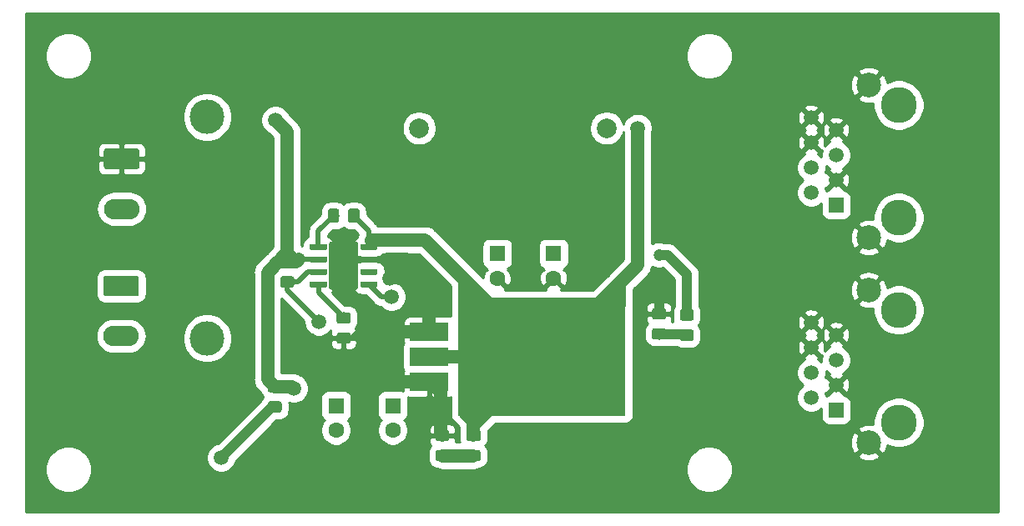
<source format=gbr>
G04 #@! TF.GenerationSoftware,KiCad,Pcbnew,5.1.4-e60b266~84~ubuntu18.04.1*
G04 #@! TF.CreationDate,2019-10-29T18:19:43-03:00*
G04 #@! TF.ProjectId,fonte_18V,666f6e74-655f-4313-9856-2e6b69636164,rev?*
G04 #@! TF.SameCoordinates,Original*
G04 #@! TF.FileFunction,Copper,L1,Top*
G04 #@! TF.FilePolarity,Positive*
%FSLAX46Y46*%
G04 Gerber Fmt 4.6, Leading zero omitted, Abs format (unit mm)*
G04 Created by KiCad (PCBNEW 5.1.4-e60b266~84~ubuntu18.04.1) date 2019-10-29 18:19:43*
%MOMM*%
%LPD*%
G04 APERTURE LIST*
%ADD10C,3.650000*%
%ADD11R,1.500000X1.500000*%
%ADD12C,1.500000*%
%ADD13C,2.500000*%
%ADD14C,3.500000*%
%ADD15C,0.100000*%
%ADD16C,0.600000*%
%ADD17C,0.500000*%
%ADD18C,2.950000*%
%ADD19C,1.150000*%
%ADD20C,2.000000*%
%ADD21O,3.600000X2.080000*%
%ADD22C,2.080000*%
%ADD23C,1.600000*%
%ADD24R,1.600000X1.600000*%
%ADD25R,4.000000X1.905000*%
%ADD26R,17.000000X12.000000*%
%ADD27C,1.200000*%
%ADD28C,0.508000*%
%ADD29C,1.350000*%
%ADD30C,1.016000*%
%ADD31C,0.254000*%
G04 APERTURE END LIST*
D10*
X178242000Y-144985000D03*
X178242000Y-156415000D03*
D11*
X171892000Y-155145000D03*
D12*
X169352000Y-153875000D03*
X171892000Y-152605000D03*
X169352000Y-151335000D03*
X171892000Y-150065000D03*
X169352000Y-148795000D03*
X171892000Y-147525000D03*
X169352000Y-146255000D03*
D13*
X175192000Y-158450000D03*
X175192000Y-142950000D03*
D10*
X178242000Y-165803000D03*
X178242000Y-177233000D03*
D11*
X171892000Y-175963000D03*
D12*
X169352000Y-174693000D03*
X171892000Y-173423000D03*
X169352000Y-172153000D03*
X171892000Y-170883000D03*
X169352000Y-169613000D03*
X171892000Y-168343000D03*
X169352000Y-167073000D03*
D13*
X175192000Y-179268000D03*
X175192000Y-163768000D03*
D14*
X108077000Y-146202400D03*
X108077000Y-168656000D03*
D15*
G36*
X125234703Y-159085722D02*
G01*
X125249264Y-159087882D01*
X125263543Y-159091459D01*
X125277403Y-159096418D01*
X125290710Y-159102712D01*
X125303336Y-159110280D01*
X125315159Y-159119048D01*
X125326066Y-159128934D01*
X125335952Y-159139841D01*
X125344720Y-159151664D01*
X125352288Y-159164290D01*
X125358582Y-159177597D01*
X125363541Y-159191457D01*
X125367118Y-159205736D01*
X125369278Y-159220297D01*
X125370000Y-159235000D01*
X125370000Y-159535000D01*
X125369278Y-159549703D01*
X125367118Y-159564264D01*
X125363541Y-159578543D01*
X125358582Y-159592403D01*
X125352288Y-159605710D01*
X125344720Y-159618336D01*
X125335952Y-159630159D01*
X125326066Y-159641066D01*
X125315159Y-159650952D01*
X125303336Y-159659720D01*
X125290710Y-159667288D01*
X125277403Y-159673582D01*
X125263543Y-159678541D01*
X125249264Y-159682118D01*
X125234703Y-159684278D01*
X125220000Y-159685000D01*
X123745000Y-159685000D01*
X123730297Y-159684278D01*
X123715736Y-159682118D01*
X123701457Y-159678541D01*
X123687597Y-159673582D01*
X123674290Y-159667288D01*
X123661664Y-159659720D01*
X123649841Y-159650952D01*
X123638934Y-159641066D01*
X123629048Y-159630159D01*
X123620280Y-159618336D01*
X123612712Y-159605710D01*
X123606418Y-159592403D01*
X123601459Y-159578543D01*
X123597882Y-159564264D01*
X123595722Y-159549703D01*
X123595000Y-159535000D01*
X123595000Y-159235000D01*
X123595722Y-159220297D01*
X123597882Y-159205736D01*
X123601459Y-159191457D01*
X123606418Y-159177597D01*
X123612712Y-159164290D01*
X123620280Y-159151664D01*
X123629048Y-159139841D01*
X123638934Y-159128934D01*
X123649841Y-159119048D01*
X123661664Y-159110280D01*
X123674290Y-159102712D01*
X123687597Y-159096418D01*
X123701457Y-159091459D01*
X123715736Y-159087882D01*
X123730297Y-159085722D01*
X123745000Y-159085000D01*
X125220000Y-159085000D01*
X125234703Y-159085722D01*
X125234703Y-159085722D01*
G37*
D16*
X124482500Y-159385000D03*
D15*
G36*
X125234703Y-160355722D02*
G01*
X125249264Y-160357882D01*
X125263543Y-160361459D01*
X125277403Y-160366418D01*
X125290710Y-160372712D01*
X125303336Y-160380280D01*
X125315159Y-160389048D01*
X125326066Y-160398934D01*
X125335952Y-160409841D01*
X125344720Y-160421664D01*
X125352288Y-160434290D01*
X125358582Y-160447597D01*
X125363541Y-160461457D01*
X125367118Y-160475736D01*
X125369278Y-160490297D01*
X125370000Y-160505000D01*
X125370000Y-160805000D01*
X125369278Y-160819703D01*
X125367118Y-160834264D01*
X125363541Y-160848543D01*
X125358582Y-160862403D01*
X125352288Y-160875710D01*
X125344720Y-160888336D01*
X125335952Y-160900159D01*
X125326066Y-160911066D01*
X125315159Y-160920952D01*
X125303336Y-160929720D01*
X125290710Y-160937288D01*
X125277403Y-160943582D01*
X125263543Y-160948541D01*
X125249264Y-160952118D01*
X125234703Y-160954278D01*
X125220000Y-160955000D01*
X123745000Y-160955000D01*
X123730297Y-160954278D01*
X123715736Y-160952118D01*
X123701457Y-160948541D01*
X123687597Y-160943582D01*
X123674290Y-160937288D01*
X123661664Y-160929720D01*
X123649841Y-160920952D01*
X123638934Y-160911066D01*
X123629048Y-160900159D01*
X123620280Y-160888336D01*
X123612712Y-160875710D01*
X123606418Y-160862403D01*
X123601459Y-160848543D01*
X123597882Y-160834264D01*
X123595722Y-160819703D01*
X123595000Y-160805000D01*
X123595000Y-160505000D01*
X123595722Y-160490297D01*
X123597882Y-160475736D01*
X123601459Y-160461457D01*
X123606418Y-160447597D01*
X123612712Y-160434290D01*
X123620280Y-160421664D01*
X123629048Y-160409841D01*
X123638934Y-160398934D01*
X123649841Y-160389048D01*
X123661664Y-160380280D01*
X123674290Y-160372712D01*
X123687597Y-160366418D01*
X123701457Y-160361459D01*
X123715736Y-160357882D01*
X123730297Y-160355722D01*
X123745000Y-160355000D01*
X125220000Y-160355000D01*
X125234703Y-160355722D01*
X125234703Y-160355722D01*
G37*
D16*
X124482500Y-160655000D03*
D15*
G36*
X125234703Y-161625722D02*
G01*
X125249264Y-161627882D01*
X125263543Y-161631459D01*
X125277403Y-161636418D01*
X125290710Y-161642712D01*
X125303336Y-161650280D01*
X125315159Y-161659048D01*
X125326066Y-161668934D01*
X125335952Y-161679841D01*
X125344720Y-161691664D01*
X125352288Y-161704290D01*
X125358582Y-161717597D01*
X125363541Y-161731457D01*
X125367118Y-161745736D01*
X125369278Y-161760297D01*
X125370000Y-161775000D01*
X125370000Y-162075000D01*
X125369278Y-162089703D01*
X125367118Y-162104264D01*
X125363541Y-162118543D01*
X125358582Y-162132403D01*
X125352288Y-162145710D01*
X125344720Y-162158336D01*
X125335952Y-162170159D01*
X125326066Y-162181066D01*
X125315159Y-162190952D01*
X125303336Y-162199720D01*
X125290710Y-162207288D01*
X125277403Y-162213582D01*
X125263543Y-162218541D01*
X125249264Y-162222118D01*
X125234703Y-162224278D01*
X125220000Y-162225000D01*
X123745000Y-162225000D01*
X123730297Y-162224278D01*
X123715736Y-162222118D01*
X123701457Y-162218541D01*
X123687597Y-162213582D01*
X123674290Y-162207288D01*
X123661664Y-162199720D01*
X123649841Y-162190952D01*
X123638934Y-162181066D01*
X123629048Y-162170159D01*
X123620280Y-162158336D01*
X123612712Y-162145710D01*
X123606418Y-162132403D01*
X123601459Y-162118543D01*
X123597882Y-162104264D01*
X123595722Y-162089703D01*
X123595000Y-162075000D01*
X123595000Y-161775000D01*
X123595722Y-161760297D01*
X123597882Y-161745736D01*
X123601459Y-161731457D01*
X123606418Y-161717597D01*
X123612712Y-161704290D01*
X123620280Y-161691664D01*
X123629048Y-161679841D01*
X123638934Y-161668934D01*
X123649841Y-161659048D01*
X123661664Y-161650280D01*
X123674290Y-161642712D01*
X123687597Y-161636418D01*
X123701457Y-161631459D01*
X123715736Y-161627882D01*
X123730297Y-161625722D01*
X123745000Y-161625000D01*
X125220000Y-161625000D01*
X125234703Y-161625722D01*
X125234703Y-161625722D01*
G37*
D16*
X124482500Y-161925000D03*
D15*
G36*
X125234703Y-162895722D02*
G01*
X125249264Y-162897882D01*
X125263543Y-162901459D01*
X125277403Y-162906418D01*
X125290710Y-162912712D01*
X125303336Y-162920280D01*
X125315159Y-162929048D01*
X125326066Y-162938934D01*
X125335952Y-162949841D01*
X125344720Y-162961664D01*
X125352288Y-162974290D01*
X125358582Y-162987597D01*
X125363541Y-163001457D01*
X125367118Y-163015736D01*
X125369278Y-163030297D01*
X125370000Y-163045000D01*
X125370000Y-163345000D01*
X125369278Y-163359703D01*
X125367118Y-163374264D01*
X125363541Y-163388543D01*
X125358582Y-163402403D01*
X125352288Y-163415710D01*
X125344720Y-163428336D01*
X125335952Y-163440159D01*
X125326066Y-163451066D01*
X125315159Y-163460952D01*
X125303336Y-163469720D01*
X125290710Y-163477288D01*
X125277403Y-163483582D01*
X125263543Y-163488541D01*
X125249264Y-163492118D01*
X125234703Y-163494278D01*
X125220000Y-163495000D01*
X123745000Y-163495000D01*
X123730297Y-163494278D01*
X123715736Y-163492118D01*
X123701457Y-163488541D01*
X123687597Y-163483582D01*
X123674290Y-163477288D01*
X123661664Y-163469720D01*
X123649841Y-163460952D01*
X123638934Y-163451066D01*
X123629048Y-163440159D01*
X123620280Y-163428336D01*
X123612712Y-163415710D01*
X123606418Y-163402403D01*
X123601459Y-163388543D01*
X123597882Y-163374264D01*
X123595722Y-163359703D01*
X123595000Y-163345000D01*
X123595000Y-163045000D01*
X123595722Y-163030297D01*
X123597882Y-163015736D01*
X123601459Y-163001457D01*
X123606418Y-162987597D01*
X123612712Y-162974290D01*
X123620280Y-162961664D01*
X123629048Y-162949841D01*
X123638934Y-162938934D01*
X123649841Y-162929048D01*
X123661664Y-162920280D01*
X123674290Y-162912712D01*
X123687597Y-162906418D01*
X123701457Y-162901459D01*
X123715736Y-162897882D01*
X123730297Y-162895722D01*
X123745000Y-162895000D01*
X125220000Y-162895000D01*
X125234703Y-162895722D01*
X125234703Y-162895722D01*
G37*
D16*
X124482500Y-163195000D03*
D15*
G36*
X120109703Y-162895722D02*
G01*
X120124264Y-162897882D01*
X120138543Y-162901459D01*
X120152403Y-162906418D01*
X120165710Y-162912712D01*
X120178336Y-162920280D01*
X120190159Y-162929048D01*
X120201066Y-162938934D01*
X120210952Y-162949841D01*
X120219720Y-162961664D01*
X120227288Y-162974290D01*
X120233582Y-162987597D01*
X120238541Y-163001457D01*
X120242118Y-163015736D01*
X120244278Y-163030297D01*
X120245000Y-163045000D01*
X120245000Y-163345000D01*
X120244278Y-163359703D01*
X120242118Y-163374264D01*
X120238541Y-163388543D01*
X120233582Y-163402403D01*
X120227288Y-163415710D01*
X120219720Y-163428336D01*
X120210952Y-163440159D01*
X120201066Y-163451066D01*
X120190159Y-163460952D01*
X120178336Y-163469720D01*
X120165710Y-163477288D01*
X120152403Y-163483582D01*
X120138543Y-163488541D01*
X120124264Y-163492118D01*
X120109703Y-163494278D01*
X120095000Y-163495000D01*
X118620000Y-163495000D01*
X118605297Y-163494278D01*
X118590736Y-163492118D01*
X118576457Y-163488541D01*
X118562597Y-163483582D01*
X118549290Y-163477288D01*
X118536664Y-163469720D01*
X118524841Y-163460952D01*
X118513934Y-163451066D01*
X118504048Y-163440159D01*
X118495280Y-163428336D01*
X118487712Y-163415710D01*
X118481418Y-163402403D01*
X118476459Y-163388543D01*
X118472882Y-163374264D01*
X118470722Y-163359703D01*
X118470000Y-163345000D01*
X118470000Y-163045000D01*
X118470722Y-163030297D01*
X118472882Y-163015736D01*
X118476459Y-163001457D01*
X118481418Y-162987597D01*
X118487712Y-162974290D01*
X118495280Y-162961664D01*
X118504048Y-162949841D01*
X118513934Y-162938934D01*
X118524841Y-162929048D01*
X118536664Y-162920280D01*
X118549290Y-162912712D01*
X118562597Y-162906418D01*
X118576457Y-162901459D01*
X118590736Y-162897882D01*
X118605297Y-162895722D01*
X118620000Y-162895000D01*
X120095000Y-162895000D01*
X120109703Y-162895722D01*
X120109703Y-162895722D01*
G37*
D16*
X119357500Y-163195000D03*
D15*
G36*
X120109703Y-161625722D02*
G01*
X120124264Y-161627882D01*
X120138543Y-161631459D01*
X120152403Y-161636418D01*
X120165710Y-161642712D01*
X120178336Y-161650280D01*
X120190159Y-161659048D01*
X120201066Y-161668934D01*
X120210952Y-161679841D01*
X120219720Y-161691664D01*
X120227288Y-161704290D01*
X120233582Y-161717597D01*
X120238541Y-161731457D01*
X120242118Y-161745736D01*
X120244278Y-161760297D01*
X120245000Y-161775000D01*
X120245000Y-162075000D01*
X120244278Y-162089703D01*
X120242118Y-162104264D01*
X120238541Y-162118543D01*
X120233582Y-162132403D01*
X120227288Y-162145710D01*
X120219720Y-162158336D01*
X120210952Y-162170159D01*
X120201066Y-162181066D01*
X120190159Y-162190952D01*
X120178336Y-162199720D01*
X120165710Y-162207288D01*
X120152403Y-162213582D01*
X120138543Y-162218541D01*
X120124264Y-162222118D01*
X120109703Y-162224278D01*
X120095000Y-162225000D01*
X118620000Y-162225000D01*
X118605297Y-162224278D01*
X118590736Y-162222118D01*
X118576457Y-162218541D01*
X118562597Y-162213582D01*
X118549290Y-162207288D01*
X118536664Y-162199720D01*
X118524841Y-162190952D01*
X118513934Y-162181066D01*
X118504048Y-162170159D01*
X118495280Y-162158336D01*
X118487712Y-162145710D01*
X118481418Y-162132403D01*
X118476459Y-162118543D01*
X118472882Y-162104264D01*
X118470722Y-162089703D01*
X118470000Y-162075000D01*
X118470000Y-161775000D01*
X118470722Y-161760297D01*
X118472882Y-161745736D01*
X118476459Y-161731457D01*
X118481418Y-161717597D01*
X118487712Y-161704290D01*
X118495280Y-161691664D01*
X118504048Y-161679841D01*
X118513934Y-161668934D01*
X118524841Y-161659048D01*
X118536664Y-161650280D01*
X118549290Y-161642712D01*
X118562597Y-161636418D01*
X118576457Y-161631459D01*
X118590736Y-161627882D01*
X118605297Y-161625722D01*
X118620000Y-161625000D01*
X120095000Y-161625000D01*
X120109703Y-161625722D01*
X120109703Y-161625722D01*
G37*
D16*
X119357500Y-161925000D03*
D15*
G36*
X120109703Y-160355722D02*
G01*
X120124264Y-160357882D01*
X120138543Y-160361459D01*
X120152403Y-160366418D01*
X120165710Y-160372712D01*
X120178336Y-160380280D01*
X120190159Y-160389048D01*
X120201066Y-160398934D01*
X120210952Y-160409841D01*
X120219720Y-160421664D01*
X120227288Y-160434290D01*
X120233582Y-160447597D01*
X120238541Y-160461457D01*
X120242118Y-160475736D01*
X120244278Y-160490297D01*
X120245000Y-160505000D01*
X120245000Y-160805000D01*
X120244278Y-160819703D01*
X120242118Y-160834264D01*
X120238541Y-160848543D01*
X120233582Y-160862403D01*
X120227288Y-160875710D01*
X120219720Y-160888336D01*
X120210952Y-160900159D01*
X120201066Y-160911066D01*
X120190159Y-160920952D01*
X120178336Y-160929720D01*
X120165710Y-160937288D01*
X120152403Y-160943582D01*
X120138543Y-160948541D01*
X120124264Y-160952118D01*
X120109703Y-160954278D01*
X120095000Y-160955000D01*
X118620000Y-160955000D01*
X118605297Y-160954278D01*
X118590736Y-160952118D01*
X118576457Y-160948541D01*
X118562597Y-160943582D01*
X118549290Y-160937288D01*
X118536664Y-160929720D01*
X118524841Y-160920952D01*
X118513934Y-160911066D01*
X118504048Y-160900159D01*
X118495280Y-160888336D01*
X118487712Y-160875710D01*
X118481418Y-160862403D01*
X118476459Y-160848543D01*
X118472882Y-160834264D01*
X118470722Y-160819703D01*
X118470000Y-160805000D01*
X118470000Y-160505000D01*
X118470722Y-160490297D01*
X118472882Y-160475736D01*
X118476459Y-160461457D01*
X118481418Y-160447597D01*
X118487712Y-160434290D01*
X118495280Y-160421664D01*
X118504048Y-160409841D01*
X118513934Y-160398934D01*
X118524841Y-160389048D01*
X118536664Y-160380280D01*
X118549290Y-160372712D01*
X118562597Y-160366418D01*
X118576457Y-160361459D01*
X118590736Y-160357882D01*
X118605297Y-160355722D01*
X118620000Y-160355000D01*
X120095000Y-160355000D01*
X120109703Y-160355722D01*
X120109703Y-160355722D01*
G37*
D16*
X119357500Y-160655000D03*
D15*
G36*
X120109703Y-159085722D02*
G01*
X120124264Y-159087882D01*
X120138543Y-159091459D01*
X120152403Y-159096418D01*
X120165710Y-159102712D01*
X120178336Y-159110280D01*
X120190159Y-159119048D01*
X120201066Y-159128934D01*
X120210952Y-159139841D01*
X120219720Y-159151664D01*
X120227288Y-159164290D01*
X120233582Y-159177597D01*
X120238541Y-159191457D01*
X120242118Y-159205736D01*
X120244278Y-159220297D01*
X120245000Y-159235000D01*
X120245000Y-159535000D01*
X120244278Y-159549703D01*
X120242118Y-159564264D01*
X120238541Y-159578543D01*
X120233582Y-159592403D01*
X120227288Y-159605710D01*
X120219720Y-159618336D01*
X120210952Y-159630159D01*
X120201066Y-159641066D01*
X120190159Y-159650952D01*
X120178336Y-159659720D01*
X120165710Y-159667288D01*
X120152403Y-159673582D01*
X120138543Y-159678541D01*
X120124264Y-159682118D01*
X120109703Y-159684278D01*
X120095000Y-159685000D01*
X118620000Y-159685000D01*
X118605297Y-159684278D01*
X118590736Y-159682118D01*
X118576457Y-159678541D01*
X118562597Y-159673582D01*
X118549290Y-159667288D01*
X118536664Y-159659720D01*
X118524841Y-159650952D01*
X118513934Y-159641066D01*
X118504048Y-159630159D01*
X118495280Y-159618336D01*
X118487712Y-159605710D01*
X118481418Y-159592403D01*
X118476459Y-159578543D01*
X118472882Y-159564264D01*
X118470722Y-159549703D01*
X118470000Y-159535000D01*
X118470000Y-159235000D01*
X118470722Y-159220297D01*
X118472882Y-159205736D01*
X118476459Y-159191457D01*
X118481418Y-159177597D01*
X118487712Y-159164290D01*
X118495280Y-159151664D01*
X118504048Y-159139841D01*
X118513934Y-159128934D01*
X118524841Y-159119048D01*
X118536664Y-159110280D01*
X118549290Y-159102712D01*
X118562597Y-159096418D01*
X118576457Y-159091459D01*
X118590736Y-159087882D01*
X118605297Y-159085722D01*
X118620000Y-159085000D01*
X120095000Y-159085000D01*
X120109703Y-159085722D01*
X120109703Y-159085722D01*
G37*
D16*
X119357500Y-159385000D03*
D17*
X122570000Y-162590000D03*
X121270000Y-162590000D03*
X122570000Y-161290000D03*
X121270000Y-161290000D03*
X122570000Y-159990000D03*
X121270000Y-159990000D03*
D15*
G36*
X123168828Y-158841207D02*
G01*
X123193169Y-158844818D01*
X123217039Y-158850797D01*
X123240208Y-158859087D01*
X123262453Y-158869608D01*
X123283559Y-158882259D01*
X123303324Y-158896918D01*
X123321557Y-158913443D01*
X123338082Y-158931676D01*
X123352741Y-158951441D01*
X123365392Y-158972547D01*
X123375913Y-158994792D01*
X123384203Y-159017961D01*
X123390182Y-159041831D01*
X123393793Y-159066172D01*
X123395000Y-159090750D01*
X123395000Y-163489250D01*
X123393793Y-163513828D01*
X123390182Y-163538169D01*
X123384203Y-163562039D01*
X123375913Y-163585208D01*
X123365392Y-163607453D01*
X123352741Y-163628559D01*
X123338082Y-163648324D01*
X123321557Y-163666557D01*
X123303324Y-163683082D01*
X123283559Y-163697741D01*
X123262453Y-163710392D01*
X123240208Y-163720913D01*
X123217039Y-163729203D01*
X123193169Y-163735182D01*
X123168828Y-163738793D01*
X123144250Y-163740000D01*
X120695750Y-163740000D01*
X120671172Y-163738793D01*
X120646831Y-163735182D01*
X120622961Y-163729203D01*
X120599792Y-163720913D01*
X120577547Y-163710392D01*
X120556441Y-163697741D01*
X120536676Y-163683082D01*
X120518443Y-163666557D01*
X120501918Y-163648324D01*
X120487259Y-163628559D01*
X120474608Y-163607453D01*
X120464087Y-163585208D01*
X120455797Y-163562039D01*
X120449818Y-163538169D01*
X120446207Y-163513828D01*
X120445000Y-163489250D01*
X120445000Y-159090750D01*
X120446207Y-159066172D01*
X120449818Y-159041831D01*
X120455797Y-159017961D01*
X120464087Y-158994792D01*
X120474608Y-158972547D01*
X120487259Y-158951441D01*
X120501918Y-158931676D01*
X120518443Y-158913443D01*
X120536676Y-158896918D01*
X120556441Y-158882259D01*
X120577547Y-158869608D01*
X120599792Y-158859087D01*
X120622961Y-158850797D01*
X120646831Y-158844818D01*
X120671172Y-158841207D01*
X120695750Y-158840000D01*
X123144250Y-158840000D01*
X123168828Y-158841207D01*
X123168828Y-158841207D01*
G37*
D18*
X121920000Y-161290000D03*
D15*
G36*
X132404505Y-177966204D02*
G01*
X132428773Y-177969804D01*
X132452572Y-177975765D01*
X132475671Y-177984030D01*
X132497850Y-177994520D01*
X132518893Y-178007132D01*
X132538599Y-178021747D01*
X132556777Y-178038223D01*
X132573253Y-178056401D01*
X132587868Y-178076107D01*
X132600480Y-178097150D01*
X132610970Y-178119329D01*
X132619235Y-178142428D01*
X132625196Y-178166227D01*
X132628796Y-178190495D01*
X132630000Y-178214999D01*
X132630000Y-178865001D01*
X132628796Y-178889505D01*
X132625196Y-178913773D01*
X132619235Y-178937572D01*
X132610970Y-178960671D01*
X132600480Y-178982850D01*
X132587868Y-179003893D01*
X132573253Y-179023599D01*
X132556777Y-179041777D01*
X132538599Y-179058253D01*
X132518893Y-179072868D01*
X132497850Y-179085480D01*
X132475671Y-179095970D01*
X132452572Y-179104235D01*
X132428773Y-179110196D01*
X132404505Y-179113796D01*
X132380001Y-179115000D01*
X131479999Y-179115000D01*
X131455495Y-179113796D01*
X131431227Y-179110196D01*
X131407428Y-179104235D01*
X131384329Y-179095970D01*
X131362150Y-179085480D01*
X131341107Y-179072868D01*
X131321401Y-179058253D01*
X131303223Y-179041777D01*
X131286747Y-179023599D01*
X131272132Y-179003893D01*
X131259520Y-178982850D01*
X131249030Y-178960671D01*
X131240765Y-178937572D01*
X131234804Y-178913773D01*
X131231204Y-178889505D01*
X131230000Y-178865001D01*
X131230000Y-178214999D01*
X131231204Y-178190495D01*
X131234804Y-178166227D01*
X131240765Y-178142428D01*
X131249030Y-178119329D01*
X131259520Y-178097150D01*
X131272132Y-178076107D01*
X131286747Y-178056401D01*
X131303223Y-178038223D01*
X131321401Y-178021747D01*
X131341107Y-178007132D01*
X131362150Y-177994520D01*
X131384329Y-177984030D01*
X131407428Y-177975765D01*
X131431227Y-177969804D01*
X131455495Y-177966204D01*
X131479999Y-177965000D01*
X132380001Y-177965000D01*
X132404505Y-177966204D01*
X132404505Y-177966204D01*
G37*
D19*
X131930000Y-178540000D03*
D15*
G36*
X132404505Y-180016204D02*
G01*
X132428773Y-180019804D01*
X132452572Y-180025765D01*
X132475671Y-180034030D01*
X132497850Y-180044520D01*
X132518893Y-180057132D01*
X132538599Y-180071747D01*
X132556777Y-180088223D01*
X132573253Y-180106401D01*
X132587868Y-180126107D01*
X132600480Y-180147150D01*
X132610970Y-180169329D01*
X132619235Y-180192428D01*
X132625196Y-180216227D01*
X132628796Y-180240495D01*
X132630000Y-180264999D01*
X132630000Y-180915001D01*
X132628796Y-180939505D01*
X132625196Y-180963773D01*
X132619235Y-180987572D01*
X132610970Y-181010671D01*
X132600480Y-181032850D01*
X132587868Y-181053893D01*
X132573253Y-181073599D01*
X132556777Y-181091777D01*
X132538599Y-181108253D01*
X132518893Y-181122868D01*
X132497850Y-181135480D01*
X132475671Y-181145970D01*
X132452572Y-181154235D01*
X132428773Y-181160196D01*
X132404505Y-181163796D01*
X132380001Y-181165000D01*
X131479999Y-181165000D01*
X131455495Y-181163796D01*
X131431227Y-181160196D01*
X131407428Y-181154235D01*
X131384329Y-181145970D01*
X131362150Y-181135480D01*
X131341107Y-181122868D01*
X131321401Y-181108253D01*
X131303223Y-181091777D01*
X131286747Y-181073599D01*
X131272132Y-181053893D01*
X131259520Y-181032850D01*
X131249030Y-181010671D01*
X131240765Y-180987572D01*
X131234804Y-180963773D01*
X131231204Y-180939505D01*
X131230000Y-180915001D01*
X131230000Y-180264999D01*
X131231204Y-180240495D01*
X131234804Y-180216227D01*
X131240765Y-180192428D01*
X131249030Y-180169329D01*
X131259520Y-180147150D01*
X131272132Y-180126107D01*
X131286747Y-180106401D01*
X131303223Y-180088223D01*
X131321401Y-180071747D01*
X131341107Y-180057132D01*
X131362150Y-180044520D01*
X131384329Y-180034030D01*
X131407428Y-180025765D01*
X131431227Y-180019804D01*
X131455495Y-180016204D01*
X131479999Y-180015000D01*
X132380001Y-180015000D01*
X132404505Y-180016204D01*
X132404505Y-180016204D01*
G37*
D19*
X131930000Y-180590000D03*
D15*
G36*
X154384505Y-165611204D02*
G01*
X154408773Y-165614804D01*
X154432572Y-165620765D01*
X154455671Y-165629030D01*
X154477850Y-165639520D01*
X154498893Y-165652132D01*
X154518599Y-165666747D01*
X154536777Y-165683223D01*
X154553253Y-165701401D01*
X154567868Y-165721107D01*
X154580480Y-165742150D01*
X154590970Y-165764329D01*
X154599235Y-165787428D01*
X154605196Y-165811227D01*
X154608796Y-165835495D01*
X154610000Y-165859999D01*
X154610000Y-166510001D01*
X154608796Y-166534505D01*
X154605196Y-166558773D01*
X154599235Y-166582572D01*
X154590970Y-166605671D01*
X154580480Y-166627850D01*
X154567868Y-166648893D01*
X154553253Y-166668599D01*
X154536777Y-166686777D01*
X154518599Y-166703253D01*
X154498893Y-166717868D01*
X154477850Y-166730480D01*
X154455671Y-166740970D01*
X154432572Y-166749235D01*
X154408773Y-166755196D01*
X154384505Y-166758796D01*
X154360001Y-166760000D01*
X153459999Y-166760000D01*
X153435495Y-166758796D01*
X153411227Y-166755196D01*
X153387428Y-166749235D01*
X153364329Y-166740970D01*
X153342150Y-166730480D01*
X153321107Y-166717868D01*
X153301401Y-166703253D01*
X153283223Y-166686777D01*
X153266747Y-166668599D01*
X153252132Y-166648893D01*
X153239520Y-166627850D01*
X153229030Y-166605671D01*
X153220765Y-166582572D01*
X153214804Y-166558773D01*
X153211204Y-166534505D01*
X153210000Y-166510001D01*
X153210000Y-165859999D01*
X153211204Y-165835495D01*
X153214804Y-165811227D01*
X153220765Y-165787428D01*
X153229030Y-165764329D01*
X153239520Y-165742150D01*
X153252132Y-165721107D01*
X153266747Y-165701401D01*
X153283223Y-165683223D01*
X153301401Y-165666747D01*
X153321107Y-165652132D01*
X153342150Y-165639520D01*
X153364329Y-165629030D01*
X153387428Y-165620765D01*
X153411227Y-165614804D01*
X153435495Y-165611204D01*
X153459999Y-165610000D01*
X154360001Y-165610000D01*
X154384505Y-165611204D01*
X154384505Y-165611204D01*
G37*
D19*
X153910000Y-166185000D03*
D15*
G36*
X154384505Y-167661204D02*
G01*
X154408773Y-167664804D01*
X154432572Y-167670765D01*
X154455671Y-167679030D01*
X154477850Y-167689520D01*
X154498893Y-167702132D01*
X154518599Y-167716747D01*
X154536777Y-167733223D01*
X154553253Y-167751401D01*
X154567868Y-167771107D01*
X154580480Y-167792150D01*
X154590970Y-167814329D01*
X154599235Y-167837428D01*
X154605196Y-167861227D01*
X154608796Y-167885495D01*
X154610000Y-167909999D01*
X154610000Y-168560001D01*
X154608796Y-168584505D01*
X154605196Y-168608773D01*
X154599235Y-168632572D01*
X154590970Y-168655671D01*
X154580480Y-168677850D01*
X154567868Y-168698893D01*
X154553253Y-168718599D01*
X154536777Y-168736777D01*
X154518599Y-168753253D01*
X154498893Y-168767868D01*
X154477850Y-168780480D01*
X154455671Y-168790970D01*
X154432572Y-168799235D01*
X154408773Y-168805196D01*
X154384505Y-168808796D01*
X154360001Y-168810000D01*
X153459999Y-168810000D01*
X153435495Y-168808796D01*
X153411227Y-168805196D01*
X153387428Y-168799235D01*
X153364329Y-168790970D01*
X153342150Y-168780480D01*
X153321107Y-168767868D01*
X153301401Y-168753253D01*
X153283223Y-168736777D01*
X153266747Y-168718599D01*
X153252132Y-168698893D01*
X153239520Y-168677850D01*
X153229030Y-168655671D01*
X153220765Y-168632572D01*
X153214804Y-168608773D01*
X153211204Y-168584505D01*
X153210000Y-168560001D01*
X153210000Y-167909999D01*
X153211204Y-167885495D01*
X153214804Y-167861227D01*
X153220765Y-167837428D01*
X153229030Y-167814329D01*
X153239520Y-167792150D01*
X153252132Y-167771107D01*
X153266747Y-167751401D01*
X153283223Y-167733223D01*
X153301401Y-167716747D01*
X153321107Y-167702132D01*
X153342150Y-167689520D01*
X153364329Y-167679030D01*
X153387428Y-167670765D01*
X153411227Y-167664804D01*
X153435495Y-167661204D01*
X153459999Y-167660000D01*
X154360001Y-167660000D01*
X154384505Y-167661204D01*
X154384505Y-167661204D01*
G37*
D19*
X153910000Y-168235000D03*
D15*
G36*
X116679505Y-160326204D02*
G01*
X116703773Y-160329804D01*
X116727572Y-160335765D01*
X116750671Y-160344030D01*
X116772850Y-160354520D01*
X116793893Y-160367132D01*
X116813599Y-160381747D01*
X116831777Y-160398223D01*
X116848253Y-160416401D01*
X116862868Y-160436107D01*
X116875480Y-160457150D01*
X116885970Y-160479329D01*
X116894235Y-160502428D01*
X116900196Y-160526227D01*
X116903796Y-160550495D01*
X116905000Y-160574999D01*
X116905000Y-161225001D01*
X116903796Y-161249505D01*
X116900196Y-161273773D01*
X116894235Y-161297572D01*
X116885970Y-161320671D01*
X116875480Y-161342850D01*
X116862868Y-161363893D01*
X116848253Y-161383599D01*
X116831777Y-161401777D01*
X116813599Y-161418253D01*
X116793893Y-161432868D01*
X116772850Y-161445480D01*
X116750671Y-161455970D01*
X116727572Y-161464235D01*
X116703773Y-161470196D01*
X116679505Y-161473796D01*
X116655001Y-161475000D01*
X115754999Y-161475000D01*
X115730495Y-161473796D01*
X115706227Y-161470196D01*
X115682428Y-161464235D01*
X115659329Y-161455970D01*
X115637150Y-161445480D01*
X115616107Y-161432868D01*
X115596401Y-161418253D01*
X115578223Y-161401777D01*
X115561747Y-161383599D01*
X115547132Y-161363893D01*
X115534520Y-161342850D01*
X115524030Y-161320671D01*
X115515765Y-161297572D01*
X115509804Y-161273773D01*
X115506204Y-161249505D01*
X115505000Y-161225001D01*
X115505000Y-160574999D01*
X115506204Y-160550495D01*
X115509804Y-160526227D01*
X115515765Y-160502428D01*
X115524030Y-160479329D01*
X115534520Y-160457150D01*
X115547132Y-160436107D01*
X115561747Y-160416401D01*
X115578223Y-160398223D01*
X115596401Y-160381747D01*
X115616107Y-160367132D01*
X115637150Y-160354520D01*
X115659329Y-160344030D01*
X115682428Y-160335765D01*
X115706227Y-160329804D01*
X115730495Y-160326204D01*
X115754999Y-160325000D01*
X116655001Y-160325000D01*
X116679505Y-160326204D01*
X116679505Y-160326204D01*
G37*
D19*
X116205000Y-160900000D03*
D15*
G36*
X116679505Y-162376204D02*
G01*
X116703773Y-162379804D01*
X116727572Y-162385765D01*
X116750671Y-162394030D01*
X116772850Y-162404520D01*
X116793893Y-162417132D01*
X116813599Y-162431747D01*
X116831777Y-162448223D01*
X116848253Y-162466401D01*
X116862868Y-162486107D01*
X116875480Y-162507150D01*
X116885970Y-162529329D01*
X116894235Y-162552428D01*
X116900196Y-162576227D01*
X116903796Y-162600495D01*
X116905000Y-162624999D01*
X116905000Y-163275001D01*
X116903796Y-163299505D01*
X116900196Y-163323773D01*
X116894235Y-163347572D01*
X116885970Y-163370671D01*
X116875480Y-163392850D01*
X116862868Y-163413893D01*
X116848253Y-163433599D01*
X116831777Y-163451777D01*
X116813599Y-163468253D01*
X116793893Y-163482868D01*
X116772850Y-163495480D01*
X116750671Y-163505970D01*
X116727572Y-163514235D01*
X116703773Y-163520196D01*
X116679505Y-163523796D01*
X116655001Y-163525000D01*
X115754999Y-163525000D01*
X115730495Y-163523796D01*
X115706227Y-163520196D01*
X115682428Y-163514235D01*
X115659329Y-163505970D01*
X115637150Y-163495480D01*
X115616107Y-163482868D01*
X115596401Y-163468253D01*
X115578223Y-163451777D01*
X115561747Y-163433599D01*
X115547132Y-163413893D01*
X115534520Y-163392850D01*
X115524030Y-163370671D01*
X115515765Y-163347572D01*
X115509804Y-163323773D01*
X115506204Y-163299505D01*
X115505000Y-163275001D01*
X115505000Y-162624999D01*
X115506204Y-162600495D01*
X115509804Y-162576227D01*
X115515765Y-162552428D01*
X115524030Y-162529329D01*
X115534520Y-162507150D01*
X115547132Y-162486107D01*
X115561747Y-162466401D01*
X115578223Y-162448223D01*
X115596401Y-162431747D01*
X115616107Y-162417132D01*
X115637150Y-162404520D01*
X115659329Y-162394030D01*
X115682428Y-162385765D01*
X115706227Y-162379804D01*
X115730495Y-162376204D01*
X115754999Y-162375000D01*
X116655001Y-162375000D01*
X116679505Y-162376204D01*
X116679505Y-162376204D01*
G37*
D19*
X116205000Y-162950000D03*
D15*
G36*
X115409505Y-175076204D02*
G01*
X115433773Y-175079804D01*
X115457572Y-175085765D01*
X115480671Y-175094030D01*
X115502850Y-175104520D01*
X115523893Y-175117132D01*
X115543599Y-175131747D01*
X115561777Y-175148223D01*
X115578253Y-175166401D01*
X115592868Y-175186107D01*
X115605480Y-175207150D01*
X115615970Y-175229329D01*
X115624235Y-175252428D01*
X115630196Y-175276227D01*
X115633796Y-175300495D01*
X115635000Y-175324999D01*
X115635000Y-175975001D01*
X115633796Y-175999505D01*
X115630196Y-176023773D01*
X115624235Y-176047572D01*
X115615970Y-176070671D01*
X115605480Y-176092850D01*
X115592868Y-176113893D01*
X115578253Y-176133599D01*
X115561777Y-176151777D01*
X115543599Y-176168253D01*
X115523893Y-176182868D01*
X115502850Y-176195480D01*
X115480671Y-176205970D01*
X115457572Y-176214235D01*
X115433773Y-176220196D01*
X115409505Y-176223796D01*
X115385001Y-176225000D01*
X114484999Y-176225000D01*
X114460495Y-176223796D01*
X114436227Y-176220196D01*
X114412428Y-176214235D01*
X114389329Y-176205970D01*
X114367150Y-176195480D01*
X114346107Y-176182868D01*
X114326401Y-176168253D01*
X114308223Y-176151777D01*
X114291747Y-176133599D01*
X114277132Y-176113893D01*
X114264520Y-176092850D01*
X114254030Y-176070671D01*
X114245765Y-176047572D01*
X114239804Y-176023773D01*
X114236204Y-175999505D01*
X114235000Y-175975001D01*
X114235000Y-175324999D01*
X114236204Y-175300495D01*
X114239804Y-175276227D01*
X114245765Y-175252428D01*
X114254030Y-175229329D01*
X114264520Y-175207150D01*
X114277132Y-175186107D01*
X114291747Y-175166401D01*
X114308223Y-175148223D01*
X114326401Y-175131747D01*
X114346107Y-175117132D01*
X114367150Y-175104520D01*
X114389329Y-175094030D01*
X114412428Y-175085765D01*
X114436227Y-175079804D01*
X114460495Y-175076204D01*
X114484999Y-175075000D01*
X115385001Y-175075000D01*
X115409505Y-175076204D01*
X115409505Y-175076204D01*
G37*
D19*
X114935000Y-175650000D03*
D15*
G36*
X115409505Y-173026204D02*
G01*
X115433773Y-173029804D01*
X115457572Y-173035765D01*
X115480671Y-173044030D01*
X115502850Y-173054520D01*
X115523893Y-173067132D01*
X115543599Y-173081747D01*
X115561777Y-173098223D01*
X115578253Y-173116401D01*
X115592868Y-173136107D01*
X115605480Y-173157150D01*
X115615970Y-173179329D01*
X115624235Y-173202428D01*
X115630196Y-173226227D01*
X115633796Y-173250495D01*
X115635000Y-173274999D01*
X115635000Y-173925001D01*
X115633796Y-173949505D01*
X115630196Y-173973773D01*
X115624235Y-173997572D01*
X115615970Y-174020671D01*
X115605480Y-174042850D01*
X115592868Y-174063893D01*
X115578253Y-174083599D01*
X115561777Y-174101777D01*
X115543599Y-174118253D01*
X115523893Y-174132868D01*
X115502850Y-174145480D01*
X115480671Y-174155970D01*
X115457572Y-174164235D01*
X115433773Y-174170196D01*
X115409505Y-174173796D01*
X115385001Y-174175000D01*
X114484999Y-174175000D01*
X114460495Y-174173796D01*
X114436227Y-174170196D01*
X114412428Y-174164235D01*
X114389329Y-174155970D01*
X114367150Y-174145480D01*
X114346107Y-174132868D01*
X114326401Y-174118253D01*
X114308223Y-174101777D01*
X114291747Y-174083599D01*
X114277132Y-174063893D01*
X114264520Y-174042850D01*
X114254030Y-174020671D01*
X114245765Y-173997572D01*
X114239804Y-173973773D01*
X114236204Y-173949505D01*
X114235000Y-173925001D01*
X114235000Y-173274999D01*
X114236204Y-173250495D01*
X114239804Y-173226227D01*
X114245765Y-173202428D01*
X114254030Y-173179329D01*
X114264520Y-173157150D01*
X114277132Y-173136107D01*
X114291747Y-173116401D01*
X114308223Y-173098223D01*
X114326401Y-173081747D01*
X114346107Y-173067132D01*
X114367150Y-173054520D01*
X114389329Y-173044030D01*
X114412428Y-173035765D01*
X114436227Y-173029804D01*
X114460495Y-173026204D01*
X114484999Y-173025000D01*
X115385001Y-173025000D01*
X115409505Y-173026204D01*
X115409505Y-173026204D01*
G37*
D19*
X114935000Y-173600000D03*
D15*
G36*
X122394505Y-168091204D02*
G01*
X122418773Y-168094804D01*
X122442572Y-168100765D01*
X122465671Y-168109030D01*
X122487850Y-168119520D01*
X122508893Y-168132132D01*
X122528599Y-168146747D01*
X122546777Y-168163223D01*
X122563253Y-168181401D01*
X122577868Y-168201107D01*
X122590480Y-168222150D01*
X122600970Y-168244329D01*
X122609235Y-168267428D01*
X122615196Y-168291227D01*
X122618796Y-168315495D01*
X122620000Y-168339999D01*
X122620000Y-168990001D01*
X122618796Y-169014505D01*
X122615196Y-169038773D01*
X122609235Y-169062572D01*
X122600970Y-169085671D01*
X122590480Y-169107850D01*
X122577868Y-169128893D01*
X122563253Y-169148599D01*
X122546777Y-169166777D01*
X122528599Y-169183253D01*
X122508893Y-169197868D01*
X122487850Y-169210480D01*
X122465671Y-169220970D01*
X122442572Y-169229235D01*
X122418773Y-169235196D01*
X122394505Y-169238796D01*
X122370001Y-169240000D01*
X121469999Y-169240000D01*
X121445495Y-169238796D01*
X121421227Y-169235196D01*
X121397428Y-169229235D01*
X121374329Y-169220970D01*
X121352150Y-169210480D01*
X121331107Y-169197868D01*
X121311401Y-169183253D01*
X121293223Y-169166777D01*
X121276747Y-169148599D01*
X121262132Y-169128893D01*
X121249520Y-169107850D01*
X121239030Y-169085671D01*
X121230765Y-169062572D01*
X121224804Y-169038773D01*
X121221204Y-169014505D01*
X121220000Y-168990001D01*
X121220000Y-168339999D01*
X121221204Y-168315495D01*
X121224804Y-168291227D01*
X121230765Y-168267428D01*
X121239030Y-168244329D01*
X121249520Y-168222150D01*
X121262132Y-168201107D01*
X121276747Y-168181401D01*
X121293223Y-168163223D01*
X121311401Y-168146747D01*
X121331107Y-168132132D01*
X121352150Y-168119520D01*
X121374329Y-168109030D01*
X121397428Y-168100765D01*
X121421227Y-168094804D01*
X121445495Y-168091204D01*
X121469999Y-168090000D01*
X122370001Y-168090000D01*
X122394505Y-168091204D01*
X122394505Y-168091204D01*
G37*
D19*
X121920000Y-168665000D03*
D15*
G36*
X122394505Y-166041204D02*
G01*
X122418773Y-166044804D01*
X122442572Y-166050765D01*
X122465671Y-166059030D01*
X122487850Y-166069520D01*
X122508893Y-166082132D01*
X122528599Y-166096747D01*
X122546777Y-166113223D01*
X122563253Y-166131401D01*
X122577868Y-166151107D01*
X122590480Y-166172150D01*
X122600970Y-166194329D01*
X122609235Y-166217428D01*
X122615196Y-166241227D01*
X122618796Y-166265495D01*
X122620000Y-166289999D01*
X122620000Y-166940001D01*
X122618796Y-166964505D01*
X122615196Y-166988773D01*
X122609235Y-167012572D01*
X122600970Y-167035671D01*
X122590480Y-167057850D01*
X122577868Y-167078893D01*
X122563253Y-167098599D01*
X122546777Y-167116777D01*
X122528599Y-167133253D01*
X122508893Y-167147868D01*
X122487850Y-167160480D01*
X122465671Y-167170970D01*
X122442572Y-167179235D01*
X122418773Y-167185196D01*
X122394505Y-167188796D01*
X122370001Y-167190000D01*
X121469999Y-167190000D01*
X121445495Y-167188796D01*
X121421227Y-167185196D01*
X121397428Y-167179235D01*
X121374329Y-167170970D01*
X121352150Y-167160480D01*
X121331107Y-167147868D01*
X121311401Y-167133253D01*
X121293223Y-167116777D01*
X121276747Y-167098599D01*
X121262132Y-167078893D01*
X121249520Y-167057850D01*
X121239030Y-167035671D01*
X121230765Y-167012572D01*
X121224804Y-166988773D01*
X121221204Y-166964505D01*
X121220000Y-166940001D01*
X121220000Y-166289999D01*
X121221204Y-166265495D01*
X121224804Y-166241227D01*
X121230765Y-166217428D01*
X121239030Y-166194329D01*
X121249520Y-166172150D01*
X121262132Y-166151107D01*
X121276747Y-166131401D01*
X121293223Y-166113223D01*
X121311401Y-166096747D01*
X121331107Y-166082132D01*
X121352150Y-166069520D01*
X121374329Y-166059030D01*
X121397428Y-166050765D01*
X121421227Y-166044804D01*
X121445495Y-166041204D01*
X121469999Y-166040000D01*
X122370001Y-166040000D01*
X122394505Y-166041204D01*
X122394505Y-166041204D01*
G37*
D19*
X121920000Y-166615000D03*
D15*
G36*
X157214505Y-165731204D02*
G01*
X157238773Y-165734804D01*
X157262572Y-165740765D01*
X157285671Y-165749030D01*
X157307850Y-165759520D01*
X157328893Y-165772132D01*
X157348599Y-165786747D01*
X157366777Y-165803223D01*
X157383253Y-165821401D01*
X157397868Y-165841107D01*
X157410480Y-165862150D01*
X157420970Y-165884329D01*
X157429235Y-165907428D01*
X157435196Y-165931227D01*
X157438796Y-165955495D01*
X157440000Y-165979999D01*
X157440000Y-166630001D01*
X157438796Y-166654505D01*
X157435196Y-166678773D01*
X157429235Y-166702572D01*
X157420970Y-166725671D01*
X157410480Y-166747850D01*
X157397868Y-166768893D01*
X157383253Y-166788599D01*
X157366777Y-166806777D01*
X157348599Y-166823253D01*
X157328893Y-166837868D01*
X157307850Y-166850480D01*
X157285671Y-166860970D01*
X157262572Y-166869235D01*
X157238773Y-166875196D01*
X157214505Y-166878796D01*
X157190001Y-166880000D01*
X156289999Y-166880000D01*
X156265495Y-166878796D01*
X156241227Y-166875196D01*
X156217428Y-166869235D01*
X156194329Y-166860970D01*
X156172150Y-166850480D01*
X156151107Y-166837868D01*
X156131401Y-166823253D01*
X156113223Y-166806777D01*
X156096747Y-166788599D01*
X156082132Y-166768893D01*
X156069520Y-166747850D01*
X156059030Y-166725671D01*
X156050765Y-166702572D01*
X156044804Y-166678773D01*
X156041204Y-166654505D01*
X156040000Y-166630001D01*
X156040000Y-165979999D01*
X156041204Y-165955495D01*
X156044804Y-165931227D01*
X156050765Y-165907428D01*
X156059030Y-165884329D01*
X156069520Y-165862150D01*
X156082132Y-165841107D01*
X156096747Y-165821401D01*
X156113223Y-165803223D01*
X156131401Y-165786747D01*
X156151107Y-165772132D01*
X156172150Y-165759520D01*
X156194329Y-165749030D01*
X156217428Y-165740765D01*
X156241227Y-165734804D01*
X156265495Y-165731204D01*
X156289999Y-165730000D01*
X157190001Y-165730000D01*
X157214505Y-165731204D01*
X157214505Y-165731204D01*
G37*
D19*
X156740000Y-166305000D03*
D15*
G36*
X157214505Y-167781204D02*
G01*
X157238773Y-167784804D01*
X157262572Y-167790765D01*
X157285671Y-167799030D01*
X157307850Y-167809520D01*
X157328893Y-167822132D01*
X157348599Y-167836747D01*
X157366777Y-167853223D01*
X157383253Y-167871401D01*
X157397868Y-167891107D01*
X157410480Y-167912150D01*
X157420970Y-167934329D01*
X157429235Y-167957428D01*
X157435196Y-167981227D01*
X157438796Y-168005495D01*
X157440000Y-168029999D01*
X157440000Y-168680001D01*
X157438796Y-168704505D01*
X157435196Y-168728773D01*
X157429235Y-168752572D01*
X157420970Y-168775671D01*
X157410480Y-168797850D01*
X157397868Y-168818893D01*
X157383253Y-168838599D01*
X157366777Y-168856777D01*
X157348599Y-168873253D01*
X157328893Y-168887868D01*
X157307850Y-168900480D01*
X157285671Y-168910970D01*
X157262572Y-168919235D01*
X157238773Y-168925196D01*
X157214505Y-168928796D01*
X157190001Y-168930000D01*
X156289999Y-168930000D01*
X156265495Y-168928796D01*
X156241227Y-168925196D01*
X156217428Y-168919235D01*
X156194329Y-168910970D01*
X156172150Y-168900480D01*
X156151107Y-168887868D01*
X156131401Y-168873253D01*
X156113223Y-168856777D01*
X156096747Y-168838599D01*
X156082132Y-168818893D01*
X156069520Y-168797850D01*
X156059030Y-168775671D01*
X156050765Y-168752572D01*
X156044804Y-168728773D01*
X156041204Y-168704505D01*
X156040000Y-168680001D01*
X156040000Y-168029999D01*
X156041204Y-168005495D01*
X156044804Y-167981227D01*
X156050765Y-167957428D01*
X156059030Y-167934329D01*
X156069520Y-167912150D01*
X156082132Y-167891107D01*
X156096747Y-167871401D01*
X156113223Y-167853223D01*
X156131401Y-167836747D01*
X156151107Y-167822132D01*
X156172150Y-167809520D01*
X156194329Y-167799030D01*
X156217428Y-167790765D01*
X156241227Y-167784804D01*
X156265495Y-167781204D01*
X156289999Y-167780000D01*
X157190001Y-167780000D01*
X157214505Y-167781204D01*
X157214505Y-167781204D01*
G37*
D19*
X156740000Y-168355000D03*
D20*
X129590000Y-147320000D03*
X148590000Y-147320000D03*
D21*
X99400000Y-155530000D03*
D15*
G36*
X100974505Y-149411204D02*
G01*
X100998773Y-149414804D01*
X101022572Y-149420765D01*
X101045671Y-149429030D01*
X101067850Y-149439520D01*
X101088893Y-149452132D01*
X101108599Y-149466747D01*
X101126777Y-149483223D01*
X101143253Y-149501401D01*
X101157868Y-149521107D01*
X101170480Y-149542150D01*
X101180970Y-149564329D01*
X101189235Y-149587428D01*
X101195196Y-149611227D01*
X101198796Y-149635495D01*
X101200000Y-149659999D01*
X101200000Y-151240001D01*
X101198796Y-151264505D01*
X101195196Y-151288773D01*
X101189235Y-151312572D01*
X101180970Y-151335671D01*
X101170480Y-151357850D01*
X101157868Y-151378893D01*
X101143253Y-151398599D01*
X101126777Y-151416777D01*
X101108599Y-151433253D01*
X101088893Y-151447868D01*
X101067850Y-151460480D01*
X101045671Y-151470970D01*
X101022572Y-151479235D01*
X100998773Y-151485196D01*
X100974505Y-151488796D01*
X100950001Y-151490000D01*
X97849999Y-151490000D01*
X97825495Y-151488796D01*
X97801227Y-151485196D01*
X97777428Y-151479235D01*
X97754329Y-151470970D01*
X97732150Y-151460480D01*
X97711107Y-151447868D01*
X97691401Y-151433253D01*
X97673223Y-151416777D01*
X97656747Y-151398599D01*
X97642132Y-151378893D01*
X97629520Y-151357850D01*
X97619030Y-151335671D01*
X97610765Y-151312572D01*
X97604804Y-151288773D01*
X97601204Y-151264505D01*
X97600000Y-151240001D01*
X97600000Y-149659999D01*
X97601204Y-149635495D01*
X97604804Y-149611227D01*
X97610765Y-149587428D01*
X97619030Y-149564329D01*
X97629520Y-149542150D01*
X97642132Y-149521107D01*
X97656747Y-149501401D01*
X97673223Y-149483223D01*
X97691401Y-149466747D01*
X97711107Y-149452132D01*
X97732150Y-149439520D01*
X97754329Y-149429030D01*
X97777428Y-149420765D01*
X97801227Y-149414804D01*
X97825495Y-149411204D01*
X97849999Y-149410000D01*
X100950001Y-149410000D01*
X100974505Y-149411204D01*
X100974505Y-149411204D01*
G37*
D22*
X99400000Y-150450000D03*
D21*
X99355000Y-168435000D03*
D15*
G36*
X100929505Y-162316204D02*
G01*
X100953773Y-162319804D01*
X100977572Y-162325765D01*
X101000671Y-162334030D01*
X101022850Y-162344520D01*
X101043893Y-162357132D01*
X101063599Y-162371747D01*
X101081777Y-162388223D01*
X101098253Y-162406401D01*
X101112868Y-162426107D01*
X101125480Y-162447150D01*
X101135970Y-162469329D01*
X101144235Y-162492428D01*
X101150196Y-162516227D01*
X101153796Y-162540495D01*
X101155000Y-162564999D01*
X101155000Y-164145001D01*
X101153796Y-164169505D01*
X101150196Y-164193773D01*
X101144235Y-164217572D01*
X101135970Y-164240671D01*
X101125480Y-164262850D01*
X101112868Y-164283893D01*
X101098253Y-164303599D01*
X101081777Y-164321777D01*
X101063599Y-164338253D01*
X101043893Y-164352868D01*
X101022850Y-164365480D01*
X101000671Y-164375970D01*
X100977572Y-164384235D01*
X100953773Y-164390196D01*
X100929505Y-164393796D01*
X100905001Y-164395000D01*
X97804999Y-164395000D01*
X97780495Y-164393796D01*
X97756227Y-164390196D01*
X97732428Y-164384235D01*
X97709329Y-164375970D01*
X97687150Y-164365480D01*
X97666107Y-164352868D01*
X97646401Y-164338253D01*
X97628223Y-164321777D01*
X97611747Y-164303599D01*
X97597132Y-164283893D01*
X97584520Y-164262850D01*
X97574030Y-164240671D01*
X97565765Y-164217572D01*
X97559804Y-164193773D01*
X97556204Y-164169505D01*
X97555000Y-164145001D01*
X97555000Y-162564999D01*
X97556204Y-162540495D01*
X97559804Y-162516227D01*
X97565765Y-162492428D01*
X97574030Y-162469329D01*
X97584520Y-162447150D01*
X97597132Y-162426107D01*
X97611747Y-162406401D01*
X97628223Y-162388223D01*
X97646401Y-162371747D01*
X97666107Y-162357132D01*
X97687150Y-162344520D01*
X97709329Y-162334030D01*
X97732428Y-162325765D01*
X97756227Y-162319804D01*
X97780495Y-162316204D01*
X97804999Y-162315000D01*
X100905001Y-162315000D01*
X100929505Y-162316204D01*
X100929505Y-162316204D01*
G37*
D22*
X99355000Y-163355000D03*
D15*
G36*
X135579505Y-180016204D02*
G01*
X135603773Y-180019804D01*
X135627572Y-180025765D01*
X135650671Y-180034030D01*
X135672850Y-180044520D01*
X135693893Y-180057132D01*
X135713599Y-180071747D01*
X135731777Y-180088223D01*
X135748253Y-180106401D01*
X135762868Y-180126107D01*
X135775480Y-180147150D01*
X135785970Y-180169329D01*
X135794235Y-180192428D01*
X135800196Y-180216227D01*
X135803796Y-180240495D01*
X135805000Y-180264999D01*
X135805000Y-180915001D01*
X135803796Y-180939505D01*
X135800196Y-180963773D01*
X135794235Y-180987572D01*
X135785970Y-181010671D01*
X135775480Y-181032850D01*
X135762868Y-181053893D01*
X135748253Y-181073599D01*
X135731777Y-181091777D01*
X135713599Y-181108253D01*
X135693893Y-181122868D01*
X135672850Y-181135480D01*
X135650671Y-181145970D01*
X135627572Y-181154235D01*
X135603773Y-181160196D01*
X135579505Y-181163796D01*
X135555001Y-181165000D01*
X134654999Y-181165000D01*
X134630495Y-181163796D01*
X134606227Y-181160196D01*
X134582428Y-181154235D01*
X134559329Y-181145970D01*
X134537150Y-181135480D01*
X134516107Y-181122868D01*
X134496401Y-181108253D01*
X134478223Y-181091777D01*
X134461747Y-181073599D01*
X134447132Y-181053893D01*
X134434520Y-181032850D01*
X134424030Y-181010671D01*
X134415765Y-180987572D01*
X134409804Y-180963773D01*
X134406204Y-180939505D01*
X134405000Y-180915001D01*
X134405000Y-180264999D01*
X134406204Y-180240495D01*
X134409804Y-180216227D01*
X134415765Y-180192428D01*
X134424030Y-180169329D01*
X134434520Y-180147150D01*
X134447132Y-180126107D01*
X134461747Y-180106401D01*
X134478223Y-180088223D01*
X134496401Y-180071747D01*
X134516107Y-180057132D01*
X134537150Y-180044520D01*
X134559329Y-180034030D01*
X134582428Y-180025765D01*
X134606227Y-180019804D01*
X134630495Y-180016204D01*
X134654999Y-180015000D01*
X135555001Y-180015000D01*
X135579505Y-180016204D01*
X135579505Y-180016204D01*
G37*
D19*
X135105000Y-180590000D03*
D15*
G36*
X135579505Y-177966204D02*
G01*
X135603773Y-177969804D01*
X135627572Y-177975765D01*
X135650671Y-177984030D01*
X135672850Y-177994520D01*
X135693893Y-178007132D01*
X135713599Y-178021747D01*
X135731777Y-178038223D01*
X135748253Y-178056401D01*
X135762868Y-178076107D01*
X135775480Y-178097150D01*
X135785970Y-178119329D01*
X135794235Y-178142428D01*
X135800196Y-178166227D01*
X135803796Y-178190495D01*
X135805000Y-178214999D01*
X135805000Y-178865001D01*
X135803796Y-178889505D01*
X135800196Y-178913773D01*
X135794235Y-178937572D01*
X135785970Y-178960671D01*
X135775480Y-178982850D01*
X135762868Y-179003893D01*
X135748253Y-179023599D01*
X135731777Y-179041777D01*
X135713599Y-179058253D01*
X135693893Y-179072868D01*
X135672850Y-179085480D01*
X135650671Y-179095970D01*
X135627572Y-179104235D01*
X135603773Y-179110196D01*
X135579505Y-179113796D01*
X135555001Y-179115000D01*
X134654999Y-179115000D01*
X134630495Y-179113796D01*
X134606227Y-179110196D01*
X134582428Y-179104235D01*
X134559329Y-179095970D01*
X134537150Y-179085480D01*
X134516107Y-179072868D01*
X134496401Y-179058253D01*
X134478223Y-179041777D01*
X134461747Y-179023599D01*
X134447132Y-179003893D01*
X134434520Y-178982850D01*
X134424030Y-178960671D01*
X134415765Y-178937572D01*
X134409804Y-178913773D01*
X134406204Y-178889505D01*
X134405000Y-178865001D01*
X134405000Y-178214999D01*
X134406204Y-178190495D01*
X134409804Y-178166227D01*
X134415765Y-178142428D01*
X134424030Y-178119329D01*
X134434520Y-178097150D01*
X134447132Y-178076107D01*
X134461747Y-178056401D01*
X134478223Y-178038223D01*
X134496401Y-178021747D01*
X134516107Y-178007132D01*
X134537150Y-177994520D01*
X134559329Y-177984030D01*
X134582428Y-177975765D01*
X134606227Y-177969804D01*
X134630495Y-177966204D01*
X134654999Y-177965000D01*
X135555001Y-177965000D01*
X135579505Y-177966204D01*
X135579505Y-177966204D01*
G37*
D19*
X135105000Y-178540000D03*
D23*
X143220000Y-162570000D03*
D24*
X143220000Y-160070000D03*
D23*
X137505000Y-162570000D03*
D24*
X137505000Y-160070000D03*
D23*
X126900000Y-178014000D03*
D24*
X126900000Y-175514000D03*
D23*
X121158000Y-178014000D03*
D24*
X121158000Y-175514000D03*
D15*
G36*
X121244505Y-155511204D02*
G01*
X121268773Y-155514804D01*
X121292572Y-155520765D01*
X121315671Y-155529030D01*
X121337850Y-155539520D01*
X121358893Y-155552132D01*
X121378599Y-155566747D01*
X121396777Y-155583223D01*
X121413253Y-155601401D01*
X121427868Y-155621107D01*
X121440480Y-155642150D01*
X121450970Y-155664329D01*
X121459235Y-155687428D01*
X121465196Y-155711227D01*
X121468796Y-155735495D01*
X121470000Y-155759999D01*
X121470000Y-156660001D01*
X121468796Y-156684505D01*
X121465196Y-156708773D01*
X121459235Y-156732572D01*
X121450970Y-156755671D01*
X121440480Y-156777850D01*
X121427868Y-156798893D01*
X121413253Y-156818599D01*
X121396777Y-156836777D01*
X121378599Y-156853253D01*
X121358893Y-156867868D01*
X121337850Y-156880480D01*
X121315671Y-156890970D01*
X121292572Y-156899235D01*
X121268773Y-156905196D01*
X121244505Y-156908796D01*
X121220001Y-156910000D01*
X120569999Y-156910000D01*
X120545495Y-156908796D01*
X120521227Y-156905196D01*
X120497428Y-156899235D01*
X120474329Y-156890970D01*
X120452150Y-156880480D01*
X120431107Y-156867868D01*
X120411401Y-156853253D01*
X120393223Y-156836777D01*
X120376747Y-156818599D01*
X120362132Y-156798893D01*
X120349520Y-156777850D01*
X120339030Y-156755671D01*
X120330765Y-156732572D01*
X120324804Y-156708773D01*
X120321204Y-156684505D01*
X120320000Y-156660001D01*
X120320000Y-155759999D01*
X120321204Y-155735495D01*
X120324804Y-155711227D01*
X120330765Y-155687428D01*
X120339030Y-155664329D01*
X120349520Y-155642150D01*
X120362132Y-155621107D01*
X120376747Y-155601401D01*
X120393223Y-155583223D01*
X120411401Y-155566747D01*
X120431107Y-155552132D01*
X120452150Y-155539520D01*
X120474329Y-155529030D01*
X120497428Y-155520765D01*
X120521227Y-155514804D01*
X120545495Y-155511204D01*
X120569999Y-155510000D01*
X121220001Y-155510000D01*
X121244505Y-155511204D01*
X121244505Y-155511204D01*
G37*
D19*
X120895000Y-156210000D03*
D15*
G36*
X123294505Y-155511204D02*
G01*
X123318773Y-155514804D01*
X123342572Y-155520765D01*
X123365671Y-155529030D01*
X123387850Y-155539520D01*
X123408893Y-155552132D01*
X123428599Y-155566747D01*
X123446777Y-155583223D01*
X123463253Y-155601401D01*
X123477868Y-155621107D01*
X123490480Y-155642150D01*
X123500970Y-155664329D01*
X123509235Y-155687428D01*
X123515196Y-155711227D01*
X123518796Y-155735495D01*
X123520000Y-155759999D01*
X123520000Y-156660001D01*
X123518796Y-156684505D01*
X123515196Y-156708773D01*
X123509235Y-156732572D01*
X123500970Y-156755671D01*
X123490480Y-156777850D01*
X123477868Y-156798893D01*
X123463253Y-156818599D01*
X123446777Y-156836777D01*
X123428599Y-156853253D01*
X123408893Y-156867868D01*
X123387850Y-156880480D01*
X123365671Y-156890970D01*
X123342572Y-156899235D01*
X123318773Y-156905196D01*
X123294505Y-156908796D01*
X123270001Y-156910000D01*
X122619999Y-156910000D01*
X122595495Y-156908796D01*
X122571227Y-156905196D01*
X122547428Y-156899235D01*
X122524329Y-156890970D01*
X122502150Y-156880480D01*
X122481107Y-156867868D01*
X122461401Y-156853253D01*
X122443223Y-156836777D01*
X122426747Y-156818599D01*
X122412132Y-156798893D01*
X122399520Y-156777850D01*
X122389030Y-156755671D01*
X122380765Y-156732572D01*
X122374804Y-156708773D01*
X122371204Y-156684505D01*
X122370000Y-156660001D01*
X122370000Y-155759999D01*
X122371204Y-155735495D01*
X122374804Y-155711227D01*
X122380765Y-155687428D01*
X122389030Y-155664329D01*
X122399520Y-155642150D01*
X122412132Y-155621107D01*
X122426747Y-155601401D01*
X122443223Y-155583223D01*
X122461401Y-155566747D01*
X122481107Y-155552132D01*
X122502150Y-155539520D01*
X122524329Y-155529030D01*
X122547428Y-155520765D01*
X122571227Y-155514804D01*
X122595495Y-155511204D01*
X122619999Y-155510000D01*
X123270001Y-155510000D01*
X123294505Y-155511204D01*
X123294505Y-155511204D01*
G37*
D19*
X122945000Y-156210000D03*
D25*
X130620000Y-173090000D03*
X130620000Y-170550000D03*
X130620000Y-168010000D03*
D26*
X142050000Y-170550000D03*
D12*
X151765000Y-147320000D03*
X126605000Y-162580623D03*
X123444000Y-173227992D03*
X118110000Y-168664990D03*
D27*
X153800000Y-162400000D03*
D12*
X126781000Y-164465000D03*
X116881442Y-173776011D03*
X115000000Y-146500000D03*
X109500000Y-180799998D03*
X119407293Y-166969326D03*
D27*
X153910000Y-160210000D03*
D28*
X119357500Y-157747500D02*
X119357500Y-159385000D01*
X120895000Y-156210000D02*
X119357500Y-157747500D01*
X124482500Y-157747500D02*
X124482500Y-159385000D01*
X122945000Y-156210000D02*
X124482500Y-157747500D01*
D29*
X151765000Y-147320000D02*
X151765000Y-161250000D01*
X142200000Y-170815000D02*
X139700000Y-170815000D01*
X137200000Y-170815000D02*
X139700000Y-170815000D01*
D28*
X135105000Y-176095000D02*
X140750000Y-170450000D01*
D29*
X130620000Y-170550000D02*
X142050000Y-170550000D01*
X135105000Y-177495000D02*
X142050000Y-170550000D01*
X135105000Y-178540000D02*
X135105000Y-177495000D01*
X124705010Y-158669991D02*
X124705010Y-158767500D01*
X130169991Y-158669991D02*
X124705010Y-158669991D01*
X135105000Y-177105000D02*
X134200000Y-176200000D01*
X135105000Y-177495000D02*
X135105000Y-177105000D01*
X134250000Y-164450000D02*
X134800000Y-165000000D01*
X134250000Y-162750000D02*
X134250000Y-164450000D01*
X134250000Y-162750000D02*
X130169991Y-158669991D01*
X142050000Y-170550000D02*
X134250000Y-162750000D01*
X149907500Y-165292500D02*
X149800000Y-165400000D01*
X149907500Y-163107500D02*
X149907500Y-165292500D01*
X149907500Y-163107500D02*
X142200000Y-170815000D01*
X151765000Y-161250000D02*
X149907500Y-163107500D01*
D28*
X122555000Y-160655000D02*
X121920000Y-161290000D01*
X124482500Y-160655000D02*
X122555000Y-160655000D01*
X126365000Y-162340623D02*
X126605000Y-162580623D01*
X126365000Y-160655000D02*
X126365000Y-162340623D01*
X124482500Y-160655000D02*
X126365000Y-160655000D01*
X121920000Y-168665000D02*
X118110010Y-168665000D01*
X118110010Y-168665000D02*
X118110000Y-168664990D01*
D29*
X124872008Y-173227992D02*
X123444000Y-173227992D01*
X125850000Y-172250000D02*
X124872008Y-173227992D01*
X131750000Y-178360000D02*
X131930000Y-178540000D01*
X131750000Y-174150000D02*
X131750000Y-178360000D01*
X129320000Y-172990000D02*
X130590000Y-172990000D01*
X130590000Y-172990000D02*
X131750000Y-174150000D01*
X125850000Y-169350000D02*
X125850000Y-172250000D01*
X130620000Y-168010000D02*
X127190000Y-168010000D01*
X127190000Y-168010000D02*
X125850000Y-169350000D01*
X126690000Y-173090000D02*
X130620000Y-173090000D01*
X125850000Y-172250000D02*
X126690000Y-173090000D01*
X130620000Y-165230000D02*
X130620000Y-168010000D01*
X129300000Y-161650000D02*
X128599010Y-160949010D01*
X130700000Y-163050000D02*
X130700000Y-165150000D01*
X129300000Y-161650000D02*
X130700000Y-163050000D01*
X130700000Y-165150000D02*
X130620000Y-165230000D01*
D28*
X128599010Y-160949010D02*
X126600000Y-160949010D01*
D29*
X128305000Y-160655000D02*
X126365000Y-160655000D01*
X128599010Y-160949010D02*
X128305000Y-160655000D01*
X126552008Y-173227992D02*
X126690000Y-173090000D01*
X124872008Y-173227992D02*
X126552008Y-173227992D01*
D28*
X121920000Y-168665000D02*
X122720000Y-168665000D01*
X122720000Y-168665000D02*
X125095000Y-166290000D01*
X128420001Y-163547096D02*
X127453528Y-162580623D01*
X127453528Y-162580623D02*
X126605000Y-162580623D01*
X125095000Y-166290000D02*
X127910000Y-166290000D01*
X127910000Y-166290000D02*
X128420001Y-165779999D01*
X128420001Y-165779999D02*
X128420001Y-163547096D01*
D30*
X153910000Y-162510000D02*
X153800000Y-162400000D01*
X153910000Y-166185000D02*
X153910000Y-162510000D01*
D28*
X153985000Y-168310000D02*
X153910000Y-168235000D01*
D30*
X156620000Y-168235000D02*
X156740000Y-168355000D01*
X153910000Y-168235000D02*
X156620000Y-168235000D01*
D28*
X119380000Y-163217500D02*
X119357500Y-163195000D01*
X121920000Y-166615000D02*
X119380000Y-164075000D01*
X119380000Y-164075000D02*
X119380000Y-163217500D01*
X125752500Y-164465000D02*
X124482500Y-163195000D01*
X126781000Y-164465000D02*
X125752500Y-164465000D01*
X116450000Y-160655000D02*
X116205000Y-160900000D01*
X119357500Y-160655000D02*
X116450000Y-160655000D01*
D29*
X116705431Y-173600000D02*
X114935000Y-173600000D01*
X116881442Y-173776011D02*
X116705431Y-173600000D01*
X115405000Y-160900000D02*
X116205000Y-160900000D01*
X115273810Y-160900000D02*
X115405000Y-160900000D01*
X114194990Y-161978820D02*
X115273810Y-160900000D01*
X117083772Y-160900000D02*
X117336886Y-160646886D01*
X116205000Y-160900000D02*
X117083772Y-160900000D01*
X116205000Y-159968810D02*
X114194990Y-161978820D01*
X116205000Y-158750000D02*
X116205000Y-160021228D01*
X116205000Y-160021228D02*
X117083772Y-160900000D01*
X116205000Y-158750000D02*
X116205000Y-159968810D01*
X116205000Y-158750000D02*
X116205000Y-160900000D01*
X116205000Y-158750000D02*
X116205000Y-147705000D01*
X116205000Y-147705000D02*
X115000000Y-146500000D01*
X114194990Y-172859990D02*
X114194990Y-161978820D01*
X114935000Y-173600000D02*
X114194990Y-172859990D01*
X131930000Y-180590000D02*
X135105000Y-180590000D01*
D30*
X114649998Y-175650000D02*
X109500000Y-180799998D01*
X114935000Y-175650000D02*
X114649998Y-175650000D01*
D28*
X117005000Y-162950000D02*
X116205000Y-162950000D01*
X117245616Y-162950000D02*
X117005000Y-162950000D01*
X118270616Y-161925000D02*
X117245616Y-162950000D01*
X119357500Y-161925000D02*
X118270616Y-161925000D01*
X118657294Y-166219327D02*
X119407293Y-166969326D01*
X116205000Y-162950000D02*
X116205000Y-163767033D01*
X116205000Y-163767033D02*
X118657294Y-166219327D01*
D30*
X154758528Y-160210000D02*
X153910000Y-160210000D01*
X156740000Y-162191472D02*
X154758528Y-160210000D01*
X156740000Y-166305000D02*
X156740000Y-162191472D01*
D31*
G36*
X188340001Y-186340000D02*
G01*
X89660000Y-186340000D01*
X89660000Y-181767363D01*
X91638000Y-181767363D01*
X91638000Y-182232637D01*
X91728770Y-182688970D01*
X91906822Y-183118827D01*
X92165315Y-183505687D01*
X92494313Y-183834685D01*
X92881173Y-184093178D01*
X93311030Y-184271230D01*
X93767363Y-184362000D01*
X94232637Y-184362000D01*
X94688970Y-184271230D01*
X95118827Y-184093178D01*
X95505687Y-183834685D01*
X95834685Y-183505687D01*
X96093178Y-183118827D01*
X96271230Y-182688970D01*
X96362000Y-182232637D01*
X96362000Y-181767363D01*
X96271230Y-181311030D01*
X96093178Y-180881173D01*
X95939434Y-180651079D01*
X107988000Y-180651079D01*
X107988000Y-180948917D01*
X108046105Y-181241032D01*
X108160083Y-181516199D01*
X108325553Y-181763842D01*
X108536156Y-181974445D01*
X108783799Y-182139915D01*
X109058966Y-182253893D01*
X109351081Y-182311998D01*
X109648919Y-182311998D01*
X109941034Y-182253893D01*
X110216201Y-182139915D01*
X110463844Y-181974445D01*
X110674447Y-181763842D01*
X110839917Y-181516199D01*
X110953895Y-181241032D01*
X110978447Y-181117601D01*
X115105363Y-176990686D01*
X115385001Y-176990686D01*
X115583151Y-176971170D01*
X115773687Y-176913372D01*
X115949285Y-176819512D01*
X116103199Y-176693199D01*
X116229512Y-176539285D01*
X116323372Y-176363687D01*
X116381170Y-176173151D01*
X116400686Y-175975001D01*
X116400686Y-175324999D01*
X116389232Y-175208708D01*
X116440408Y-175229906D01*
X116732523Y-175288011D01*
X117030361Y-175288011D01*
X117322476Y-175229906D01*
X117597643Y-175115928D01*
X117845286Y-174950458D01*
X118055889Y-174739855D01*
X118073164Y-174714000D01*
X119592314Y-174714000D01*
X119592314Y-176314000D01*
X119607026Y-176463378D01*
X119650598Y-176607015D01*
X119721355Y-176739392D01*
X119816578Y-176855422D01*
X119932608Y-176950645D01*
X119984576Y-176978422D01*
X119944715Y-177018283D01*
X119773773Y-177274115D01*
X119656027Y-177558381D01*
X119596000Y-177860156D01*
X119596000Y-178167844D01*
X119656027Y-178469619D01*
X119773773Y-178753885D01*
X119944715Y-179009717D01*
X120162283Y-179227285D01*
X120418115Y-179398227D01*
X120702381Y-179515973D01*
X121004156Y-179576000D01*
X121311844Y-179576000D01*
X121613619Y-179515973D01*
X121897885Y-179398227D01*
X122153717Y-179227285D01*
X122371285Y-179009717D01*
X122542227Y-178753885D01*
X122659973Y-178469619D01*
X122720000Y-178167844D01*
X122720000Y-177860156D01*
X122659973Y-177558381D01*
X122542227Y-177274115D01*
X122371285Y-177018283D01*
X122331424Y-176978422D01*
X122383392Y-176950645D01*
X122499422Y-176855422D01*
X122594645Y-176739392D01*
X122665402Y-176607015D01*
X122708974Y-176463378D01*
X122723686Y-176314000D01*
X122723686Y-174714000D01*
X125334314Y-174714000D01*
X125334314Y-176314000D01*
X125349026Y-176463378D01*
X125392598Y-176607015D01*
X125463355Y-176739392D01*
X125558578Y-176855422D01*
X125674608Y-176950645D01*
X125726576Y-176978422D01*
X125686715Y-177018283D01*
X125515773Y-177274115D01*
X125398027Y-177558381D01*
X125338000Y-177860156D01*
X125338000Y-178167844D01*
X125398027Y-178469619D01*
X125515773Y-178753885D01*
X125686715Y-179009717D01*
X125904283Y-179227285D01*
X126160115Y-179398227D01*
X126444381Y-179515973D01*
X126746156Y-179576000D01*
X127053844Y-179576000D01*
X127355619Y-179515973D01*
X127639885Y-179398227D01*
X127895717Y-179227285D01*
X128113285Y-179009717D01*
X128284227Y-178753885D01*
X128401973Y-178469619D01*
X128462000Y-178167844D01*
X128462000Y-177965000D01*
X130591928Y-177965000D01*
X130595000Y-178254250D01*
X130753750Y-178413000D01*
X131803000Y-178413000D01*
X131803000Y-177488750D01*
X132057000Y-177488750D01*
X132057000Y-178413000D01*
X133106250Y-178413000D01*
X133265000Y-178254250D01*
X133268072Y-177965000D01*
X133255812Y-177840518D01*
X133219502Y-177720820D01*
X133160537Y-177610506D01*
X133081185Y-177513815D01*
X132984494Y-177434463D01*
X132874180Y-177375498D01*
X132754482Y-177339188D01*
X132630000Y-177326928D01*
X132215750Y-177330000D01*
X132057000Y-177488750D01*
X131803000Y-177488750D01*
X131644250Y-177330000D01*
X131230000Y-177326928D01*
X131105518Y-177339188D01*
X130985820Y-177375498D01*
X130875506Y-177434463D01*
X130778815Y-177513815D01*
X130699463Y-177610506D01*
X130640498Y-177720820D01*
X130604188Y-177840518D01*
X130591928Y-177965000D01*
X128462000Y-177965000D01*
X128462000Y-177860156D01*
X128401973Y-177558381D01*
X128284227Y-177274115D01*
X128113285Y-177018283D01*
X128073424Y-176978422D01*
X128125392Y-176950645D01*
X128241422Y-176855422D01*
X128336645Y-176739392D01*
X128407402Y-176607015D01*
X128450974Y-176463378D01*
X128465686Y-176314000D01*
X128465686Y-174714000D01*
X128460129Y-174657577D01*
X128495518Y-174668312D01*
X128620000Y-174680572D01*
X130334250Y-174677500D01*
X130493000Y-174518750D01*
X130493000Y-173217000D01*
X128143750Y-173217000D01*
X127985000Y-173375750D01*
X127982109Y-174003290D01*
X127849378Y-173963026D01*
X127700000Y-173948314D01*
X126100000Y-173948314D01*
X125950622Y-173963026D01*
X125806985Y-174006598D01*
X125674608Y-174077355D01*
X125558578Y-174172578D01*
X125463355Y-174288608D01*
X125392598Y-174420985D01*
X125349026Y-174564622D01*
X125334314Y-174714000D01*
X122723686Y-174714000D01*
X122708974Y-174564622D01*
X122665402Y-174420985D01*
X122594645Y-174288608D01*
X122499422Y-174172578D01*
X122383392Y-174077355D01*
X122251015Y-174006598D01*
X122107378Y-173963026D01*
X121958000Y-173948314D01*
X120358000Y-173948314D01*
X120208622Y-173963026D01*
X120064985Y-174006598D01*
X119932608Y-174077355D01*
X119816578Y-174172578D01*
X119721355Y-174288608D01*
X119650598Y-174420985D01*
X119607026Y-174564622D01*
X119592314Y-174714000D01*
X118073164Y-174714000D01*
X118221359Y-174492212D01*
X118335337Y-174217045D01*
X118393442Y-173924930D01*
X118393442Y-173627092D01*
X118335337Y-173334977D01*
X118221359Y-173059810D01*
X118055889Y-172812167D01*
X117845286Y-172601564D01*
X117597643Y-172436094D01*
X117502825Y-172396819D01*
X117258008Y-172265961D01*
X116987132Y-172183792D01*
X116776026Y-172163000D01*
X116776024Y-172163000D01*
X116705431Y-172156047D01*
X116634838Y-172163000D01*
X115631990Y-172163000D01*
X115631990Y-169240000D01*
X120581928Y-169240000D01*
X120594188Y-169364482D01*
X120630498Y-169484180D01*
X120689463Y-169594494D01*
X120768815Y-169691185D01*
X120865506Y-169770537D01*
X120975820Y-169829502D01*
X121095518Y-169865812D01*
X121220000Y-169878072D01*
X121634250Y-169875000D01*
X121793000Y-169716250D01*
X121793000Y-168792000D01*
X122047000Y-168792000D01*
X122047000Y-169716250D01*
X122205750Y-169875000D01*
X122620000Y-169878072D01*
X122744482Y-169865812D01*
X122864180Y-169829502D01*
X122974494Y-169770537D01*
X123071185Y-169691185D01*
X123150537Y-169594494D01*
X123209502Y-169484180D01*
X123245812Y-169364482D01*
X123258072Y-169240000D01*
X123255000Y-168950750D01*
X123096250Y-168792000D01*
X122047000Y-168792000D01*
X121793000Y-168792000D01*
X120743750Y-168792000D01*
X120585000Y-168950750D01*
X120581928Y-169240000D01*
X115631990Y-169240000D01*
X115631990Y-164630863D01*
X117895293Y-166894167D01*
X117895293Y-167118245D01*
X117953398Y-167410360D01*
X118067376Y-167685527D01*
X118232846Y-167933170D01*
X118443449Y-168143773D01*
X118691092Y-168309243D01*
X118966259Y-168423221D01*
X119258374Y-168481326D01*
X119556212Y-168481326D01*
X119848327Y-168423221D01*
X120123494Y-168309243D01*
X120371137Y-168143773D01*
X120581740Y-167933170D01*
X120622510Y-167872154D01*
X120594188Y-167965518D01*
X120581928Y-168090000D01*
X120585000Y-168379250D01*
X120743750Y-168538000D01*
X121793000Y-168538000D01*
X121793000Y-168518000D01*
X122047000Y-168518000D01*
X122047000Y-168538000D01*
X123096250Y-168538000D01*
X123255000Y-168379250D01*
X123258072Y-168090000D01*
X123245812Y-167965518D01*
X123209502Y-167845820D01*
X123150537Y-167735506D01*
X123087538Y-167658741D01*
X123088199Y-167658199D01*
X123214512Y-167504285D01*
X123308372Y-167328687D01*
X123366170Y-167138151D01*
X123374113Y-167057500D01*
X127981928Y-167057500D01*
X127985000Y-167724250D01*
X128143750Y-167883000D01*
X130493000Y-167883000D01*
X130493000Y-166581250D01*
X130334250Y-166422500D01*
X128620000Y-166419428D01*
X128495518Y-166431688D01*
X128375820Y-166467998D01*
X128265506Y-166526963D01*
X128168815Y-166606315D01*
X128089463Y-166703006D01*
X128030498Y-166813320D01*
X127994188Y-166933018D01*
X127981928Y-167057500D01*
X123374113Y-167057500D01*
X123385686Y-166940001D01*
X123385686Y-166289999D01*
X123366170Y-166091849D01*
X123308372Y-165901313D01*
X123214512Y-165725715D01*
X123088199Y-165571801D01*
X122934285Y-165445488D01*
X122758687Y-165351628D01*
X122568151Y-165293830D01*
X122370001Y-165274314D01*
X122016155Y-165274314D01*
X120738006Y-163996166D01*
X120742488Y-163992488D01*
X120856365Y-163853728D01*
X120940984Y-163695418D01*
X120993091Y-163523641D01*
X121010686Y-163345000D01*
X121010686Y-163045000D01*
X120993091Y-162866359D01*
X120940984Y-162694582D01*
X120869048Y-162560000D01*
X120940984Y-162425418D01*
X120993091Y-162253641D01*
X121010686Y-162075000D01*
X121010686Y-161775000D01*
X122829314Y-161775000D01*
X122829314Y-162075000D01*
X122846909Y-162253641D01*
X122899016Y-162425418D01*
X122970952Y-162560000D01*
X122899016Y-162694582D01*
X122846909Y-162866359D01*
X122829314Y-163045000D01*
X122829314Y-163345000D01*
X122846909Y-163523641D01*
X122899016Y-163695418D01*
X122983635Y-163853728D01*
X123097512Y-163992488D01*
X123236272Y-164106365D01*
X123394582Y-164190984D01*
X123566359Y-164243091D01*
X123745000Y-164260686D01*
X124111346Y-164260686D01*
X124998792Y-165148133D01*
X125030604Y-165186896D01*
X125185310Y-165313860D01*
X125361813Y-165408202D01*
X125553329Y-165466298D01*
X125653914Y-165476205D01*
X125817156Y-165639447D01*
X126064799Y-165804917D01*
X126339966Y-165918895D01*
X126632081Y-165977000D01*
X126929919Y-165977000D01*
X127222034Y-165918895D01*
X127497201Y-165804917D01*
X127744844Y-165639447D01*
X127955447Y-165428844D01*
X128120917Y-165181201D01*
X128234895Y-164906034D01*
X128293000Y-164613919D01*
X128293000Y-164316081D01*
X128234895Y-164023966D01*
X128120917Y-163748799D01*
X127955447Y-163501156D01*
X127744844Y-163290553D01*
X127497201Y-163125083D01*
X127222034Y-163011105D01*
X126929919Y-162953000D01*
X126632081Y-162953000D01*
X126339966Y-163011105D01*
X126135686Y-163095721D01*
X126135686Y-163045000D01*
X126118091Y-162866359D01*
X126065984Y-162694582D01*
X125994048Y-162560000D01*
X126065984Y-162425418D01*
X126118091Y-162253641D01*
X126135686Y-162075000D01*
X126135686Y-161775000D01*
X126118091Y-161596359D01*
X126065984Y-161424582D01*
X125981365Y-161266272D01*
X125867488Y-161127512D01*
X125728728Y-161013635D01*
X125570418Y-160929016D01*
X125398641Y-160876909D01*
X125220000Y-160859314D01*
X123745000Y-160859314D01*
X123566359Y-160876909D01*
X123394582Y-160929016D01*
X123236272Y-161013635D01*
X123097512Y-161127512D01*
X122983635Y-161266272D01*
X122899016Y-161424582D01*
X122846909Y-161596359D01*
X122829314Y-161775000D01*
X121010686Y-161775000D01*
X120993091Y-161596359D01*
X120940984Y-161424582D01*
X120869048Y-161290000D01*
X120940984Y-161155418D01*
X120993091Y-160983641D01*
X121010686Y-160805000D01*
X121010686Y-160505000D01*
X120993091Y-160326359D01*
X120940984Y-160154582D01*
X120869048Y-160020000D01*
X120940984Y-159885418D01*
X120993091Y-159713641D01*
X121010686Y-159535000D01*
X121010686Y-159235000D01*
X120993091Y-159056359D01*
X120940984Y-158884582D01*
X120856365Y-158726272D01*
X120742488Y-158587512D01*
X120603728Y-158473635D01*
X120445418Y-158389016D01*
X120373500Y-158367200D01*
X120373500Y-158168340D01*
X120866155Y-157675686D01*
X121220001Y-157675686D01*
X121418151Y-157656170D01*
X121608687Y-157598372D01*
X121784285Y-157504512D01*
X121920000Y-157393134D01*
X122055715Y-157504512D01*
X122231313Y-157598372D01*
X122421849Y-157656170D01*
X122619999Y-157675686D01*
X122973846Y-157675686D01*
X123386507Y-158088348D01*
X123370971Y-158117414D01*
X123288802Y-158388290D01*
X123282848Y-158448739D01*
X123236272Y-158473635D01*
X123097512Y-158587512D01*
X122983635Y-158726272D01*
X122899016Y-158884582D01*
X122846909Y-159056359D01*
X122829314Y-159235000D01*
X122829314Y-159535000D01*
X122846909Y-159713641D01*
X122899016Y-159885418D01*
X122983635Y-160043728D01*
X123097512Y-160182488D01*
X123236272Y-160296365D01*
X123394582Y-160380984D01*
X123566359Y-160433091D01*
X123745000Y-160450686D01*
X125220000Y-160450686D01*
X125398641Y-160433091D01*
X125570418Y-160380984D01*
X125728728Y-160296365D01*
X125867488Y-160182488D01*
X125929447Y-160106991D01*
X129574767Y-160106991D01*
X132813000Y-163345225D01*
X132813000Y-164354556D01*
X132799026Y-164400622D01*
X132784314Y-164550000D01*
X132784314Y-166443771D01*
X132744482Y-166431688D01*
X132620000Y-166419428D01*
X130905750Y-166422500D01*
X130747000Y-166581250D01*
X130747000Y-167883000D01*
X130767000Y-167883000D01*
X130767000Y-168137000D01*
X130747000Y-168137000D01*
X130747000Y-168157000D01*
X130493000Y-168157000D01*
X130493000Y-168137000D01*
X128143750Y-168137000D01*
X127985000Y-168295750D01*
X127981928Y-168962500D01*
X127994188Y-169086982D01*
X128010118Y-169139497D01*
X127983355Y-169172108D01*
X127912598Y-169304485D01*
X127869026Y-169448122D01*
X127854314Y-169597500D01*
X127854314Y-171502500D01*
X127869026Y-171651878D01*
X127912598Y-171795515D01*
X127983355Y-171927892D01*
X128010118Y-171960503D01*
X127994188Y-172013018D01*
X127981928Y-172137500D01*
X127985000Y-172804250D01*
X128143750Y-172963000D01*
X130493000Y-172963000D01*
X130493000Y-172943000D01*
X130747000Y-172943000D01*
X130747000Y-172963000D01*
X130767000Y-172963000D01*
X130767000Y-173217000D01*
X130747000Y-173217000D01*
X130747000Y-174518750D01*
X130905750Y-174677500D01*
X132620000Y-174680572D01*
X132744482Y-174668312D01*
X132784314Y-174656229D01*
X132784314Y-175916581D01*
X132783793Y-175918299D01*
X132756047Y-176200000D01*
X132783793Y-176481701D01*
X132784314Y-176483419D01*
X132784314Y-176550000D01*
X132799026Y-176699378D01*
X132842598Y-176843015D01*
X132913355Y-176975392D01*
X133008578Y-177091422D01*
X133124608Y-177186645D01*
X133188655Y-177220879D01*
X133668000Y-177700224D01*
X133668000Y-177986619D01*
X133658830Y-178016849D01*
X133639314Y-178214999D01*
X133639314Y-178865001D01*
X133658830Y-179063151D01*
X133686085Y-179153000D01*
X133264329Y-179153000D01*
X133268072Y-179115000D01*
X133265000Y-178825750D01*
X133106250Y-178667000D01*
X132057000Y-178667000D01*
X132057000Y-178687000D01*
X131803000Y-178687000D01*
X131803000Y-178667000D01*
X130753750Y-178667000D01*
X130595000Y-178825750D01*
X130591928Y-179115000D01*
X130604188Y-179239482D01*
X130640498Y-179359180D01*
X130699463Y-179469494D01*
X130762462Y-179546259D01*
X130761801Y-179546801D01*
X130635488Y-179700715D01*
X130541628Y-179876313D01*
X130483830Y-180066849D01*
X130464314Y-180264999D01*
X130464314Y-180915001D01*
X130483830Y-181113151D01*
X130541628Y-181303687D01*
X130635488Y-181479285D01*
X130761801Y-181633199D01*
X130915715Y-181759512D01*
X131091313Y-181853372D01*
X131281849Y-181911170D01*
X131369497Y-181919803D01*
X131377423Y-181924039D01*
X131648299Y-182006208D01*
X131859405Y-182027000D01*
X135175595Y-182027000D01*
X135386701Y-182006208D01*
X135657577Y-181924039D01*
X135665503Y-181919803D01*
X135753151Y-181911170D01*
X135943687Y-181853372D01*
X136104596Y-181767363D01*
X156638000Y-181767363D01*
X156638000Y-182232637D01*
X156728770Y-182688970D01*
X156906822Y-183118827D01*
X157165315Y-183505687D01*
X157494313Y-183834685D01*
X157881173Y-184093178D01*
X158311030Y-184271230D01*
X158767363Y-184362000D01*
X159232637Y-184362000D01*
X159688970Y-184271230D01*
X160118827Y-184093178D01*
X160505687Y-183834685D01*
X160834685Y-183505687D01*
X161093178Y-183118827D01*
X161271230Y-182688970D01*
X161362000Y-182232637D01*
X161362000Y-181767363D01*
X161271230Y-181311030D01*
X161093178Y-180881173D01*
X160893012Y-180581605D01*
X174058000Y-180581605D01*
X174183914Y-180871577D01*
X174516126Y-181037433D01*
X174874312Y-181135290D01*
X175244706Y-181161389D01*
X175613075Y-181114725D01*
X175965262Y-180997094D01*
X176200086Y-180871577D01*
X176326000Y-180581605D01*
X175192000Y-179447605D01*
X174058000Y-180581605D01*
X160893012Y-180581605D01*
X160834685Y-180494313D01*
X160505687Y-180165315D01*
X160118827Y-179906822D01*
X159688970Y-179728770D01*
X159232637Y-179638000D01*
X158767363Y-179638000D01*
X158311030Y-179728770D01*
X157881173Y-179906822D01*
X157494313Y-180165315D01*
X157165315Y-180494313D01*
X156906822Y-180881173D01*
X156728770Y-181311030D01*
X156638000Y-181767363D01*
X136104596Y-181767363D01*
X136119285Y-181759512D01*
X136273199Y-181633199D01*
X136399512Y-181479285D01*
X136493372Y-181303687D01*
X136551170Y-181113151D01*
X136570686Y-180915001D01*
X136570686Y-180264999D01*
X136551170Y-180066849D01*
X136493372Y-179876313D01*
X136399512Y-179700715D01*
X136288134Y-179565000D01*
X136399512Y-179429285D01*
X136457549Y-179320706D01*
X173298611Y-179320706D01*
X173345275Y-179689075D01*
X173462906Y-180041262D01*
X173588423Y-180276086D01*
X173878395Y-180402000D01*
X175012395Y-179268000D01*
X173878395Y-178134000D01*
X173588423Y-178259914D01*
X173422567Y-178592126D01*
X173324710Y-178950312D01*
X173298611Y-179320706D01*
X136457549Y-179320706D01*
X136493372Y-179253687D01*
X136551170Y-179063151D01*
X136570686Y-178865001D01*
X136570686Y-178214999D01*
X136556927Y-178075297D01*
X136677829Y-177954395D01*
X174058000Y-177954395D01*
X175192000Y-179088395D01*
X175206143Y-179074253D01*
X175385748Y-179253858D01*
X175371605Y-179268000D01*
X176505605Y-180402000D01*
X176795577Y-180276086D01*
X176961433Y-179943874D01*
X177059290Y-179585688D01*
X177062195Y-179544457D01*
X177487400Y-179720583D01*
X177987203Y-179820000D01*
X178496797Y-179820000D01*
X178996600Y-179720583D01*
X179467404Y-179525569D01*
X179891116Y-179242454D01*
X180251454Y-178882116D01*
X180534569Y-178458404D01*
X180729583Y-177987600D01*
X180829000Y-177487797D01*
X180829000Y-176978203D01*
X180729583Y-176478400D01*
X180534569Y-176007596D01*
X180251454Y-175583884D01*
X179891116Y-175223546D01*
X179467404Y-174940431D01*
X178996600Y-174745417D01*
X178496797Y-174646000D01*
X177987203Y-174646000D01*
X177487400Y-174745417D01*
X177016596Y-174940431D01*
X176592884Y-175223546D01*
X176232546Y-175583884D01*
X175949431Y-176007596D01*
X175754417Y-176478400D01*
X175655000Y-176978203D01*
X175655000Y-177440409D01*
X175509688Y-177400710D01*
X175139294Y-177374611D01*
X174770925Y-177421275D01*
X174418738Y-177538906D01*
X174183914Y-177664423D01*
X174058000Y-177954395D01*
X136677829Y-177954395D01*
X137316538Y-177315686D01*
X150550000Y-177315686D01*
X150699378Y-177300974D01*
X150843015Y-177257402D01*
X150975392Y-177186645D01*
X151091422Y-177091422D01*
X151186645Y-176975392D01*
X151257402Y-176843015D01*
X151300974Y-176699378D01*
X151315686Y-176550000D01*
X151315686Y-172004081D01*
X167840000Y-172004081D01*
X167840000Y-172301919D01*
X167898105Y-172594034D01*
X168012083Y-172869201D01*
X168177553Y-173116844D01*
X168388156Y-173327447D01*
X168531161Y-173423000D01*
X168388156Y-173518553D01*
X168177553Y-173729156D01*
X168012083Y-173976799D01*
X167898105Y-174251966D01*
X167840000Y-174544081D01*
X167840000Y-174841919D01*
X167898105Y-175134034D01*
X168012083Y-175409201D01*
X168177553Y-175656844D01*
X168388156Y-175867447D01*
X168635799Y-176032917D01*
X168910966Y-176146895D01*
X169203081Y-176205000D01*
X169500919Y-176205000D01*
X169793034Y-176146895D01*
X170068201Y-176032917D01*
X170315844Y-175867447D01*
X170376314Y-175806977D01*
X170376314Y-176713000D01*
X170391026Y-176862378D01*
X170434598Y-177006015D01*
X170505355Y-177138392D01*
X170600578Y-177254422D01*
X170716608Y-177349645D01*
X170848985Y-177420402D01*
X170992622Y-177463974D01*
X171142000Y-177478686D01*
X172642000Y-177478686D01*
X172791378Y-177463974D01*
X172935015Y-177420402D01*
X173067392Y-177349645D01*
X173183422Y-177254422D01*
X173278645Y-177138392D01*
X173349402Y-177006015D01*
X173392974Y-176862378D01*
X173407686Y-176713000D01*
X173407686Y-175213000D01*
X173392974Y-175063622D01*
X173349402Y-174919985D01*
X173278645Y-174787608D01*
X173183422Y-174671578D01*
X173067392Y-174576355D01*
X172935015Y-174505598D01*
X172791378Y-174462026D01*
X172650686Y-174448169D01*
X172669388Y-174379993D01*
X171892000Y-173602605D01*
X171114612Y-174379993D01*
X171133314Y-174448169D01*
X170992622Y-174462026D01*
X170855926Y-174503492D01*
X170805895Y-174251966D01*
X170765241Y-174153818D01*
X170935007Y-174200388D01*
X171712395Y-173423000D01*
X172071605Y-173423000D01*
X172848993Y-174200388D01*
X173087860Y-174134863D01*
X173203760Y-173887884D01*
X173269250Y-173623040D01*
X173281812Y-173350508D01*
X173240965Y-173080762D01*
X173148277Y-172824168D01*
X173087860Y-172711137D01*
X172848993Y-172645612D01*
X172071605Y-173423000D01*
X171712395Y-173423000D01*
X170935007Y-172645612D01*
X170765241Y-172692182D01*
X170805895Y-172594034D01*
X170864000Y-172301919D01*
X170864000Y-172004081D01*
X170861321Y-171990612D01*
X170928156Y-172057447D01*
X171175799Y-172222917D01*
X171182694Y-172225773D01*
X171180137Y-172227140D01*
X171114612Y-172466007D01*
X171892000Y-173243395D01*
X172669388Y-172466007D01*
X172603863Y-172227140D01*
X172601117Y-172225851D01*
X172608201Y-172222917D01*
X172855844Y-172057447D01*
X173066447Y-171846844D01*
X173231917Y-171599201D01*
X173345895Y-171324034D01*
X173404000Y-171031919D01*
X173404000Y-170734081D01*
X173345895Y-170441966D01*
X173231917Y-170166799D01*
X173066447Y-169919156D01*
X172855844Y-169708553D01*
X172608201Y-169543083D01*
X172601306Y-169540227D01*
X172603863Y-169538860D01*
X172669388Y-169299993D01*
X171892000Y-168522605D01*
X171114612Y-169299993D01*
X171180137Y-169538860D01*
X171182883Y-169540149D01*
X171175799Y-169543083D01*
X170928156Y-169708553D01*
X170717553Y-169919156D01*
X170694466Y-169953708D01*
X170729250Y-169813040D01*
X170741812Y-169540508D01*
X170700965Y-169270762D01*
X170608277Y-169014168D01*
X170547860Y-168901137D01*
X170308993Y-168835612D01*
X169531605Y-169613000D01*
X170308993Y-170390388D01*
X170478759Y-170343818D01*
X170438105Y-170441966D01*
X170380000Y-170734081D01*
X170380000Y-171031919D01*
X170382679Y-171045388D01*
X170315844Y-170978553D01*
X170068201Y-170813083D01*
X170061306Y-170810227D01*
X170063863Y-170808860D01*
X170129388Y-170569993D01*
X169352000Y-169792605D01*
X168574612Y-170569993D01*
X168640137Y-170808860D01*
X168642883Y-170810149D01*
X168635799Y-170813083D01*
X168388156Y-170978553D01*
X168177553Y-171189156D01*
X168012083Y-171436799D01*
X167898105Y-171711966D01*
X167840000Y-172004081D01*
X151315686Y-172004081D01*
X151315686Y-165610000D01*
X152571928Y-165610000D01*
X152575000Y-165899250D01*
X152733750Y-166058000D01*
X153783000Y-166058000D01*
X153783000Y-165133750D01*
X154037000Y-165133750D01*
X154037000Y-166058000D01*
X155086250Y-166058000D01*
X155245000Y-165899250D01*
X155248072Y-165610000D01*
X155235812Y-165485518D01*
X155199502Y-165365820D01*
X155140537Y-165255506D01*
X155061185Y-165158815D01*
X154964494Y-165079463D01*
X154854180Y-165020498D01*
X154734482Y-164984188D01*
X154610000Y-164971928D01*
X154195750Y-164975000D01*
X154037000Y-165133750D01*
X153783000Y-165133750D01*
X153624250Y-164975000D01*
X153210000Y-164971928D01*
X153085518Y-164984188D01*
X152965820Y-165020498D01*
X152855506Y-165079463D01*
X152758815Y-165158815D01*
X152679463Y-165255506D01*
X152620498Y-165365820D01*
X152584188Y-165485518D01*
X152571928Y-165610000D01*
X151315686Y-165610000D01*
X151315686Y-165600646D01*
X151323708Y-165574201D01*
X151344500Y-165363095D01*
X151344500Y-165363093D01*
X151351453Y-165292500D01*
X151344500Y-165221907D01*
X151344500Y-163702724D01*
X152731195Y-162316030D01*
X152786029Y-162271029D01*
X152846437Y-162197422D01*
X152965603Y-162052218D01*
X153099039Y-161802577D01*
X153129211Y-161703113D01*
X153181208Y-161531701D01*
X153196973Y-161371634D01*
X153264851Y-161416989D01*
X153512719Y-161519659D01*
X153775855Y-161572000D01*
X154044145Y-161572000D01*
X154277968Y-161525490D01*
X155470001Y-162717524D01*
X155470000Y-165385847D01*
X155445488Y-165415715D01*
X155351628Y-165591313D01*
X155293830Y-165781849D01*
X155274314Y-165979999D01*
X155274314Y-166630001D01*
X155293830Y-166828151D01*
X155335342Y-166965000D01*
X155211387Y-166965000D01*
X155235812Y-166884482D01*
X155248072Y-166760000D01*
X155245000Y-166470750D01*
X155086250Y-166312000D01*
X154037000Y-166312000D01*
X154037000Y-166332000D01*
X153783000Y-166332000D01*
X153783000Y-166312000D01*
X152733750Y-166312000D01*
X152575000Y-166470750D01*
X152571928Y-166760000D01*
X152584188Y-166884482D01*
X152620498Y-167004180D01*
X152679463Y-167114494D01*
X152742462Y-167191259D01*
X152741801Y-167191801D01*
X152615488Y-167345715D01*
X152521628Y-167521313D01*
X152463830Y-167711849D01*
X152444314Y-167909999D01*
X152444314Y-168560001D01*
X152463830Y-168758151D01*
X152521628Y-168948687D01*
X152615488Y-169124285D01*
X152741801Y-169278199D01*
X152895715Y-169404512D01*
X153071313Y-169498372D01*
X153261849Y-169556170D01*
X153459999Y-169575686D01*
X154360001Y-169575686D01*
X154558151Y-169556170D01*
X154726837Y-169505000D01*
X155701939Y-169505000D01*
X155725715Y-169524512D01*
X155901313Y-169618372D01*
X156091849Y-169676170D01*
X156289999Y-169695686D01*
X157190001Y-169695686D01*
X157293502Y-169685492D01*
X167962188Y-169685492D01*
X168003035Y-169955238D01*
X168095723Y-170211832D01*
X168156140Y-170324863D01*
X168395007Y-170390388D01*
X169172395Y-169613000D01*
X168395007Y-168835612D01*
X168156140Y-168901137D01*
X168040240Y-169148116D01*
X167974750Y-169412960D01*
X167962188Y-169685492D01*
X157293502Y-169685492D01*
X157388151Y-169676170D01*
X157578687Y-169618372D01*
X157754285Y-169524512D01*
X157908199Y-169398199D01*
X158034512Y-169244285D01*
X158128372Y-169068687D01*
X158186170Y-168878151D01*
X158205686Y-168680001D01*
X158205686Y-168029999D01*
X158205686Y-168029993D01*
X168574612Y-168029993D01*
X168640137Y-168268860D01*
X168795096Y-168341578D01*
X168753168Y-168356723D01*
X168640137Y-168417140D01*
X168574612Y-168656007D01*
X169352000Y-169433395D01*
X170129388Y-168656007D01*
X170063863Y-168417140D01*
X170060352Y-168415492D01*
X170502188Y-168415492D01*
X170543035Y-168685238D01*
X170635723Y-168941832D01*
X170696140Y-169054863D01*
X170935007Y-169120388D01*
X171712395Y-168343000D01*
X172071605Y-168343000D01*
X172848993Y-169120388D01*
X173087860Y-169054863D01*
X173203760Y-168807884D01*
X173269250Y-168543040D01*
X173281812Y-168270508D01*
X173240965Y-168000762D01*
X173148277Y-167744168D01*
X173087860Y-167631137D01*
X172848993Y-167565612D01*
X172071605Y-168343000D01*
X171712395Y-168343000D01*
X170935007Y-167565612D01*
X170696140Y-167631137D01*
X170580240Y-167878116D01*
X170514750Y-168142960D01*
X170502188Y-168415492D01*
X170060352Y-168415492D01*
X169908904Y-168344422D01*
X169950832Y-168329277D01*
X170063863Y-168268860D01*
X170129388Y-168029993D01*
X169352000Y-167252605D01*
X168574612Y-168029993D01*
X158205686Y-168029993D01*
X158186170Y-167831849D01*
X158128372Y-167641313D01*
X158034512Y-167465715D01*
X157923134Y-167330000D01*
X158034512Y-167194285D01*
X158060592Y-167145492D01*
X167962188Y-167145492D01*
X168003035Y-167415238D01*
X168095723Y-167671832D01*
X168156140Y-167784863D01*
X168395007Y-167850388D01*
X169172395Y-167073000D01*
X169531605Y-167073000D01*
X170308993Y-167850388D01*
X170547860Y-167784863D01*
X170663760Y-167537884D01*
X170701315Y-167386007D01*
X171114612Y-167386007D01*
X171892000Y-168163395D01*
X172669388Y-167386007D01*
X172603863Y-167147140D01*
X172356884Y-167031240D01*
X172092040Y-166965750D01*
X171819508Y-166953188D01*
X171549762Y-166994035D01*
X171293168Y-167086723D01*
X171180137Y-167147140D01*
X171114612Y-167386007D01*
X170701315Y-167386007D01*
X170729250Y-167273040D01*
X170741812Y-167000508D01*
X170700965Y-166730762D01*
X170608277Y-166474168D01*
X170547860Y-166361137D01*
X170308993Y-166295612D01*
X169531605Y-167073000D01*
X169172395Y-167073000D01*
X168395007Y-166295612D01*
X168156140Y-166361137D01*
X168040240Y-166608116D01*
X167974750Y-166872960D01*
X167962188Y-167145492D01*
X158060592Y-167145492D01*
X158128372Y-167018687D01*
X158186170Y-166828151D01*
X158205686Y-166630001D01*
X158205686Y-166116007D01*
X168574612Y-166116007D01*
X169352000Y-166893395D01*
X170129388Y-166116007D01*
X170063863Y-165877140D01*
X169816884Y-165761240D01*
X169552040Y-165695750D01*
X169279508Y-165683188D01*
X169009762Y-165724035D01*
X168753168Y-165816723D01*
X168640137Y-165877140D01*
X168574612Y-166116007D01*
X158205686Y-166116007D01*
X158205686Y-165979999D01*
X158186170Y-165781849D01*
X158128372Y-165591313D01*
X158034512Y-165415715D01*
X158010000Y-165385847D01*
X158010000Y-165081605D01*
X174058000Y-165081605D01*
X174183914Y-165371577D01*
X174516126Y-165537433D01*
X174874312Y-165635290D01*
X175244706Y-165661389D01*
X175613075Y-165614725D01*
X175655000Y-165600722D01*
X175655000Y-166057797D01*
X175754417Y-166557600D01*
X175949431Y-167028404D01*
X176232546Y-167452116D01*
X176592884Y-167812454D01*
X177016596Y-168095569D01*
X177487400Y-168290583D01*
X177987203Y-168390000D01*
X178496797Y-168390000D01*
X178996600Y-168290583D01*
X179467404Y-168095569D01*
X179891116Y-167812454D01*
X180251454Y-167452116D01*
X180534569Y-167028404D01*
X180729583Y-166557600D01*
X180829000Y-166057797D01*
X180829000Y-165548203D01*
X180729583Y-165048400D01*
X180534569Y-164577596D01*
X180251454Y-164153884D01*
X179891116Y-163793546D01*
X179467404Y-163510431D01*
X178996600Y-163315417D01*
X178496797Y-163216000D01*
X177987203Y-163216000D01*
X177487400Y-163315417D01*
X177057302Y-163493570D01*
X177038725Y-163346925D01*
X176921094Y-162994738D01*
X176795577Y-162759914D01*
X176505605Y-162634000D01*
X175371605Y-163768000D01*
X175385748Y-163782143D01*
X175206143Y-163961748D01*
X175192000Y-163947605D01*
X174058000Y-165081605D01*
X158010000Y-165081605D01*
X158010000Y-163820706D01*
X173298611Y-163820706D01*
X173345275Y-164189075D01*
X173462906Y-164541262D01*
X173588423Y-164776086D01*
X173878395Y-164902000D01*
X175012395Y-163768000D01*
X173878395Y-162634000D01*
X173588423Y-162759914D01*
X173422567Y-163092126D01*
X173324710Y-163450312D01*
X173298611Y-163820706D01*
X158010000Y-163820706D01*
X158010000Y-162454395D01*
X174058000Y-162454395D01*
X175192000Y-163588395D01*
X176326000Y-162454395D01*
X176200086Y-162164423D01*
X175867874Y-161998567D01*
X175509688Y-161900710D01*
X175139294Y-161874611D01*
X174770925Y-161921275D01*
X174418738Y-162038906D01*
X174183914Y-162164423D01*
X174058000Y-162454395D01*
X158010000Y-162454395D01*
X158010000Y-162253852D01*
X158016144Y-162191472D01*
X157991623Y-161942509D01*
X157919003Y-161703113D01*
X157901838Y-161671000D01*
X157801075Y-161482484D01*
X157642370Y-161289102D01*
X157593914Y-161249335D01*
X156108184Y-159763605D01*
X174058000Y-159763605D01*
X174183914Y-160053577D01*
X174516126Y-160219433D01*
X174874312Y-160317290D01*
X175244706Y-160343389D01*
X175613075Y-160296725D01*
X175965262Y-160179094D01*
X176200086Y-160053577D01*
X176326000Y-159763605D01*
X175192000Y-158629605D01*
X174058000Y-159763605D01*
X156108184Y-159763605D01*
X155700669Y-159356091D01*
X155660898Y-159307630D01*
X155467516Y-159148925D01*
X155246887Y-159030997D01*
X155007491Y-158958377D01*
X154820908Y-158940000D01*
X154820901Y-158940000D01*
X154758528Y-158933857D01*
X154696155Y-158940000D01*
X154403027Y-158940000D01*
X154307281Y-158900341D01*
X154044145Y-158848000D01*
X153775855Y-158848000D01*
X153512719Y-158900341D01*
X153264851Y-159003011D01*
X153202000Y-159045007D01*
X153202000Y-158502706D01*
X173298611Y-158502706D01*
X173345275Y-158871075D01*
X173462906Y-159223262D01*
X173588423Y-159458086D01*
X173878395Y-159584000D01*
X175012395Y-158450000D01*
X173878395Y-157316000D01*
X173588423Y-157441914D01*
X173422567Y-157774126D01*
X173324710Y-158132312D01*
X173298611Y-158502706D01*
X153202000Y-158502706D01*
X153202000Y-157136395D01*
X174058000Y-157136395D01*
X175192000Y-158270395D01*
X175206143Y-158256253D01*
X175385748Y-158435858D01*
X175371605Y-158450000D01*
X176505605Y-159584000D01*
X176795577Y-159458086D01*
X176961433Y-159125874D01*
X177059290Y-158767688D01*
X177062195Y-158726457D01*
X177487400Y-158902583D01*
X177987203Y-159002000D01*
X178496797Y-159002000D01*
X178996600Y-158902583D01*
X179467404Y-158707569D01*
X179891116Y-158424454D01*
X180251454Y-158064116D01*
X180534569Y-157640404D01*
X180729583Y-157169600D01*
X180829000Y-156669797D01*
X180829000Y-156160203D01*
X180729583Y-155660400D01*
X180534569Y-155189596D01*
X180251454Y-154765884D01*
X179891116Y-154405546D01*
X179467404Y-154122431D01*
X178996600Y-153927417D01*
X178496797Y-153828000D01*
X177987203Y-153828000D01*
X177487400Y-153927417D01*
X177016596Y-154122431D01*
X176592884Y-154405546D01*
X176232546Y-154765884D01*
X175949431Y-155189596D01*
X175754417Y-155660400D01*
X175655000Y-156160203D01*
X175655000Y-156622409D01*
X175509688Y-156582710D01*
X175139294Y-156556611D01*
X174770925Y-156603275D01*
X174418738Y-156720906D01*
X174183914Y-156846423D01*
X174058000Y-157136395D01*
X153202000Y-157136395D01*
X153202000Y-151186081D01*
X167840000Y-151186081D01*
X167840000Y-151483919D01*
X167898105Y-151776034D01*
X168012083Y-152051201D01*
X168177553Y-152298844D01*
X168388156Y-152509447D01*
X168531161Y-152605000D01*
X168388156Y-152700553D01*
X168177553Y-152911156D01*
X168012083Y-153158799D01*
X167898105Y-153433966D01*
X167840000Y-153726081D01*
X167840000Y-154023919D01*
X167898105Y-154316034D01*
X168012083Y-154591201D01*
X168177553Y-154838844D01*
X168388156Y-155049447D01*
X168635799Y-155214917D01*
X168910966Y-155328895D01*
X169203081Y-155387000D01*
X169500919Y-155387000D01*
X169793034Y-155328895D01*
X170068201Y-155214917D01*
X170315844Y-155049447D01*
X170376314Y-154988977D01*
X170376314Y-155895000D01*
X170391026Y-156044378D01*
X170434598Y-156188015D01*
X170505355Y-156320392D01*
X170600578Y-156436422D01*
X170716608Y-156531645D01*
X170848985Y-156602402D01*
X170992622Y-156645974D01*
X171142000Y-156660686D01*
X172642000Y-156660686D01*
X172791378Y-156645974D01*
X172935015Y-156602402D01*
X173067392Y-156531645D01*
X173183422Y-156436422D01*
X173278645Y-156320392D01*
X173349402Y-156188015D01*
X173392974Y-156044378D01*
X173407686Y-155895000D01*
X173407686Y-154395000D01*
X173392974Y-154245622D01*
X173349402Y-154101985D01*
X173278645Y-153969608D01*
X173183422Y-153853578D01*
X173067392Y-153758355D01*
X172935015Y-153687598D01*
X172791378Y-153644026D01*
X172650686Y-153630169D01*
X172669388Y-153561993D01*
X171892000Y-152784605D01*
X171114612Y-153561993D01*
X171133314Y-153630169D01*
X170992622Y-153644026D01*
X170855926Y-153685492D01*
X170805895Y-153433966D01*
X170765241Y-153335818D01*
X170935007Y-153382388D01*
X171712395Y-152605000D01*
X172071605Y-152605000D01*
X172848993Y-153382388D01*
X173087860Y-153316863D01*
X173203760Y-153069884D01*
X173269250Y-152805040D01*
X173281812Y-152532508D01*
X173240965Y-152262762D01*
X173148277Y-152006168D01*
X173087860Y-151893137D01*
X172848993Y-151827612D01*
X172071605Y-152605000D01*
X171712395Y-152605000D01*
X170935007Y-151827612D01*
X170765241Y-151874182D01*
X170805895Y-151776034D01*
X170864000Y-151483919D01*
X170864000Y-151186081D01*
X170861321Y-151172612D01*
X170928156Y-151239447D01*
X171175799Y-151404917D01*
X171182694Y-151407773D01*
X171180137Y-151409140D01*
X171114612Y-151648007D01*
X171892000Y-152425395D01*
X172669388Y-151648007D01*
X172603863Y-151409140D01*
X172601117Y-151407851D01*
X172608201Y-151404917D01*
X172855844Y-151239447D01*
X173066447Y-151028844D01*
X173231917Y-150781201D01*
X173345895Y-150506034D01*
X173404000Y-150213919D01*
X173404000Y-149916081D01*
X173345895Y-149623966D01*
X173231917Y-149348799D01*
X173066447Y-149101156D01*
X172855844Y-148890553D01*
X172608201Y-148725083D01*
X172601306Y-148722227D01*
X172603863Y-148720860D01*
X172669388Y-148481993D01*
X171892000Y-147704605D01*
X171114612Y-148481993D01*
X171180137Y-148720860D01*
X171182883Y-148722149D01*
X171175799Y-148725083D01*
X170928156Y-148890553D01*
X170717553Y-149101156D01*
X170694466Y-149135708D01*
X170729250Y-148995040D01*
X170741812Y-148722508D01*
X170700965Y-148452762D01*
X170608277Y-148196168D01*
X170547860Y-148083137D01*
X170308993Y-148017612D01*
X169531605Y-148795000D01*
X170308993Y-149572388D01*
X170478759Y-149525818D01*
X170438105Y-149623966D01*
X170380000Y-149916081D01*
X170380000Y-150213919D01*
X170382679Y-150227388D01*
X170315844Y-150160553D01*
X170068201Y-149995083D01*
X170061306Y-149992227D01*
X170063863Y-149990860D01*
X170129388Y-149751993D01*
X169352000Y-148974605D01*
X168574612Y-149751993D01*
X168640137Y-149990860D01*
X168642883Y-149992149D01*
X168635799Y-149995083D01*
X168388156Y-150160553D01*
X168177553Y-150371156D01*
X168012083Y-150618799D01*
X167898105Y-150893966D01*
X167840000Y-151186081D01*
X153202000Y-151186081D01*
X153202000Y-148867492D01*
X167962188Y-148867492D01*
X168003035Y-149137238D01*
X168095723Y-149393832D01*
X168156140Y-149506863D01*
X168395007Y-149572388D01*
X169172395Y-148795000D01*
X168395007Y-148017612D01*
X168156140Y-148083137D01*
X168040240Y-148330116D01*
X167974750Y-148594960D01*
X167962188Y-148867492D01*
X153202000Y-148867492D01*
X153202000Y-147801822D01*
X153218895Y-147761034D01*
X153277000Y-147468919D01*
X153277000Y-147211993D01*
X168574612Y-147211993D01*
X168640137Y-147450860D01*
X168795096Y-147523578D01*
X168753168Y-147538723D01*
X168640137Y-147599140D01*
X168574612Y-147838007D01*
X169352000Y-148615395D01*
X170129388Y-147838007D01*
X170063863Y-147599140D01*
X170060352Y-147597492D01*
X170502188Y-147597492D01*
X170543035Y-147867238D01*
X170635723Y-148123832D01*
X170696140Y-148236863D01*
X170935007Y-148302388D01*
X171712395Y-147525000D01*
X172071605Y-147525000D01*
X172848993Y-148302388D01*
X173087860Y-148236863D01*
X173203760Y-147989884D01*
X173269250Y-147725040D01*
X173281812Y-147452508D01*
X173240965Y-147182762D01*
X173148277Y-146926168D01*
X173087860Y-146813137D01*
X172848993Y-146747612D01*
X172071605Y-147525000D01*
X171712395Y-147525000D01*
X170935007Y-146747612D01*
X170696140Y-146813137D01*
X170580240Y-147060116D01*
X170514750Y-147324960D01*
X170502188Y-147597492D01*
X170060352Y-147597492D01*
X169908904Y-147526422D01*
X169950832Y-147511277D01*
X170063863Y-147450860D01*
X170129388Y-147211993D01*
X169352000Y-146434605D01*
X168574612Y-147211993D01*
X153277000Y-147211993D01*
X153277000Y-147171081D01*
X153218895Y-146878966D01*
X153104917Y-146603799D01*
X152939447Y-146356156D01*
X152910783Y-146327492D01*
X167962188Y-146327492D01*
X168003035Y-146597238D01*
X168095723Y-146853832D01*
X168156140Y-146966863D01*
X168395007Y-147032388D01*
X169172395Y-146255000D01*
X169531605Y-146255000D01*
X170308993Y-147032388D01*
X170547860Y-146966863D01*
X170663760Y-146719884D01*
X170701315Y-146568007D01*
X171114612Y-146568007D01*
X171892000Y-147345395D01*
X172669388Y-146568007D01*
X172603863Y-146329140D01*
X172356884Y-146213240D01*
X172092040Y-146147750D01*
X171819508Y-146135188D01*
X171549762Y-146176035D01*
X171293168Y-146268723D01*
X171180137Y-146329140D01*
X171114612Y-146568007D01*
X170701315Y-146568007D01*
X170729250Y-146455040D01*
X170741812Y-146182508D01*
X170700965Y-145912762D01*
X170608277Y-145656168D01*
X170547860Y-145543137D01*
X170308993Y-145477612D01*
X169531605Y-146255000D01*
X169172395Y-146255000D01*
X168395007Y-145477612D01*
X168156140Y-145543137D01*
X168040240Y-145790116D01*
X167974750Y-146054960D01*
X167962188Y-146327492D01*
X152910783Y-146327492D01*
X152728844Y-146145553D01*
X152481201Y-145980083D01*
X152206034Y-145866105D01*
X151913919Y-145808000D01*
X151616081Y-145808000D01*
X151323966Y-145866105D01*
X151048799Y-145980083D01*
X150801156Y-146145553D01*
X150590553Y-146356156D01*
X150425083Y-146603799D01*
X150311105Y-146878966D01*
X150304949Y-146909914D01*
X150284288Y-146806043D01*
X150151465Y-146485380D01*
X149958635Y-146196790D01*
X149713210Y-145951365D01*
X149424620Y-145758535D01*
X149103957Y-145625712D01*
X148763542Y-145558000D01*
X148416458Y-145558000D01*
X148076043Y-145625712D01*
X147755380Y-145758535D01*
X147466790Y-145951365D01*
X147221365Y-146196790D01*
X147028535Y-146485380D01*
X146895712Y-146806043D01*
X146828000Y-147146458D01*
X146828000Y-147493542D01*
X146895712Y-147833957D01*
X147028535Y-148154620D01*
X147221365Y-148443210D01*
X147466790Y-148688635D01*
X147755380Y-148881465D01*
X148076043Y-149014288D01*
X148416458Y-149082000D01*
X148763542Y-149082000D01*
X149103957Y-149014288D01*
X149424620Y-148881465D01*
X149713210Y-148688635D01*
X149958635Y-148443210D01*
X150151465Y-148154620D01*
X150284288Y-147833957D01*
X150304949Y-147730086D01*
X150311105Y-147761034D01*
X150328000Y-147801822D01*
X150328001Y-160654774D01*
X148941310Y-162041466D01*
X148941305Y-162041470D01*
X148941301Y-162041474D01*
X148886471Y-162086472D01*
X148841474Y-162141301D01*
X147198461Y-163784314D01*
X143968074Y-163784314D01*
X144033097Y-163562702D01*
X143220000Y-162749605D01*
X142406903Y-163562702D01*
X142471926Y-163784314D01*
X138253074Y-163784314D01*
X138318097Y-163562702D01*
X137505000Y-162749605D01*
X137490858Y-162763748D01*
X137311253Y-162584143D01*
X137325395Y-162570000D01*
X137311253Y-162555858D01*
X137490858Y-162376253D01*
X137505000Y-162390395D01*
X137519143Y-162376253D01*
X137698748Y-162555858D01*
X137684605Y-162570000D01*
X138497702Y-163383097D01*
X138741671Y-163311514D01*
X138862571Y-163056004D01*
X138931300Y-162781816D01*
X138945217Y-162499488D01*
X138903787Y-162219870D01*
X138808603Y-161953708D01*
X138741671Y-161828486D01*
X138497704Y-161756903D01*
X138613977Y-161640630D01*
X138561750Y-161588403D01*
X138598015Y-161577402D01*
X138730392Y-161506645D01*
X138846422Y-161411422D01*
X138941645Y-161295392D01*
X139012402Y-161163015D01*
X139055974Y-161019378D01*
X139070686Y-160870000D01*
X139070686Y-159270000D01*
X141654314Y-159270000D01*
X141654314Y-160870000D01*
X141669026Y-161019378D01*
X141712598Y-161163015D01*
X141783355Y-161295392D01*
X141878578Y-161411422D01*
X141994608Y-161506645D01*
X142126985Y-161577402D01*
X142163250Y-161588403D01*
X142111023Y-161640630D01*
X142227296Y-161756903D01*
X141983329Y-161828486D01*
X141862429Y-162083996D01*
X141793700Y-162358184D01*
X141779783Y-162640512D01*
X141821213Y-162920130D01*
X141916397Y-163186292D01*
X141983329Y-163311514D01*
X142227298Y-163383097D01*
X143040395Y-162570000D01*
X143026253Y-162555858D01*
X143205858Y-162376253D01*
X143220000Y-162390395D01*
X143234143Y-162376253D01*
X143413748Y-162555858D01*
X143399605Y-162570000D01*
X144212702Y-163383097D01*
X144456671Y-163311514D01*
X144577571Y-163056004D01*
X144646300Y-162781816D01*
X144660217Y-162499488D01*
X144618787Y-162219870D01*
X144523603Y-161953708D01*
X144456671Y-161828486D01*
X144212704Y-161756903D01*
X144328977Y-161640630D01*
X144276750Y-161588403D01*
X144313015Y-161577402D01*
X144445392Y-161506645D01*
X144561422Y-161411422D01*
X144656645Y-161295392D01*
X144727402Y-161163015D01*
X144770974Y-161019378D01*
X144785686Y-160870000D01*
X144785686Y-159270000D01*
X144770974Y-159120622D01*
X144727402Y-158976985D01*
X144656645Y-158844608D01*
X144561422Y-158728578D01*
X144445392Y-158633355D01*
X144313015Y-158562598D01*
X144169378Y-158519026D01*
X144020000Y-158504314D01*
X142420000Y-158504314D01*
X142270622Y-158519026D01*
X142126985Y-158562598D01*
X141994608Y-158633355D01*
X141878578Y-158728578D01*
X141783355Y-158844608D01*
X141712598Y-158976985D01*
X141669026Y-159120622D01*
X141654314Y-159270000D01*
X139070686Y-159270000D01*
X139055974Y-159120622D01*
X139012402Y-158976985D01*
X138941645Y-158844608D01*
X138846422Y-158728578D01*
X138730392Y-158633355D01*
X138598015Y-158562598D01*
X138454378Y-158519026D01*
X138305000Y-158504314D01*
X136705000Y-158504314D01*
X136555622Y-158519026D01*
X136411985Y-158562598D01*
X136279608Y-158633355D01*
X136163578Y-158728578D01*
X136068355Y-158844608D01*
X135997598Y-158976985D01*
X135954026Y-159120622D01*
X135939314Y-159270000D01*
X135939314Y-160870000D01*
X135954026Y-161019378D01*
X135997598Y-161163015D01*
X136068355Y-161295392D01*
X136163578Y-161411422D01*
X136279608Y-161506645D01*
X136411985Y-161577402D01*
X136448250Y-161588403D01*
X136396023Y-161640630D01*
X136512296Y-161756903D01*
X136268329Y-161828486D01*
X136147429Y-162083996D01*
X136078700Y-162358184D01*
X136069854Y-162537630D01*
X135316035Y-161783811D01*
X135316030Y-161783805D01*
X135316026Y-161783801D01*
X135271028Y-161728971D01*
X135216199Y-161683974D01*
X131236026Y-157703801D01*
X131191020Y-157648962D01*
X130972208Y-157469388D01*
X130722568Y-157335952D01*
X130451692Y-157253783D01*
X130240586Y-157232991D01*
X130240584Y-157232991D01*
X130169991Y-157226038D01*
X130099398Y-157232991D01*
X125359518Y-157232991D01*
X125331360Y-157180310D01*
X125204396Y-157025604D01*
X125165633Y-156993792D01*
X124285686Y-156113846D01*
X124285686Y-155759999D01*
X124266170Y-155561849D01*
X124208372Y-155371313D01*
X124114512Y-155195715D01*
X123988199Y-155041801D01*
X123834285Y-154915488D01*
X123658687Y-154821628D01*
X123468151Y-154763830D01*
X123270001Y-154744314D01*
X122619999Y-154744314D01*
X122421849Y-154763830D01*
X122231313Y-154821628D01*
X122055715Y-154915488D01*
X121920000Y-155026866D01*
X121784285Y-154915488D01*
X121608687Y-154821628D01*
X121418151Y-154763830D01*
X121220001Y-154744314D01*
X120569999Y-154744314D01*
X120371849Y-154763830D01*
X120181313Y-154821628D01*
X120005715Y-154915488D01*
X119851801Y-155041801D01*
X119725488Y-155195715D01*
X119631628Y-155371313D01*
X119573830Y-155561849D01*
X119554314Y-155759999D01*
X119554314Y-156113845D01*
X118674372Y-156993788D01*
X118635604Y-157025604D01*
X118508640Y-157180310D01*
X118414298Y-157356814D01*
X118396356Y-157415961D01*
X118356202Y-157548330D01*
X118336585Y-157747500D01*
X118341500Y-157797402D01*
X118341500Y-158367200D01*
X118269582Y-158389016D01*
X118111272Y-158473635D01*
X117972512Y-158587512D01*
X117858635Y-158726272D01*
X117774016Y-158884582D01*
X117721909Y-159056359D01*
X117704314Y-159235000D01*
X117704314Y-159256684D01*
X117642000Y-159237781D01*
X117642000Y-147775584D01*
X117648952Y-147704999D01*
X117642000Y-147634414D01*
X117642000Y-147634405D01*
X117621208Y-147423299D01*
X117539039Y-147152423D01*
X117535851Y-147146458D01*
X127828000Y-147146458D01*
X127828000Y-147493542D01*
X127895712Y-147833957D01*
X128028535Y-148154620D01*
X128221365Y-148443210D01*
X128466790Y-148688635D01*
X128755380Y-148881465D01*
X129076043Y-149014288D01*
X129416458Y-149082000D01*
X129763542Y-149082000D01*
X130103957Y-149014288D01*
X130424620Y-148881465D01*
X130713210Y-148688635D01*
X130958635Y-148443210D01*
X131151465Y-148154620D01*
X131284288Y-147833957D01*
X131352000Y-147493542D01*
X131352000Y-147146458D01*
X131284288Y-146806043D01*
X131151465Y-146485380D01*
X130958635Y-146196790D01*
X130713210Y-145951365D01*
X130424620Y-145758535D01*
X130103957Y-145625712D01*
X129763542Y-145558000D01*
X129416458Y-145558000D01*
X129076043Y-145625712D01*
X128755380Y-145758535D01*
X128466790Y-145951365D01*
X128221365Y-146196790D01*
X128028535Y-146485380D01*
X127895712Y-146806043D01*
X127828000Y-147146458D01*
X117535851Y-147146458D01*
X117405603Y-146902783D01*
X117226029Y-146683971D01*
X117171195Y-146638970D01*
X116356812Y-145824588D01*
X116339917Y-145783799D01*
X116174447Y-145536156D01*
X115963844Y-145325553D01*
X115922619Y-145298007D01*
X168574612Y-145298007D01*
X169352000Y-146075395D01*
X170129388Y-145298007D01*
X170063863Y-145059140D01*
X169816884Y-144943240D01*
X169552040Y-144877750D01*
X169279508Y-144865188D01*
X169009762Y-144906035D01*
X168753168Y-144998723D01*
X168640137Y-145059140D01*
X168574612Y-145298007D01*
X115922619Y-145298007D01*
X115716201Y-145160083D01*
X115441034Y-145046105D01*
X115148919Y-144988000D01*
X114851081Y-144988000D01*
X114558966Y-145046105D01*
X114283799Y-145160083D01*
X114036156Y-145325553D01*
X113825553Y-145536156D01*
X113660083Y-145783799D01*
X113546105Y-146058966D01*
X113488000Y-146351081D01*
X113488000Y-146648919D01*
X113546105Y-146941034D01*
X113660083Y-147216201D01*
X113825553Y-147463844D01*
X114036156Y-147674447D01*
X114283799Y-147839917D01*
X114324588Y-147856812D01*
X114768001Y-148300226D01*
X114768000Y-158679405D01*
X114768000Y-159373585D01*
X114307618Y-159833968D01*
X114252781Y-159878971D01*
X114207780Y-159933806D01*
X113228796Y-160912790D01*
X113173962Y-160957791D01*
X113128961Y-161012625D01*
X113128960Y-161012626D01*
X112994388Y-161176603D01*
X112860952Y-161426243D01*
X112778783Y-161697119D01*
X112751037Y-161978820D01*
X112757991Y-162049423D01*
X112757990Y-172789397D01*
X112751037Y-172859990D01*
X112757990Y-172930583D01*
X112757990Y-172930584D01*
X112778782Y-173141690D01*
X112860951Y-173412566D01*
X112994387Y-173662206D01*
X113173961Y-173881018D01*
X113228796Y-173926020D01*
X113516220Y-174213444D01*
X113546628Y-174313687D01*
X113640488Y-174489285D01*
X113751866Y-174625000D01*
X113640488Y-174760715D01*
X113546628Y-174936313D01*
X113537481Y-174966466D01*
X109182397Y-179321551D01*
X109058966Y-179346103D01*
X108783799Y-179460081D01*
X108536156Y-179625551D01*
X108325553Y-179836154D01*
X108160083Y-180083797D01*
X108046105Y-180358964D01*
X107988000Y-180651079D01*
X95939434Y-180651079D01*
X95834685Y-180494313D01*
X95505687Y-180165315D01*
X95118827Y-179906822D01*
X94688970Y-179728770D01*
X94232637Y-179638000D01*
X93767363Y-179638000D01*
X93311030Y-179728770D01*
X92881173Y-179906822D01*
X92494313Y-180165315D01*
X92165315Y-180494313D01*
X91906822Y-180881173D01*
X91728770Y-181311030D01*
X91638000Y-181767363D01*
X89660000Y-181767363D01*
X89660000Y-168435000D01*
X96784281Y-168435000D01*
X96819073Y-168788254D01*
X96922114Y-169127932D01*
X97089442Y-169440982D01*
X97314628Y-169715372D01*
X97589018Y-169940558D01*
X97902068Y-170107886D01*
X98241746Y-170210927D01*
X98506473Y-170237000D01*
X100203527Y-170237000D01*
X100468254Y-170210927D01*
X100807932Y-170107886D01*
X101120982Y-169940558D01*
X101395372Y-169715372D01*
X101620558Y-169440982D01*
X101787886Y-169127932D01*
X101890927Y-168788254D01*
X101925719Y-168435000D01*
X101923118Y-168408590D01*
X105565000Y-168408590D01*
X105565000Y-168903410D01*
X105661535Y-169388723D01*
X105850895Y-169845878D01*
X106125803Y-170257306D01*
X106475694Y-170607197D01*
X106887122Y-170882105D01*
X107344277Y-171071465D01*
X107829590Y-171168000D01*
X108324410Y-171168000D01*
X108809723Y-171071465D01*
X109266878Y-170882105D01*
X109678306Y-170607197D01*
X110028197Y-170257306D01*
X110303105Y-169845878D01*
X110492465Y-169388723D01*
X110589000Y-168903410D01*
X110589000Y-168408590D01*
X110492465Y-167923277D01*
X110303105Y-167466122D01*
X110028197Y-167054694D01*
X109678306Y-166704803D01*
X109266878Y-166429895D01*
X108809723Y-166240535D01*
X108324410Y-166144000D01*
X107829590Y-166144000D01*
X107344277Y-166240535D01*
X106887122Y-166429895D01*
X106475694Y-166704803D01*
X106125803Y-167054694D01*
X105850895Y-167466122D01*
X105661535Y-167923277D01*
X105565000Y-168408590D01*
X101923118Y-168408590D01*
X101890927Y-168081746D01*
X101787886Y-167742068D01*
X101620558Y-167429018D01*
X101395372Y-167154628D01*
X101120982Y-166929442D01*
X100807932Y-166762114D01*
X100468254Y-166659073D01*
X100203527Y-166633000D01*
X98506473Y-166633000D01*
X98241746Y-166659073D01*
X97902068Y-166762114D01*
X97589018Y-166929442D01*
X97314628Y-167154628D01*
X97089442Y-167429018D01*
X96922114Y-167742068D01*
X96819073Y-168081746D01*
X96784281Y-168435000D01*
X89660000Y-168435000D01*
X89660000Y-162564999D01*
X96789314Y-162564999D01*
X96789314Y-164145001D01*
X96808830Y-164343151D01*
X96866628Y-164533687D01*
X96960488Y-164709285D01*
X97086801Y-164863199D01*
X97240715Y-164989512D01*
X97416313Y-165083372D01*
X97606849Y-165141170D01*
X97804999Y-165160686D01*
X100905001Y-165160686D01*
X101103151Y-165141170D01*
X101293687Y-165083372D01*
X101469285Y-164989512D01*
X101623199Y-164863199D01*
X101749512Y-164709285D01*
X101843372Y-164533687D01*
X101901170Y-164343151D01*
X101920686Y-164145001D01*
X101920686Y-162564999D01*
X101901170Y-162366849D01*
X101843372Y-162176313D01*
X101749512Y-162000715D01*
X101623199Y-161846801D01*
X101469285Y-161720488D01*
X101293687Y-161626628D01*
X101103151Y-161568830D01*
X100905001Y-161549314D01*
X97804999Y-161549314D01*
X97606849Y-161568830D01*
X97416313Y-161626628D01*
X97240715Y-161720488D01*
X97086801Y-161846801D01*
X96960488Y-162000715D01*
X96866628Y-162176313D01*
X96808830Y-162366849D01*
X96789314Y-162564999D01*
X89660000Y-162564999D01*
X89660000Y-155530000D01*
X96829281Y-155530000D01*
X96864073Y-155883254D01*
X96967114Y-156222932D01*
X97134442Y-156535982D01*
X97359628Y-156810372D01*
X97634018Y-157035558D01*
X97947068Y-157202886D01*
X98286746Y-157305927D01*
X98551473Y-157332000D01*
X100248527Y-157332000D01*
X100513254Y-157305927D01*
X100852932Y-157202886D01*
X101165982Y-157035558D01*
X101440372Y-156810372D01*
X101665558Y-156535982D01*
X101832886Y-156222932D01*
X101935927Y-155883254D01*
X101970719Y-155530000D01*
X101935927Y-155176746D01*
X101832886Y-154837068D01*
X101665558Y-154524018D01*
X101440372Y-154249628D01*
X101165982Y-154024442D01*
X100852932Y-153857114D01*
X100513254Y-153754073D01*
X100248527Y-153728000D01*
X98551473Y-153728000D01*
X98286746Y-153754073D01*
X97947068Y-153857114D01*
X97634018Y-154024442D01*
X97359628Y-154249628D01*
X97134442Y-154524018D01*
X96967114Y-154837068D01*
X96864073Y-155176746D01*
X96829281Y-155530000D01*
X89660000Y-155530000D01*
X89660000Y-151490000D01*
X96961928Y-151490000D01*
X96974188Y-151614482D01*
X97010498Y-151734180D01*
X97069463Y-151844494D01*
X97148815Y-151941185D01*
X97245506Y-152020537D01*
X97355820Y-152079502D01*
X97475518Y-152115812D01*
X97600000Y-152128072D01*
X99114250Y-152125000D01*
X99273000Y-151966250D01*
X99273000Y-150577000D01*
X99527000Y-150577000D01*
X99527000Y-151966250D01*
X99685750Y-152125000D01*
X101200000Y-152128072D01*
X101324482Y-152115812D01*
X101444180Y-152079502D01*
X101554494Y-152020537D01*
X101651185Y-151941185D01*
X101730537Y-151844494D01*
X101789502Y-151734180D01*
X101825812Y-151614482D01*
X101838072Y-151490000D01*
X101835000Y-150735750D01*
X101676250Y-150577000D01*
X99527000Y-150577000D01*
X99273000Y-150577000D01*
X97123750Y-150577000D01*
X96965000Y-150735750D01*
X96961928Y-151490000D01*
X89660000Y-151490000D01*
X89660000Y-149410000D01*
X96961928Y-149410000D01*
X96965000Y-150164250D01*
X97123750Y-150323000D01*
X99273000Y-150323000D01*
X99273000Y-148933750D01*
X99527000Y-148933750D01*
X99527000Y-150323000D01*
X101676250Y-150323000D01*
X101835000Y-150164250D01*
X101838072Y-149410000D01*
X101825812Y-149285518D01*
X101789502Y-149165820D01*
X101730537Y-149055506D01*
X101651185Y-148958815D01*
X101554494Y-148879463D01*
X101444180Y-148820498D01*
X101324482Y-148784188D01*
X101200000Y-148771928D01*
X99685750Y-148775000D01*
X99527000Y-148933750D01*
X99273000Y-148933750D01*
X99114250Y-148775000D01*
X97600000Y-148771928D01*
X97475518Y-148784188D01*
X97355820Y-148820498D01*
X97245506Y-148879463D01*
X97148815Y-148958815D01*
X97069463Y-149055506D01*
X97010498Y-149165820D01*
X96974188Y-149285518D01*
X96961928Y-149410000D01*
X89660000Y-149410000D01*
X89660000Y-145954990D01*
X105565000Y-145954990D01*
X105565000Y-146449810D01*
X105661535Y-146935123D01*
X105850895Y-147392278D01*
X106125803Y-147803706D01*
X106475694Y-148153597D01*
X106887122Y-148428505D01*
X107344277Y-148617865D01*
X107829590Y-148714400D01*
X108324410Y-148714400D01*
X108809723Y-148617865D01*
X109266878Y-148428505D01*
X109678306Y-148153597D01*
X110028197Y-147803706D01*
X110303105Y-147392278D01*
X110492465Y-146935123D01*
X110589000Y-146449810D01*
X110589000Y-145954990D01*
X110492465Y-145469677D01*
X110303105Y-145012522D01*
X110028197Y-144601094D01*
X109690708Y-144263605D01*
X174058000Y-144263605D01*
X174183914Y-144553577D01*
X174516126Y-144719433D01*
X174874312Y-144817290D01*
X175244706Y-144843389D01*
X175613075Y-144796725D01*
X175655000Y-144782722D01*
X175655000Y-145239797D01*
X175754417Y-145739600D01*
X175949431Y-146210404D01*
X176232546Y-146634116D01*
X176592884Y-146994454D01*
X177016596Y-147277569D01*
X177487400Y-147472583D01*
X177987203Y-147572000D01*
X178496797Y-147572000D01*
X178996600Y-147472583D01*
X179467404Y-147277569D01*
X179891116Y-146994454D01*
X180251454Y-146634116D01*
X180534569Y-146210404D01*
X180729583Y-145739600D01*
X180829000Y-145239797D01*
X180829000Y-144730203D01*
X180729583Y-144230400D01*
X180534569Y-143759596D01*
X180251454Y-143335884D01*
X179891116Y-142975546D01*
X179467404Y-142692431D01*
X178996600Y-142497417D01*
X178496797Y-142398000D01*
X177987203Y-142398000D01*
X177487400Y-142497417D01*
X177057302Y-142675570D01*
X177038725Y-142528925D01*
X176921094Y-142176738D01*
X176795577Y-141941914D01*
X176505605Y-141816000D01*
X175371605Y-142950000D01*
X175385748Y-142964143D01*
X175206143Y-143143748D01*
X175192000Y-143129605D01*
X174058000Y-144263605D01*
X109690708Y-144263605D01*
X109678306Y-144251203D01*
X109266878Y-143976295D01*
X108809723Y-143786935D01*
X108324410Y-143690400D01*
X107829590Y-143690400D01*
X107344277Y-143786935D01*
X106887122Y-143976295D01*
X106475694Y-144251203D01*
X106125803Y-144601094D01*
X105850895Y-145012522D01*
X105661535Y-145469677D01*
X105565000Y-145954990D01*
X89660000Y-145954990D01*
X89660000Y-143002706D01*
X173298611Y-143002706D01*
X173345275Y-143371075D01*
X173462906Y-143723262D01*
X173588423Y-143958086D01*
X173878395Y-144084000D01*
X175012395Y-142950000D01*
X173878395Y-141816000D01*
X173588423Y-141941914D01*
X173422567Y-142274126D01*
X173324710Y-142632312D01*
X173298611Y-143002706D01*
X89660000Y-143002706D01*
X89660000Y-139767363D01*
X91638000Y-139767363D01*
X91638000Y-140232637D01*
X91728770Y-140688970D01*
X91906822Y-141118827D01*
X92165315Y-141505687D01*
X92494313Y-141834685D01*
X92881173Y-142093178D01*
X93311030Y-142271230D01*
X93767363Y-142362000D01*
X94232637Y-142362000D01*
X94688970Y-142271230D01*
X95118827Y-142093178D01*
X95505687Y-141834685D01*
X95834685Y-141505687D01*
X96093178Y-141118827D01*
X96271230Y-140688970D01*
X96362000Y-140232637D01*
X96362000Y-139767363D01*
X156638000Y-139767363D01*
X156638000Y-140232637D01*
X156728770Y-140688970D01*
X156906822Y-141118827D01*
X157165315Y-141505687D01*
X157494313Y-141834685D01*
X157881173Y-142093178D01*
X158311030Y-142271230D01*
X158767363Y-142362000D01*
X159232637Y-142362000D01*
X159688970Y-142271230D01*
X160118827Y-142093178D01*
X160505687Y-141834685D01*
X160703977Y-141636395D01*
X174058000Y-141636395D01*
X175192000Y-142770395D01*
X176326000Y-141636395D01*
X176200086Y-141346423D01*
X175867874Y-141180567D01*
X175509688Y-141082710D01*
X175139294Y-141056611D01*
X174770925Y-141103275D01*
X174418738Y-141220906D01*
X174183914Y-141346423D01*
X174058000Y-141636395D01*
X160703977Y-141636395D01*
X160834685Y-141505687D01*
X161093178Y-141118827D01*
X161271230Y-140688970D01*
X161362000Y-140232637D01*
X161362000Y-139767363D01*
X161271230Y-139311030D01*
X161093178Y-138881173D01*
X160834685Y-138494313D01*
X160505687Y-138165315D01*
X160118827Y-137906822D01*
X159688970Y-137728770D01*
X159232637Y-137638000D01*
X158767363Y-137638000D01*
X158311030Y-137728770D01*
X157881173Y-137906822D01*
X157494313Y-138165315D01*
X157165315Y-138494313D01*
X156906822Y-138881173D01*
X156728770Y-139311030D01*
X156638000Y-139767363D01*
X96362000Y-139767363D01*
X96271230Y-139311030D01*
X96093178Y-138881173D01*
X95834685Y-138494313D01*
X95505687Y-138165315D01*
X95118827Y-137906822D01*
X94688970Y-137728770D01*
X94232637Y-137638000D01*
X93767363Y-137638000D01*
X93311030Y-137728770D01*
X92881173Y-137906822D01*
X92494313Y-138165315D01*
X92165315Y-138494313D01*
X91906822Y-138881173D01*
X91728770Y-139311030D01*
X91638000Y-139767363D01*
X89660000Y-139767363D01*
X89660000Y-135660000D01*
X188340000Y-135660000D01*
X188340001Y-186340000D01*
X188340001Y-186340000D01*
G37*
X188340001Y-186340000D02*
X89660000Y-186340000D01*
X89660000Y-181767363D01*
X91638000Y-181767363D01*
X91638000Y-182232637D01*
X91728770Y-182688970D01*
X91906822Y-183118827D01*
X92165315Y-183505687D01*
X92494313Y-183834685D01*
X92881173Y-184093178D01*
X93311030Y-184271230D01*
X93767363Y-184362000D01*
X94232637Y-184362000D01*
X94688970Y-184271230D01*
X95118827Y-184093178D01*
X95505687Y-183834685D01*
X95834685Y-183505687D01*
X96093178Y-183118827D01*
X96271230Y-182688970D01*
X96362000Y-182232637D01*
X96362000Y-181767363D01*
X96271230Y-181311030D01*
X96093178Y-180881173D01*
X95939434Y-180651079D01*
X107988000Y-180651079D01*
X107988000Y-180948917D01*
X108046105Y-181241032D01*
X108160083Y-181516199D01*
X108325553Y-181763842D01*
X108536156Y-181974445D01*
X108783799Y-182139915D01*
X109058966Y-182253893D01*
X109351081Y-182311998D01*
X109648919Y-182311998D01*
X109941034Y-182253893D01*
X110216201Y-182139915D01*
X110463844Y-181974445D01*
X110674447Y-181763842D01*
X110839917Y-181516199D01*
X110953895Y-181241032D01*
X110978447Y-181117601D01*
X115105363Y-176990686D01*
X115385001Y-176990686D01*
X115583151Y-176971170D01*
X115773687Y-176913372D01*
X115949285Y-176819512D01*
X116103199Y-176693199D01*
X116229512Y-176539285D01*
X116323372Y-176363687D01*
X116381170Y-176173151D01*
X116400686Y-175975001D01*
X116400686Y-175324999D01*
X116389232Y-175208708D01*
X116440408Y-175229906D01*
X116732523Y-175288011D01*
X117030361Y-175288011D01*
X117322476Y-175229906D01*
X117597643Y-175115928D01*
X117845286Y-174950458D01*
X118055889Y-174739855D01*
X118073164Y-174714000D01*
X119592314Y-174714000D01*
X119592314Y-176314000D01*
X119607026Y-176463378D01*
X119650598Y-176607015D01*
X119721355Y-176739392D01*
X119816578Y-176855422D01*
X119932608Y-176950645D01*
X119984576Y-176978422D01*
X119944715Y-177018283D01*
X119773773Y-177274115D01*
X119656027Y-177558381D01*
X119596000Y-177860156D01*
X119596000Y-178167844D01*
X119656027Y-178469619D01*
X119773773Y-178753885D01*
X119944715Y-179009717D01*
X120162283Y-179227285D01*
X120418115Y-179398227D01*
X120702381Y-179515973D01*
X121004156Y-179576000D01*
X121311844Y-179576000D01*
X121613619Y-179515973D01*
X121897885Y-179398227D01*
X122153717Y-179227285D01*
X122371285Y-179009717D01*
X122542227Y-178753885D01*
X122659973Y-178469619D01*
X122720000Y-178167844D01*
X122720000Y-177860156D01*
X122659973Y-177558381D01*
X122542227Y-177274115D01*
X122371285Y-177018283D01*
X122331424Y-176978422D01*
X122383392Y-176950645D01*
X122499422Y-176855422D01*
X122594645Y-176739392D01*
X122665402Y-176607015D01*
X122708974Y-176463378D01*
X122723686Y-176314000D01*
X122723686Y-174714000D01*
X125334314Y-174714000D01*
X125334314Y-176314000D01*
X125349026Y-176463378D01*
X125392598Y-176607015D01*
X125463355Y-176739392D01*
X125558578Y-176855422D01*
X125674608Y-176950645D01*
X125726576Y-176978422D01*
X125686715Y-177018283D01*
X125515773Y-177274115D01*
X125398027Y-177558381D01*
X125338000Y-177860156D01*
X125338000Y-178167844D01*
X125398027Y-178469619D01*
X125515773Y-178753885D01*
X125686715Y-179009717D01*
X125904283Y-179227285D01*
X126160115Y-179398227D01*
X126444381Y-179515973D01*
X126746156Y-179576000D01*
X127053844Y-179576000D01*
X127355619Y-179515973D01*
X127639885Y-179398227D01*
X127895717Y-179227285D01*
X128113285Y-179009717D01*
X128284227Y-178753885D01*
X128401973Y-178469619D01*
X128462000Y-178167844D01*
X128462000Y-177965000D01*
X130591928Y-177965000D01*
X130595000Y-178254250D01*
X130753750Y-178413000D01*
X131803000Y-178413000D01*
X131803000Y-177488750D01*
X132057000Y-177488750D01*
X132057000Y-178413000D01*
X133106250Y-178413000D01*
X133265000Y-178254250D01*
X133268072Y-177965000D01*
X133255812Y-177840518D01*
X133219502Y-177720820D01*
X133160537Y-177610506D01*
X133081185Y-177513815D01*
X132984494Y-177434463D01*
X132874180Y-177375498D01*
X132754482Y-177339188D01*
X132630000Y-177326928D01*
X132215750Y-177330000D01*
X132057000Y-177488750D01*
X131803000Y-177488750D01*
X131644250Y-177330000D01*
X131230000Y-177326928D01*
X131105518Y-177339188D01*
X130985820Y-177375498D01*
X130875506Y-177434463D01*
X130778815Y-177513815D01*
X130699463Y-177610506D01*
X130640498Y-177720820D01*
X130604188Y-177840518D01*
X130591928Y-177965000D01*
X128462000Y-177965000D01*
X128462000Y-177860156D01*
X128401973Y-177558381D01*
X128284227Y-177274115D01*
X128113285Y-177018283D01*
X128073424Y-176978422D01*
X128125392Y-176950645D01*
X128241422Y-176855422D01*
X128336645Y-176739392D01*
X128407402Y-176607015D01*
X128450974Y-176463378D01*
X128465686Y-176314000D01*
X128465686Y-174714000D01*
X128460129Y-174657577D01*
X128495518Y-174668312D01*
X128620000Y-174680572D01*
X130334250Y-174677500D01*
X130493000Y-174518750D01*
X130493000Y-173217000D01*
X128143750Y-173217000D01*
X127985000Y-173375750D01*
X127982109Y-174003290D01*
X127849378Y-173963026D01*
X127700000Y-173948314D01*
X126100000Y-173948314D01*
X125950622Y-173963026D01*
X125806985Y-174006598D01*
X125674608Y-174077355D01*
X125558578Y-174172578D01*
X125463355Y-174288608D01*
X125392598Y-174420985D01*
X125349026Y-174564622D01*
X125334314Y-174714000D01*
X122723686Y-174714000D01*
X122708974Y-174564622D01*
X122665402Y-174420985D01*
X122594645Y-174288608D01*
X122499422Y-174172578D01*
X122383392Y-174077355D01*
X122251015Y-174006598D01*
X122107378Y-173963026D01*
X121958000Y-173948314D01*
X120358000Y-173948314D01*
X120208622Y-173963026D01*
X120064985Y-174006598D01*
X119932608Y-174077355D01*
X119816578Y-174172578D01*
X119721355Y-174288608D01*
X119650598Y-174420985D01*
X119607026Y-174564622D01*
X119592314Y-174714000D01*
X118073164Y-174714000D01*
X118221359Y-174492212D01*
X118335337Y-174217045D01*
X118393442Y-173924930D01*
X118393442Y-173627092D01*
X118335337Y-173334977D01*
X118221359Y-173059810D01*
X118055889Y-172812167D01*
X117845286Y-172601564D01*
X117597643Y-172436094D01*
X117502825Y-172396819D01*
X117258008Y-172265961D01*
X116987132Y-172183792D01*
X116776026Y-172163000D01*
X116776024Y-172163000D01*
X116705431Y-172156047D01*
X116634838Y-172163000D01*
X115631990Y-172163000D01*
X115631990Y-169240000D01*
X120581928Y-169240000D01*
X120594188Y-169364482D01*
X120630498Y-169484180D01*
X120689463Y-169594494D01*
X120768815Y-169691185D01*
X120865506Y-169770537D01*
X120975820Y-169829502D01*
X121095518Y-169865812D01*
X121220000Y-169878072D01*
X121634250Y-169875000D01*
X121793000Y-169716250D01*
X121793000Y-168792000D01*
X122047000Y-168792000D01*
X122047000Y-169716250D01*
X122205750Y-169875000D01*
X122620000Y-169878072D01*
X122744482Y-169865812D01*
X122864180Y-169829502D01*
X122974494Y-169770537D01*
X123071185Y-169691185D01*
X123150537Y-169594494D01*
X123209502Y-169484180D01*
X123245812Y-169364482D01*
X123258072Y-169240000D01*
X123255000Y-168950750D01*
X123096250Y-168792000D01*
X122047000Y-168792000D01*
X121793000Y-168792000D01*
X120743750Y-168792000D01*
X120585000Y-168950750D01*
X120581928Y-169240000D01*
X115631990Y-169240000D01*
X115631990Y-164630863D01*
X117895293Y-166894167D01*
X117895293Y-167118245D01*
X117953398Y-167410360D01*
X118067376Y-167685527D01*
X118232846Y-167933170D01*
X118443449Y-168143773D01*
X118691092Y-168309243D01*
X118966259Y-168423221D01*
X119258374Y-168481326D01*
X119556212Y-168481326D01*
X119848327Y-168423221D01*
X120123494Y-168309243D01*
X120371137Y-168143773D01*
X120581740Y-167933170D01*
X120622510Y-167872154D01*
X120594188Y-167965518D01*
X120581928Y-168090000D01*
X120585000Y-168379250D01*
X120743750Y-168538000D01*
X121793000Y-168538000D01*
X121793000Y-168518000D01*
X122047000Y-168518000D01*
X122047000Y-168538000D01*
X123096250Y-168538000D01*
X123255000Y-168379250D01*
X123258072Y-168090000D01*
X123245812Y-167965518D01*
X123209502Y-167845820D01*
X123150537Y-167735506D01*
X123087538Y-167658741D01*
X123088199Y-167658199D01*
X123214512Y-167504285D01*
X123308372Y-167328687D01*
X123366170Y-167138151D01*
X123374113Y-167057500D01*
X127981928Y-167057500D01*
X127985000Y-167724250D01*
X128143750Y-167883000D01*
X130493000Y-167883000D01*
X130493000Y-166581250D01*
X130334250Y-166422500D01*
X128620000Y-166419428D01*
X128495518Y-166431688D01*
X128375820Y-166467998D01*
X128265506Y-166526963D01*
X128168815Y-166606315D01*
X128089463Y-166703006D01*
X128030498Y-166813320D01*
X127994188Y-166933018D01*
X127981928Y-167057500D01*
X123374113Y-167057500D01*
X123385686Y-166940001D01*
X123385686Y-166289999D01*
X123366170Y-166091849D01*
X123308372Y-165901313D01*
X123214512Y-165725715D01*
X123088199Y-165571801D01*
X122934285Y-165445488D01*
X122758687Y-165351628D01*
X122568151Y-165293830D01*
X122370001Y-165274314D01*
X122016155Y-165274314D01*
X120738006Y-163996166D01*
X120742488Y-163992488D01*
X120856365Y-163853728D01*
X120940984Y-163695418D01*
X120993091Y-163523641D01*
X121010686Y-163345000D01*
X121010686Y-163045000D01*
X120993091Y-162866359D01*
X120940984Y-162694582D01*
X120869048Y-162560000D01*
X120940984Y-162425418D01*
X120993091Y-162253641D01*
X121010686Y-162075000D01*
X121010686Y-161775000D01*
X122829314Y-161775000D01*
X122829314Y-162075000D01*
X122846909Y-162253641D01*
X122899016Y-162425418D01*
X122970952Y-162560000D01*
X122899016Y-162694582D01*
X122846909Y-162866359D01*
X122829314Y-163045000D01*
X122829314Y-163345000D01*
X122846909Y-163523641D01*
X122899016Y-163695418D01*
X122983635Y-163853728D01*
X123097512Y-163992488D01*
X123236272Y-164106365D01*
X123394582Y-164190984D01*
X123566359Y-164243091D01*
X123745000Y-164260686D01*
X124111346Y-164260686D01*
X124998792Y-165148133D01*
X125030604Y-165186896D01*
X125185310Y-165313860D01*
X125361813Y-165408202D01*
X125553329Y-165466298D01*
X125653914Y-165476205D01*
X125817156Y-165639447D01*
X126064799Y-165804917D01*
X126339966Y-165918895D01*
X126632081Y-165977000D01*
X126929919Y-165977000D01*
X127222034Y-165918895D01*
X127497201Y-165804917D01*
X127744844Y-165639447D01*
X127955447Y-165428844D01*
X128120917Y-165181201D01*
X128234895Y-164906034D01*
X128293000Y-164613919D01*
X128293000Y-164316081D01*
X128234895Y-164023966D01*
X128120917Y-163748799D01*
X127955447Y-163501156D01*
X127744844Y-163290553D01*
X127497201Y-163125083D01*
X127222034Y-163011105D01*
X126929919Y-162953000D01*
X126632081Y-162953000D01*
X126339966Y-163011105D01*
X126135686Y-163095721D01*
X126135686Y-163045000D01*
X126118091Y-162866359D01*
X126065984Y-162694582D01*
X125994048Y-162560000D01*
X126065984Y-162425418D01*
X126118091Y-162253641D01*
X126135686Y-162075000D01*
X126135686Y-161775000D01*
X126118091Y-161596359D01*
X126065984Y-161424582D01*
X125981365Y-161266272D01*
X125867488Y-161127512D01*
X125728728Y-161013635D01*
X125570418Y-160929016D01*
X125398641Y-160876909D01*
X125220000Y-160859314D01*
X123745000Y-160859314D01*
X123566359Y-160876909D01*
X123394582Y-160929016D01*
X123236272Y-161013635D01*
X123097512Y-161127512D01*
X122983635Y-161266272D01*
X122899016Y-161424582D01*
X122846909Y-161596359D01*
X122829314Y-161775000D01*
X121010686Y-161775000D01*
X120993091Y-161596359D01*
X120940984Y-161424582D01*
X120869048Y-161290000D01*
X120940984Y-161155418D01*
X120993091Y-160983641D01*
X121010686Y-160805000D01*
X121010686Y-160505000D01*
X120993091Y-160326359D01*
X120940984Y-160154582D01*
X120869048Y-160020000D01*
X120940984Y-159885418D01*
X120993091Y-159713641D01*
X121010686Y-159535000D01*
X121010686Y-159235000D01*
X120993091Y-159056359D01*
X120940984Y-158884582D01*
X120856365Y-158726272D01*
X120742488Y-158587512D01*
X120603728Y-158473635D01*
X120445418Y-158389016D01*
X120373500Y-158367200D01*
X120373500Y-158168340D01*
X120866155Y-157675686D01*
X121220001Y-157675686D01*
X121418151Y-157656170D01*
X121608687Y-157598372D01*
X121784285Y-157504512D01*
X121920000Y-157393134D01*
X122055715Y-157504512D01*
X122231313Y-157598372D01*
X122421849Y-157656170D01*
X122619999Y-157675686D01*
X122973846Y-157675686D01*
X123386507Y-158088348D01*
X123370971Y-158117414D01*
X123288802Y-158388290D01*
X123282848Y-158448739D01*
X123236272Y-158473635D01*
X123097512Y-158587512D01*
X122983635Y-158726272D01*
X122899016Y-158884582D01*
X122846909Y-159056359D01*
X122829314Y-159235000D01*
X122829314Y-159535000D01*
X122846909Y-159713641D01*
X122899016Y-159885418D01*
X122983635Y-160043728D01*
X123097512Y-160182488D01*
X123236272Y-160296365D01*
X123394582Y-160380984D01*
X123566359Y-160433091D01*
X123745000Y-160450686D01*
X125220000Y-160450686D01*
X125398641Y-160433091D01*
X125570418Y-160380984D01*
X125728728Y-160296365D01*
X125867488Y-160182488D01*
X125929447Y-160106991D01*
X129574767Y-160106991D01*
X132813000Y-163345225D01*
X132813000Y-164354556D01*
X132799026Y-164400622D01*
X132784314Y-164550000D01*
X132784314Y-166443771D01*
X132744482Y-166431688D01*
X132620000Y-166419428D01*
X130905750Y-166422500D01*
X130747000Y-166581250D01*
X130747000Y-167883000D01*
X130767000Y-167883000D01*
X130767000Y-168137000D01*
X130747000Y-168137000D01*
X130747000Y-168157000D01*
X130493000Y-168157000D01*
X130493000Y-168137000D01*
X128143750Y-168137000D01*
X127985000Y-168295750D01*
X127981928Y-168962500D01*
X127994188Y-169086982D01*
X128010118Y-169139497D01*
X127983355Y-169172108D01*
X127912598Y-169304485D01*
X127869026Y-169448122D01*
X127854314Y-169597500D01*
X127854314Y-171502500D01*
X127869026Y-171651878D01*
X127912598Y-171795515D01*
X127983355Y-171927892D01*
X128010118Y-171960503D01*
X127994188Y-172013018D01*
X127981928Y-172137500D01*
X127985000Y-172804250D01*
X128143750Y-172963000D01*
X130493000Y-172963000D01*
X130493000Y-172943000D01*
X130747000Y-172943000D01*
X130747000Y-172963000D01*
X130767000Y-172963000D01*
X130767000Y-173217000D01*
X130747000Y-173217000D01*
X130747000Y-174518750D01*
X130905750Y-174677500D01*
X132620000Y-174680572D01*
X132744482Y-174668312D01*
X132784314Y-174656229D01*
X132784314Y-175916581D01*
X132783793Y-175918299D01*
X132756047Y-176200000D01*
X132783793Y-176481701D01*
X132784314Y-176483419D01*
X132784314Y-176550000D01*
X132799026Y-176699378D01*
X132842598Y-176843015D01*
X132913355Y-176975392D01*
X133008578Y-177091422D01*
X133124608Y-177186645D01*
X133188655Y-177220879D01*
X133668000Y-177700224D01*
X133668000Y-177986619D01*
X133658830Y-178016849D01*
X133639314Y-178214999D01*
X133639314Y-178865001D01*
X133658830Y-179063151D01*
X133686085Y-179153000D01*
X133264329Y-179153000D01*
X133268072Y-179115000D01*
X133265000Y-178825750D01*
X133106250Y-178667000D01*
X132057000Y-178667000D01*
X132057000Y-178687000D01*
X131803000Y-178687000D01*
X131803000Y-178667000D01*
X130753750Y-178667000D01*
X130595000Y-178825750D01*
X130591928Y-179115000D01*
X130604188Y-179239482D01*
X130640498Y-179359180D01*
X130699463Y-179469494D01*
X130762462Y-179546259D01*
X130761801Y-179546801D01*
X130635488Y-179700715D01*
X130541628Y-179876313D01*
X130483830Y-180066849D01*
X130464314Y-180264999D01*
X130464314Y-180915001D01*
X130483830Y-181113151D01*
X130541628Y-181303687D01*
X130635488Y-181479285D01*
X130761801Y-181633199D01*
X130915715Y-181759512D01*
X131091313Y-181853372D01*
X131281849Y-181911170D01*
X131369497Y-181919803D01*
X131377423Y-181924039D01*
X131648299Y-182006208D01*
X131859405Y-182027000D01*
X135175595Y-182027000D01*
X135386701Y-182006208D01*
X135657577Y-181924039D01*
X135665503Y-181919803D01*
X135753151Y-181911170D01*
X135943687Y-181853372D01*
X136104596Y-181767363D01*
X156638000Y-181767363D01*
X156638000Y-182232637D01*
X156728770Y-182688970D01*
X156906822Y-183118827D01*
X157165315Y-183505687D01*
X157494313Y-183834685D01*
X157881173Y-184093178D01*
X158311030Y-184271230D01*
X158767363Y-184362000D01*
X159232637Y-184362000D01*
X159688970Y-184271230D01*
X160118827Y-184093178D01*
X160505687Y-183834685D01*
X160834685Y-183505687D01*
X161093178Y-183118827D01*
X161271230Y-182688970D01*
X161362000Y-182232637D01*
X161362000Y-181767363D01*
X161271230Y-181311030D01*
X161093178Y-180881173D01*
X160893012Y-180581605D01*
X174058000Y-180581605D01*
X174183914Y-180871577D01*
X174516126Y-181037433D01*
X174874312Y-181135290D01*
X175244706Y-181161389D01*
X175613075Y-181114725D01*
X175965262Y-180997094D01*
X176200086Y-180871577D01*
X176326000Y-180581605D01*
X175192000Y-179447605D01*
X174058000Y-180581605D01*
X160893012Y-180581605D01*
X160834685Y-180494313D01*
X160505687Y-180165315D01*
X160118827Y-179906822D01*
X159688970Y-179728770D01*
X159232637Y-179638000D01*
X158767363Y-179638000D01*
X158311030Y-179728770D01*
X157881173Y-179906822D01*
X157494313Y-180165315D01*
X157165315Y-180494313D01*
X156906822Y-180881173D01*
X156728770Y-181311030D01*
X156638000Y-181767363D01*
X136104596Y-181767363D01*
X136119285Y-181759512D01*
X136273199Y-181633199D01*
X136399512Y-181479285D01*
X136493372Y-181303687D01*
X136551170Y-181113151D01*
X136570686Y-180915001D01*
X136570686Y-180264999D01*
X136551170Y-180066849D01*
X136493372Y-179876313D01*
X136399512Y-179700715D01*
X136288134Y-179565000D01*
X136399512Y-179429285D01*
X136457549Y-179320706D01*
X173298611Y-179320706D01*
X173345275Y-179689075D01*
X173462906Y-180041262D01*
X173588423Y-180276086D01*
X173878395Y-180402000D01*
X175012395Y-179268000D01*
X173878395Y-178134000D01*
X173588423Y-178259914D01*
X173422567Y-178592126D01*
X173324710Y-178950312D01*
X173298611Y-179320706D01*
X136457549Y-179320706D01*
X136493372Y-179253687D01*
X136551170Y-179063151D01*
X136570686Y-178865001D01*
X136570686Y-178214999D01*
X136556927Y-178075297D01*
X136677829Y-177954395D01*
X174058000Y-177954395D01*
X175192000Y-179088395D01*
X175206143Y-179074253D01*
X175385748Y-179253858D01*
X175371605Y-179268000D01*
X176505605Y-180402000D01*
X176795577Y-180276086D01*
X176961433Y-179943874D01*
X177059290Y-179585688D01*
X177062195Y-179544457D01*
X177487400Y-179720583D01*
X177987203Y-179820000D01*
X178496797Y-179820000D01*
X178996600Y-179720583D01*
X179467404Y-179525569D01*
X179891116Y-179242454D01*
X180251454Y-178882116D01*
X180534569Y-178458404D01*
X180729583Y-177987600D01*
X180829000Y-177487797D01*
X180829000Y-176978203D01*
X180729583Y-176478400D01*
X180534569Y-176007596D01*
X180251454Y-175583884D01*
X179891116Y-175223546D01*
X179467404Y-174940431D01*
X178996600Y-174745417D01*
X178496797Y-174646000D01*
X177987203Y-174646000D01*
X177487400Y-174745417D01*
X177016596Y-174940431D01*
X176592884Y-175223546D01*
X176232546Y-175583884D01*
X175949431Y-176007596D01*
X175754417Y-176478400D01*
X175655000Y-176978203D01*
X175655000Y-177440409D01*
X175509688Y-177400710D01*
X175139294Y-177374611D01*
X174770925Y-177421275D01*
X174418738Y-177538906D01*
X174183914Y-177664423D01*
X174058000Y-177954395D01*
X136677829Y-177954395D01*
X137316538Y-177315686D01*
X150550000Y-177315686D01*
X150699378Y-177300974D01*
X150843015Y-177257402D01*
X150975392Y-177186645D01*
X151091422Y-177091422D01*
X151186645Y-176975392D01*
X151257402Y-176843015D01*
X151300974Y-176699378D01*
X151315686Y-176550000D01*
X151315686Y-172004081D01*
X167840000Y-172004081D01*
X167840000Y-172301919D01*
X167898105Y-172594034D01*
X168012083Y-172869201D01*
X168177553Y-173116844D01*
X168388156Y-173327447D01*
X168531161Y-173423000D01*
X168388156Y-173518553D01*
X168177553Y-173729156D01*
X168012083Y-173976799D01*
X167898105Y-174251966D01*
X167840000Y-174544081D01*
X167840000Y-174841919D01*
X167898105Y-175134034D01*
X168012083Y-175409201D01*
X168177553Y-175656844D01*
X168388156Y-175867447D01*
X168635799Y-176032917D01*
X168910966Y-176146895D01*
X169203081Y-176205000D01*
X169500919Y-176205000D01*
X169793034Y-176146895D01*
X170068201Y-176032917D01*
X170315844Y-175867447D01*
X170376314Y-175806977D01*
X170376314Y-176713000D01*
X170391026Y-176862378D01*
X170434598Y-177006015D01*
X170505355Y-177138392D01*
X170600578Y-177254422D01*
X170716608Y-177349645D01*
X170848985Y-177420402D01*
X170992622Y-177463974D01*
X171142000Y-177478686D01*
X172642000Y-177478686D01*
X172791378Y-177463974D01*
X172935015Y-177420402D01*
X173067392Y-177349645D01*
X173183422Y-177254422D01*
X173278645Y-177138392D01*
X173349402Y-177006015D01*
X173392974Y-176862378D01*
X173407686Y-176713000D01*
X173407686Y-175213000D01*
X173392974Y-175063622D01*
X173349402Y-174919985D01*
X173278645Y-174787608D01*
X173183422Y-174671578D01*
X173067392Y-174576355D01*
X172935015Y-174505598D01*
X172791378Y-174462026D01*
X172650686Y-174448169D01*
X172669388Y-174379993D01*
X171892000Y-173602605D01*
X171114612Y-174379993D01*
X171133314Y-174448169D01*
X170992622Y-174462026D01*
X170855926Y-174503492D01*
X170805895Y-174251966D01*
X170765241Y-174153818D01*
X170935007Y-174200388D01*
X171712395Y-173423000D01*
X172071605Y-173423000D01*
X172848993Y-174200388D01*
X173087860Y-174134863D01*
X173203760Y-173887884D01*
X173269250Y-173623040D01*
X173281812Y-173350508D01*
X173240965Y-173080762D01*
X173148277Y-172824168D01*
X173087860Y-172711137D01*
X172848993Y-172645612D01*
X172071605Y-173423000D01*
X171712395Y-173423000D01*
X170935007Y-172645612D01*
X170765241Y-172692182D01*
X170805895Y-172594034D01*
X170864000Y-172301919D01*
X170864000Y-172004081D01*
X170861321Y-171990612D01*
X170928156Y-172057447D01*
X171175799Y-172222917D01*
X171182694Y-172225773D01*
X171180137Y-172227140D01*
X171114612Y-172466007D01*
X171892000Y-173243395D01*
X172669388Y-172466007D01*
X172603863Y-172227140D01*
X172601117Y-172225851D01*
X172608201Y-172222917D01*
X172855844Y-172057447D01*
X173066447Y-171846844D01*
X173231917Y-171599201D01*
X173345895Y-171324034D01*
X173404000Y-171031919D01*
X173404000Y-170734081D01*
X173345895Y-170441966D01*
X173231917Y-170166799D01*
X173066447Y-169919156D01*
X172855844Y-169708553D01*
X172608201Y-169543083D01*
X172601306Y-169540227D01*
X172603863Y-169538860D01*
X172669388Y-169299993D01*
X171892000Y-168522605D01*
X171114612Y-169299993D01*
X171180137Y-169538860D01*
X171182883Y-169540149D01*
X171175799Y-169543083D01*
X170928156Y-169708553D01*
X170717553Y-169919156D01*
X170694466Y-169953708D01*
X170729250Y-169813040D01*
X170741812Y-169540508D01*
X170700965Y-169270762D01*
X170608277Y-169014168D01*
X170547860Y-168901137D01*
X170308993Y-168835612D01*
X169531605Y-169613000D01*
X170308993Y-170390388D01*
X170478759Y-170343818D01*
X170438105Y-170441966D01*
X170380000Y-170734081D01*
X170380000Y-171031919D01*
X170382679Y-171045388D01*
X170315844Y-170978553D01*
X170068201Y-170813083D01*
X170061306Y-170810227D01*
X170063863Y-170808860D01*
X170129388Y-170569993D01*
X169352000Y-169792605D01*
X168574612Y-170569993D01*
X168640137Y-170808860D01*
X168642883Y-170810149D01*
X168635799Y-170813083D01*
X168388156Y-170978553D01*
X168177553Y-171189156D01*
X168012083Y-171436799D01*
X167898105Y-171711966D01*
X167840000Y-172004081D01*
X151315686Y-172004081D01*
X151315686Y-165610000D01*
X152571928Y-165610000D01*
X152575000Y-165899250D01*
X152733750Y-166058000D01*
X153783000Y-166058000D01*
X153783000Y-165133750D01*
X154037000Y-165133750D01*
X154037000Y-166058000D01*
X155086250Y-166058000D01*
X155245000Y-165899250D01*
X155248072Y-165610000D01*
X155235812Y-165485518D01*
X155199502Y-165365820D01*
X155140537Y-165255506D01*
X155061185Y-165158815D01*
X154964494Y-165079463D01*
X154854180Y-165020498D01*
X154734482Y-164984188D01*
X154610000Y-164971928D01*
X154195750Y-164975000D01*
X154037000Y-165133750D01*
X153783000Y-165133750D01*
X153624250Y-164975000D01*
X153210000Y-164971928D01*
X153085518Y-164984188D01*
X152965820Y-165020498D01*
X152855506Y-165079463D01*
X152758815Y-165158815D01*
X152679463Y-165255506D01*
X152620498Y-165365820D01*
X152584188Y-165485518D01*
X152571928Y-165610000D01*
X151315686Y-165610000D01*
X151315686Y-165600646D01*
X151323708Y-165574201D01*
X151344500Y-165363095D01*
X151344500Y-165363093D01*
X151351453Y-165292500D01*
X151344500Y-165221907D01*
X151344500Y-163702724D01*
X152731195Y-162316030D01*
X152786029Y-162271029D01*
X152846437Y-162197422D01*
X152965603Y-162052218D01*
X153099039Y-161802577D01*
X153129211Y-161703113D01*
X153181208Y-161531701D01*
X153196973Y-161371634D01*
X153264851Y-161416989D01*
X153512719Y-161519659D01*
X153775855Y-161572000D01*
X154044145Y-161572000D01*
X154277968Y-161525490D01*
X155470001Y-162717524D01*
X155470000Y-165385847D01*
X155445488Y-165415715D01*
X155351628Y-165591313D01*
X155293830Y-165781849D01*
X155274314Y-165979999D01*
X155274314Y-166630001D01*
X155293830Y-166828151D01*
X155335342Y-166965000D01*
X155211387Y-166965000D01*
X155235812Y-166884482D01*
X155248072Y-166760000D01*
X155245000Y-166470750D01*
X155086250Y-166312000D01*
X154037000Y-166312000D01*
X154037000Y-166332000D01*
X153783000Y-166332000D01*
X153783000Y-166312000D01*
X152733750Y-166312000D01*
X152575000Y-166470750D01*
X152571928Y-166760000D01*
X152584188Y-166884482D01*
X152620498Y-167004180D01*
X152679463Y-167114494D01*
X152742462Y-167191259D01*
X152741801Y-167191801D01*
X152615488Y-167345715D01*
X152521628Y-167521313D01*
X152463830Y-167711849D01*
X152444314Y-167909999D01*
X152444314Y-168560001D01*
X152463830Y-168758151D01*
X152521628Y-168948687D01*
X152615488Y-169124285D01*
X152741801Y-169278199D01*
X152895715Y-169404512D01*
X153071313Y-169498372D01*
X153261849Y-169556170D01*
X153459999Y-169575686D01*
X154360001Y-169575686D01*
X154558151Y-169556170D01*
X154726837Y-169505000D01*
X155701939Y-169505000D01*
X155725715Y-169524512D01*
X155901313Y-169618372D01*
X156091849Y-169676170D01*
X156289999Y-169695686D01*
X157190001Y-169695686D01*
X157293502Y-169685492D01*
X167962188Y-169685492D01*
X168003035Y-169955238D01*
X168095723Y-170211832D01*
X168156140Y-170324863D01*
X168395007Y-170390388D01*
X169172395Y-169613000D01*
X168395007Y-168835612D01*
X168156140Y-168901137D01*
X168040240Y-169148116D01*
X167974750Y-169412960D01*
X167962188Y-169685492D01*
X157293502Y-169685492D01*
X157388151Y-169676170D01*
X157578687Y-169618372D01*
X157754285Y-169524512D01*
X157908199Y-169398199D01*
X158034512Y-169244285D01*
X158128372Y-169068687D01*
X158186170Y-168878151D01*
X158205686Y-168680001D01*
X158205686Y-168029999D01*
X158205686Y-168029993D01*
X168574612Y-168029993D01*
X168640137Y-168268860D01*
X168795096Y-168341578D01*
X168753168Y-168356723D01*
X168640137Y-168417140D01*
X168574612Y-168656007D01*
X169352000Y-169433395D01*
X170129388Y-168656007D01*
X170063863Y-168417140D01*
X170060352Y-168415492D01*
X170502188Y-168415492D01*
X170543035Y-168685238D01*
X170635723Y-168941832D01*
X170696140Y-169054863D01*
X170935007Y-169120388D01*
X171712395Y-168343000D01*
X172071605Y-168343000D01*
X172848993Y-169120388D01*
X173087860Y-169054863D01*
X173203760Y-168807884D01*
X173269250Y-168543040D01*
X173281812Y-168270508D01*
X173240965Y-168000762D01*
X173148277Y-167744168D01*
X173087860Y-167631137D01*
X172848993Y-167565612D01*
X172071605Y-168343000D01*
X171712395Y-168343000D01*
X170935007Y-167565612D01*
X170696140Y-167631137D01*
X170580240Y-167878116D01*
X170514750Y-168142960D01*
X170502188Y-168415492D01*
X170060352Y-168415492D01*
X169908904Y-168344422D01*
X169950832Y-168329277D01*
X170063863Y-168268860D01*
X170129388Y-168029993D01*
X169352000Y-167252605D01*
X168574612Y-168029993D01*
X158205686Y-168029993D01*
X158186170Y-167831849D01*
X158128372Y-167641313D01*
X158034512Y-167465715D01*
X157923134Y-167330000D01*
X158034512Y-167194285D01*
X158060592Y-167145492D01*
X167962188Y-167145492D01*
X168003035Y-167415238D01*
X168095723Y-167671832D01*
X168156140Y-167784863D01*
X168395007Y-167850388D01*
X169172395Y-167073000D01*
X169531605Y-167073000D01*
X170308993Y-167850388D01*
X170547860Y-167784863D01*
X170663760Y-167537884D01*
X170701315Y-167386007D01*
X171114612Y-167386007D01*
X171892000Y-168163395D01*
X172669388Y-167386007D01*
X172603863Y-167147140D01*
X172356884Y-167031240D01*
X172092040Y-166965750D01*
X171819508Y-166953188D01*
X171549762Y-166994035D01*
X171293168Y-167086723D01*
X171180137Y-167147140D01*
X171114612Y-167386007D01*
X170701315Y-167386007D01*
X170729250Y-167273040D01*
X170741812Y-167000508D01*
X170700965Y-166730762D01*
X170608277Y-166474168D01*
X170547860Y-166361137D01*
X170308993Y-166295612D01*
X169531605Y-167073000D01*
X169172395Y-167073000D01*
X168395007Y-166295612D01*
X168156140Y-166361137D01*
X168040240Y-166608116D01*
X167974750Y-166872960D01*
X167962188Y-167145492D01*
X158060592Y-167145492D01*
X158128372Y-167018687D01*
X158186170Y-166828151D01*
X158205686Y-166630001D01*
X158205686Y-166116007D01*
X168574612Y-166116007D01*
X169352000Y-166893395D01*
X170129388Y-166116007D01*
X170063863Y-165877140D01*
X169816884Y-165761240D01*
X169552040Y-165695750D01*
X169279508Y-165683188D01*
X169009762Y-165724035D01*
X168753168Y-165816723D01*
X168640137Y-165877140D01*
X168574612Y-166116007D01*
X158205686Y-166116007D01*
X158205686Y-165979999D01*
X158186170Y-165781849D01*
X158128372Y-165591313D01*
X158034512Y-165415715D01*
X158010000Y-165385847D01*
X158010000Y-165081605D01*
X174058000Y-165081605D01*
X174183914Y-165371577D01*
X174516126Y-165537433D01*
X174874312Y-165635290D01*
X175244706Y-165661389D01*
X175613075Y-165614725D01*
X175655000Y-165600722D01*
X175655000Y-166057797D01*
X175754417Y-166557600D01*
X175949431Y-167028404D01*
X176232546Y-167452116D01*
X176592884Y-167812454D01*
X177016596Y-168095569D01*
X177487400Y-168290583D01*
X177987203Y-168390000D01*
X178496797Y-168390000D01*
X178996600Y-168290583D01*
X179467404Y-168095569D01*
X179891116Y-167812454D01*
X180251454Y-167452116D01*
X180534569Y-167028404D01*
X180729583Y-166557600D01*
X180829000Y-166057797D01*
X180829000Y-165548203D01*
X180729583Y-165048400D01*
X180534569Y-164577596D01*
X180251454Y-164153884D01*
X179891116Y-163793546D01*
X179467404Y-163510431D01*
X178996600Y-163315417D01*
X178496797Y-163216000D01*
X177987203Y-163216000D01*
X177487400Y-163315417D01*
X177057302Y-163493570D01*
X177038725Y-163346925D01*
X176921094Y-162994738D01*
X176795577Y-162759914D01*
X176505605Y-162634000D01*
X175371605Y-163768000D01*
X175385748Y-163782143D01*
X175206143Y-163961748D01*
X175192000Y-163947605D01*
X174058000Y-165081605D01*
X158010000Y-165081605D01*
X158010000Y-163820706D01*
X173298611Y-163820706D01*
X173345275Y-164189075D01*
X173462906Y-164541262D01*
X173588423Y-164776086D01*
X173878395Y-164902000D01*
X175012395Y-163768000D01*
X173878395Y-162634000D01*
X173588423Y-162759914D01*
X173422567Y-163092126D01*
X173324710Y-163450312D01*
X173298611Y-163820706D01*
X158010000Y-163820706D01*
X158010000Y-162454395D01*
X174058000Y-162454395D01*
X175192000Y-163588395D01*
X176326000Y-162454395D01*
X176200086Y-162164423D01*
X175867874Y-161998567D01*
X175509688Y-161900710D01*
X175139294Y-161874611D01*
X174770925Y-161921275D01*
X174418738Y-162038906D01*
X174183914Y-162164423D01*
X174058000Y-162454395D01*
X158010000Y-162454395D01*
X158010000Y-162253852D01*
X158016144Y-162191472D01*
X157991623Y-161942509D01*
X157919003Y-161703113D01*
X157901838Y-161671000D01*
X157801075Y-161482484D01*
X157642370Y-161289102D01*
X157593914Y-161249335D01*
X156108184Y-159763605D01*
X174058000Y-159763605D01*
X174183914Y-160053577D01*
X174516126Y-160219433D01*
X174874312Y-160317290D01*
X175244706Y-160343389D01*
X175613075Y-160296725D01*
X175965262Y-160179094D01*
X176200086Y-160053577D01*
X176326000Y-159763605D01*
X175192000Y-158629605D01*
X174058000Y-159763605D01*
X156108184Y-159763605D01*
X155700669Y-159356091D01*
X155660898Y-159307630D01*
X155467516Y-159148925D01*
X155246887Y-159030997D01*
X155007491Y-158958377D01*
X154820908Y-158940000D01*
X154820901Y-158940000D01*
X154758528Y-158933857D01*
X154696155Y-158940000D01*
X154403027Y-158940000D01*
X154307281Y-158900341D01*
X154044145Y-158848000D01*
X153775855Y-158848000D01*
X153512719Y-158900341D01*
X153264851Y-159003011D01*
X153202000Y-159045007D01*
X153202000Y-158502706D01*
X173298611Y-158502706D01*
X173345275Y-158871075D01*
X173462906Y-159223262D01*
X173588423Y-159458086D01*
X173878395Y-159584000D01*
X175012395Y-158450000D01*
X173878395Y-157316000D01*
X173588423Y-157441914D01*
X173422567Y-157774126D01*
X173324710Y-158132312D01*
X173298611Y-158502706D01*
X153202000Y-158502706D01*
X153202000Y-157136395D01*
X174058000Y-157136395D01*
X175192000Y-158270395D01*
X175206143Y-158256253D01*
X175385748Y-158435858D01*
X175371605Y-158450000D01*
X176505605Y-159584000D01*
X176795577Y-159458086D01*
X176961433Y-159125874D01*
X177059290Y-158767688D01*
X177062195Y-158726457D01*
X177487400Y-158902583D01*
X177987203Y-159002000D01*
X178496797Y-159002000D01*
X178996600Y-158902583D01*
X179467404Y-158707569D01*
X179891116Y-158424454D01*
X180251454Y-158064116D01*
X180534569Y-157640404D01*
X180729583Y-157169600D01*
X180829000Y-156669797D01*
X180829000Y-156160203D01*
X180729583Y-155660400D01*
X180534569Y-155189596D01*
X180251454Y-154765884D01*
X179891116Y-154405546D01*
X179467404Y-154122431D01*
X178996600Y-153927417D01*
X178496797Y-153828000D01*
X177987203Y-153828000D01*
X177487400Y-153927417D01*
X177016596Y-154122431D01*
X176592884Y-154405546D01*
X176232546Y-154765884D01*
X175949431Y-155189596D01*
X175754417Y-155660400D01*
X175655000Y-156160203D01*
X175655000Y-156622409D01*
X175509688Y-156582710D01*
X175139294Y-156556611D01*
X174770925Y-156603275D01*
X174418738Y-156720906D01*
X174183914Y-156846423D01*
X174058000Y-157136395D01*
X153202000Y-157136395D01*
X153202000Y-151186081D01*
X167840000Y-151186081D01*
X167840000Y-151483919D01*
X167898105Y-151776034D01*
X168012083Y-152051201D01*
X168177553Y-152298844D01*
X168388156Y-152509447D01*
X168531161Y-152605000D01*
X168388156Y-152700553D01*
X168177553Y-152911156D01*
X168012083Y-153158799D01*
X167898105Y-153433966D01*
X167840000Y-153726081D01*
X167840000Y-154023919D01*
X167898105Y-154316034D01*
X168012083Y-154591201D01*
X168177553Y-154838844D01*
X168388156Y-155049447D01*
X168635799Y-155214917D01*
X168910966Y-155328895D01*
X169203081Y-155387000D01*
X169500919Y-155387000D01*
X169793034Y-155328895D01*
X170068201Y-155214917D01*
X170315844Y-155049447D01*
X170376314Y-154988977D01*
X170376314Y-155895000D01*
X170391026Y-156044378D01*
X170434598Y-156188015D01*
X170505355Y-156320392D01*
X170600578Y-156436422D01*
X170716608Y-156531645D01*
X170848985Y-156602402D01*
X170992622Y-156645974D01*
X171142000Y-156660686D01*
X172642000Y-156660686D01*
X172791378Y-156645974D01*
X172935015Y-156602402D01*
X173067392Y-156531645D01*
X173183422Y-156436422D01*
X173278645Y-156320392D01*
X173349402Y-156188015D01*
X173392974Y-156044378D01*
X173407686Y-155895000D01*
X173407686Y-154395000D01*
X173392974Y-154245622D01*
X173349402Y-154101985D01*
X173278645Y-153969608D01*
X173183422Y-153853578D01*
X173067392Y-153758355D01*
X172935015Y-153687598D01*
X172791378Y-153644026D01*
X172650686Y-153630169D01*
X172669388Y-153561993D01*
X171892000Y-152784605D01*
X171114612Y-153561993D01*
X171133314Y-153630169D01*
X170992622Y-153644026D01*
X170855926Y-153685492D01*
X170805895Y-153433966D01*
X170765241Y-153335818D01*
X170935007Y-153382388D01*
X171712395Y-152605000D01*
X172071605Y-152605000D01*
X172848993Y-153382388D01*
X173087860Y-153316863D01*
X173203760Y-153069884D01*
X173269250Y-152805040D01*
X173281812Y-152532508D01*
X173240965Y-152262762D01*
X173148277Y-152006168D01*
X173087860Y-151893137D01*
X172848993Y-151827612D01*
X172071605Y-152605000D01*
X171712395Y-152605000D01*
X170935007Y-151827612D01*
X170765241Y-151874182D01*
X170805895Y-151776034D01*
X170864000Y-151483919D01*
X170864000Y-151186081D01*
X170861321Y-151172612D01*
X170928156Y-151239447D01*
X171175799Y-151404917D01*
X171182694Y-151407773D01*
X171180137Y-151409140D01*
X171114612Y-151648007D01*
X171892000Y-152425395D01*
X172669388Y-151648007D01*
X172603863Y-151409140D01*
X172601117Y-151407851D01*
X172608201Y-151404917D01*
X172855844Y-151239447D01*
X173066447Y-151028844D01*
X173231917Y-150781201D01*
X173345895Y-150506034D01*
X173404000Y-150213919D01*
X173404000Y-149916081D01*
X173345895Y-149623966D01*
X173231917Y-149348799D01*
X173066447Y-149101156D01*
X172855844Y-148890553D01*
X172608201Y-148725083D01*
X172601306Y-148722227D01*
X172603863Y-148720860D01*
X172669388Y-148481993D01*
X171892000Y-147704605D01*
X171114612Y-148481993D01*
X171180137Y-148720860D01*
X171182883Y-148722149D01*
X171175799Y-148725083D01*
X170928156Y-148890553D01*
X170717553Y-149101156D01*
X170694466Y-149135708D01*
X170729250Y-148995040D01*
X170741812Y-148722508D01*
X170700965Y-148452762D01*
X170608277Y-148196168D01*
X170547860Y-148083137D01*
X170308993Y-148017612D01*
X169531605Y-148795000D01*
X170308993Y-149572388D01*
X170478759Y-149525818D01*
X170438105Y-149623966D01*
X170380000Y-149916081D01*
X170380000Y-150213919D01*
X170382679Y-150227388D01*
X170315844Y-150160553D01*
X170068201Y-149995083D01*
X170061306Y-149992227D01*
X170063863Y-149990860D01*
X170129388Y-149751993D01*
X169352000Y-148974605D01*
X168574612Y-149751993D01*
X168640137Y-149990860D01*
X168642883Y-149992149D01*
X168635799Y-149995083D01*
X168388156Y-150160553D01*
X168177553Y-150371156D01*
X168012083Y-150618799D01*
X167898105Y-150893966D01*
X167840000Y-151186081D01*
X153202000Y-151186081D01*
X153202000Y-148867492D01*
X167962188Y-148867492D01*
X168003035Y-149137238D01*
X168095723Y-149393832D01*
X168156140Y-149506863D01*
X168395007Y-149572388D01*
X169172395Y-148795000D01*
X168395007Y-148017612D01*
X168156140Y-148083137D01*
X168040240Y-148330116D01*
X167974750Y-148594960D01*
X167962188Y-148867492D01*
X153202000Y-148867492D01*
X153202000Y-147801822D01*
X153218895Y-147761034D01*
X153277000Y-147468919D01*
X153277000Y-147211993D01*
X168574612Y-147211993D01*
X168640137Y-147450860D01*
X168795096Y-147523578D01*
X168753168Y-147538723D01*
X168640137Y-147599140D01*
X168574612Y-147838007D01*
X169352000Y-148615395D01*
X170129388Y-147838007D01*
X170063863Y-147599140D01*
X170060352Y-147597492D01*
X170502188Y-147597492D01*
X170543035Y-147867238D01*
X170635723Y-148123832D01*
X170696140Y-148236863D01*
X170935007Y-148302388D01*
X171712395Y-147525000D01*
X172071605Y-147525000D01*
X172848993Y-148302388D01*
X173087860Y-148236863D01*
X173203760Y-147989884D01*
X173269250Y-147725040D01*
X173281812Y-147452508D01*
X173240965Y-147182762D01*
X173148277Y-146926168D01*
X173087860Y-146813137D01*
X172848993Y-146747612D01*
X172071605Y-147525000D01*
X171712395Y-147525000D01*
X170935007Y-146747612D01*
X170696140Y-146813137D01*
X170580240Y-147060116D01*
X170514750Y-147324960D01*
X170502188Y-147597492D01*
X170060352Y-147597492D01*
X169908904Y-147526422D01*
X169950832Y-147511277D01*
X170063863Y-147450860D01*
X170129388Y-147211993D01*
X169352000Y-146434605D01*
X168574612Y-147211993D01*
X153277000Y-147211993D01*
X153277000Y-147171081D01*
X153218895Y-146878966D01*
X153104917Y-146603799D01*
X152939447Y-146356156D01*
X152910783Y-146327492D01*
X167962188Y-146327492D01*
X168003035Y-146597238D01*
X168095723Y-146853832D01*
X168156140Y-146966863D01*
X168395007Y-147032388D01*
X169172395Y-146255000D01*
X169531605Y-146255000D01*
X170308993Y-147032388D01*
X170547860Y-146966863D01*
X170663760Y-146719884D01*
X170701315Y-146568007D01*
X171114612Y-146568007D01*
X171892000Y-147345395D01*
X172669388Y-146568007D01*
X172603863Y-146329140D01*
X172356884Y-146213240D01*
X172092040Y-146147750D01*
X171819508Y-146135188D01*
X171549762Y-146176035D01*
X171293168Y-146268723D01*
X171180137Y-146329140D01*
X171114612Y-146568007D01*
X170701315Y-146568007D01*
X170729250Y-146455040D01*
X170741812Y-146182508D01*
X170700965Y-145912762D01*
X170608277Y-145656168D01*
X170547860Y-145543137D01*
X170308993Y-145477612D01*
X169531605Y-146255000D01*
X169172395Y-146255000D01*
X168395007Y-145477612D01*
X168156140Y-145543137D01*
X168040240Y-145790116D01*
X167974750Y-146054960D01*
X167962188Y-146327492D01*
X152910783Y-146327492D01*
X152728844Y-146145553D01*
X152481201Y-145980083D01*
X152206034Y-145866105D01*
X151913919Y-145808000D01*
X151616081Y-145808000D01*
X151323966Y-145866105D01*
X151048799Y-145980083D01*
X150801156Y-146145553D01*
X150590553Y-146356156D01*
X150425083Y-146603799D01*
X150311105Y-146878966D01*
X150304949Y-146909914D01*
X150284288Y-146806043D01*
X150151465Y-146485380D01*
X149958635Y-146196790D01*
X149713210Y-145951365D01*
X149424620Y-145758535D01*
X149103957Y-145625712D01*
X148763542Y-145558000D01*
X148416458Y-145558000D01*
X148076043Y-145625712D01*
X147755380Y-145758535D01*
X147466790Y-145951365D01*
X147221365Y-146196790D01*
X147028535Y-146485380D01*
X146895712Y-146806043D01*
X146828000Y-147146458D01*
X146828000Y-147493542D01*
X146895712Y-147833957D01*
X147028535Y-148154620D01*
X147221365Y-148443210D01*
X147466790Y-148688635D01*
X147755380Y-148881465D01*
X148076043Y-149014288D01*
X148416458Y-149082000D01*
X148763542Y-149082000D01*
X149103957Y-149014288D01*
X149424620Y-148881465D01*
X149713210Y-148688635D01*
X149958635Y-148443210D01*
X150151465Y-148154620D01*
X150284288Y-147833957D01*
X150304949Y-147730086D01*
X150311105Y-147761034D01*
X150328000Y-147801822D01*
X150328001Y-160654774D01*
X148941310Y-162041466D01*
X148941305Y-162041470D01*
X148941301Y-162041474D01*
X148886471Y-162086472D01*
X148841474Y-162141301D01*
X147198461Y-163784314D01*
X143968074Y-163784314D01*
X144033097Y-163562702D01*
X143220000Y-162749605D01*
X142406903Y-163562702D01*
X142471926Y-163784314D01*
X138253074Y-163784314D01*
X138318097Y-163562702D01*
X137505000Y-162749605D01*
X137490858Y-162763748D01*
X137311253Y-162584143D01*
X137325395Y-162570000D01*
X137311253Y-162555858D01*
X137490858Y-162376253D01*
X137505000Y-162390395D01*
X137519143Y-162376253D01*
X137698748Y-162555858D01*
X137684605Y-162570000D01*
X138497702Y-163383097D01*
X138741671Y-163311514D01*
X138862571Y-163056004D01*
X138931300Y-162781816D01*
X138945217Y-162499488D01*
X138903787Y-162219870D01*
X138808603Y-161953708D01*
X138741671Y-161828486D01*
X138497704Y-161756903D01*
X138613977Y-161640630D01*
X138561750Y-161588403D01*
X138598015Y-161577402D01*
X138730392Y-161506645D01*
X138846422Y-161411422D01*
X138941645Y-161295392D01*
X139012402Y-161163015D01*
X139055974Y-161019378D01*
X139070686Y-160870000D01*
X139070686Y-159270000D01*
X141654314Y-159270000D01*
X141654314Y-160870000D01*
X141669026Y-161019378D01*
X141712598Y-161163015D01*
X141783355Y-161295392D01*
X141878578Y-161411422D01*
X141994608Y-161506645D01*
X142126985Y-161577402D01*
X142163250Y-161588403D01*
X142111023Y-161640630D01*
X142227296Y-161756903D01*
X141983329Y-161828486D01*
X141862429Y-162083996D01*
X141793700Y-162358184D01*
X141779783Y-162640512D01*
X141821213Y-162920130D01*
X141916397Y-163186292D01*
X141983329Y-163311514D01*
X142227298Y-163383097D01*
X143040395Y-162570000D01*
X143026253Y-162555858D01*
X143205858Y-162376253D01*
X143220000Y-162390395D01*
X143234143Y-162376253D01*
X143413748Y-162555858D01*
X143399605Y-162570000D01*
X144212702Y-163383097D01*
X144456671Y-163311514D01*
X144577571Y-163056004D01*
X144646300Y-162781816D01*
X144660217Y-162499488D01*
X144618787Y-162219870D01*
X144523603Y-161953708D01*
X144456671Y-161828486D01*
X144212704Y-161756903D01*
X144328977Y-161640630D01*
X144276750Y-161588403D01*
X144313015Y-161577402D01*
X144445392Y-161506645D01*
X144561422Y-161411422D01*
X144656645Y-161295392D01*
X144727402Y-161163015D01*
X144770974Y-161019378D01*
X144785686Y-160870000D01*
X144785686Y-159270000D01*
X144770974Y-159120622D01*
X144727402Y-158976985D01*
X144656645Y-158844608D01*
X144561422Y-158728578D01*
X144445392Y-158633355D01*
X144313015Y-158562598D01*
X144169378Y-158519026D01*
X144020000Y-158504314D01*
X142420000Y-158504314D01*
X142270622Y-158519026D01*
X142126985Y-158562598D01*
X141994608Y-158633355D01*
X141878578Y-158728578D01*
X141783355Y-158844608D01*
X141712598Y-158976985D01*
X141669026Y-159120622D01*
X141654314Y-159270000D01*
X139070686Y-159270000D01*
X139055974Y-159120622D01*
X139012402Y-158976985D01*
X138941645Y-158844608D01*
X138846422Y-158728578D01*
X138730392Y-158633355D01*
X138598015Y-158562598D01*
X138454378Y-158519026D01*
X138305000Y-158504314D01*
X136705000Y-158504314D01*
X136555622Y-158519026D01*
X136411985Y-158562598D01*
X136279608Y-158633355D01*
X136163578Y-158728578D01*
X136068355Y-158844608D01*
X135997598Y-158976985D01*
X135954026Y-159120622D01*
X135939314Y-159270000D01*
X135939314Y-160870000D01*
X135954026Y-161019378D01*
X135997598Y-161163015D01*
X136068355Y-161295392D01*
X136163578Y-161411422D01*
X136279608Y-161506645D01*
X136411985Y-161577402D01*
X136448250Y-161588403D01*
X136396023Y-161640630D01*
X136512296Y-161756903D01*
X136268329Y-161828486D01*
X136147429Y-162083996D01*
X136078700Y-162358184D01*
X136069854Y-162537630D01*
X135316035Y-161783811D01*
X135316030Y-161783805D01*
X135316026Y-161783801D01*
X135271028Y-161728971D01*
X135216199Y-161683974D01*
X131236026Y-157703801D01*
X131191020Y-157648962D01*
X130972208Y-157469388D01*
X130722568Y-157335952D01*
X130451692Y-157253783D01*
X130240586Y-157232991D01*
X130240584Y-157232991D01*
X130169991Y-157226038D01*
X130099398Y-157232991D01*
X125359518Y-157232991D01*
X125331360Y-157180310D01*
X125204396Y-157025604D01*
X125165633Y-156993792D01*
X124285686Y-156113846D01*
X124285686Y-155759999D01*
X124266170Y-155561849D01*
X124208372Y-155371313D01*
X124114512Y-155195715D01*
X123988199Y-155041801D01*
X123834285Y-154915488D01*
X123658687Y-154821628D01*
X123468151Y-154763830D01*
X123270001Y-154744314D01*
X122619999Y-154744314D01*
X122421849Y-154763830D01*
X122231313Y-154821628D01*
X122055715Y-154915488D01*
X121920000Y-155026866D01*
X121784285Y-154915488D01*
X121608687Y-154821628D01*
X121418151Y-154763830D01*
X121220001Y-154744314D01*
X120569999Y-154744314D01*
X120371849Y-154763830D01*
X120181313Y-154821628D01*
X120005715Y-154915488D01*
X119851801Y-155041801D01*
X119725488Y-155195715D01*
X119631628Y-155371313D01*
X119573830Y-155561849D01*
X119554314Y-155759999D01*
X119554314Y-156113845D01*
X118674372Y-156993788D01*
X118635604Y-157025604D01*
X118508640Y-157180310D01*
X118414298Y-157356814D01*
X118396356Y-157415961D01*
X118356202Y-157548330D01*
X118336585Y-157747500D01*
X118341500Y-157797402D01*
X118341500Y-158367200D01*
X118269582Y-158389016D01*
X118111272Y-158473635D01*
X117972512Y-158587512D01*
X117858635Y-158726272D01*
X117774016Y-158884582D01*
X117721909Y-159056359D01*
X117704314Y-159235000D01*
X117704314Y-159256684D01*
X117642000Y-159237781D01*
X117642000Y-147775584D01*
X117648952Y-147704999D01*
X117642000Y-147634414D01*
X117642000Y-147634405D01*
X117621208Y-147423299D01*
X117539039Y-147152423D01*
X117535851Y-147146458D01*
X127828000Y-147146458D01*
X127828000Y-147493542D01*
X127895712Y-147833957D01*
X128028535Y-148154620D01*
X128221365Y-148443210D01*
X128466790Y-148688635D01*
X128755380Y-148881465D01*
X129076043Y-149014288D01*
X129416458Y-149082000D01*
X129763542Y-149082000D01*
X130103957Y-149014288D01*
X130424620Y-148881465D01*
X130713210Y-148688635D01*
X130958635Y-148443210D01*
X131151465Y-148154620D01*
X131284288Y-147833957D01*
X131352000Y-147493542D01*
X131352000Y-147146458D01*
X131284288Y-146806043D01*
X131151465Y-146485380D01*
X130958635Y-146196790D01*
X130713210Y-145951365D01*
X130424620Y-145758535D01*
X130103957Y-145625712D01*
X129763542Y-145558000D01*
X129416458Y-145558000D01*
X129076043Y-145625712D01*
X128755380Y-145758535D01*
X128466790Y-145951365D01*
X128221365Y-146196790D01*
X128028535Y-146485380D01*
X127895712Y-146806043D01*
X127828000Y-147146458D01*
X117535851Y-147146458D01*
X117405603Y-146902783D01*
X117226029Y-146683971D01*
X117171195Y-146638970D01*
X116356812Y-145824588D01*
X116339917Y-145783799D01*
X116174447Y-145536156D01*
X115963844Y-145325553D01*
X115922619Y-145298007D01*
X168574612Y-145298007D01*
X169352000Y-146075395D01*
X170129388Y-145298007D01*
X170063863Y-145059140D01*
X169816884Y-144943240D01*
X169552040Y-144877750D01*
X169279508Y-144865188D01*
X169009762Y-144906035D01*
X168753168Y-144998723D01*
X168640137Y-145059140D01*
X168574612Y-145298007D01*
X115922619Y-145298007D01*
X115716201Y-145160083D01*
X115441034Y-145046105D01*
X115148919Y-144988000D01*
X114851081Y-144988000D01*
X114558966Y-145046105D01*
X114283799Y-145160083D01*
X114036156Y-145325553D01*
X113825553Y-145536156D01*
X113660083Y-145783799D01*
X113546105Y-146058966D01*
X113488000Y-146351081D01*
X113488000Y-146648919D01*
X113546105Y-146941034D01*
X113660083Y-147216201D01*
X113825553Y-147463844D01*
X114036156Y-147674447D01*
X114283799Y-147839917D01*
X114324588Y-147856812D01*
X114768001Y-148300226D01*
X114768000Y-158679405D01*
X114768000Y-159373585D01*
X114307618Y-159833968D01*
X114252781Y-159878971D01*
X114207780Y-159933806D01*
X113228796Y-160912790D01*
X113173962Y-160957791D01*
X113128961Y-161012625D01*
X113128960Y-161012626D01*
X112994388Y-161176603D01*
X112860952Y-161426243D01*
X112778783Y-161697119D01*
X112751037Y-161978820D01*
X112757991Y-162049423D01*
X112757990Y-172789397D01*
X112751037Y-172859990D01*
X112757990Y-172930583D01*
X112757990Y-172930584D01*
X112778782Y-173141690D01*
X112860951Y-173412566D01*
X112994387Y-173662206D01*
X113173961Y-173881018D01*
X113228796Y-173926020D01*
X113516220Y-174213444D01*
X113546628Y-174313687D01*
X113640488Y-174489285D01*
X113751866Y-174625000D01*
X113640488Y-174760715D01*
X113546628Y-174936313D01*
X113537481Y-174966466D01*
X109182397Y-179321551D01*
X109058966Y-179346103D01*
X108783799Y-179460081D01*
X108536156Y-179625551D01*
X108325553Y-179836154D01*
X108160083Y-180083797D01*
X108046105Y-180358964D01*
X107988000Y-180651079D01*
X95939434Y-180651079D01*
X95834685Y-180494313D01*
X95505687Y-180165315D01*
X95118827Y-179906822D01*
X94688970Y-179728770D01*
X94232637Y-179638000D01*
X93767363Y-179638000D01*
X93311030Y-179728770D01*
X92881173Y-179906822D01*
X92494313Y-180165315D01*
X92165315Y-180494313D01*
X91906822Y-180881173D01*
X91728770Y-181311030D01*
X91638000Y-181767363D01*
X89660000Y-181767363D01*
X89660000Y-168435000D01*
X96784281Y-168435000D01*
X96819073Y-168788254D01*
X96922114Y-169127932D01*
X97089442Y-169440982D01*
X97314628Y-169715372D01*
X97589018Y-169940558D01*
X97902068Y-170107886D01*
X98241746Y-170210927D01*
X98506473Y-170237000D01*
X100203527Y-170237000D01*
X100468254Y-170210927D01*
X100807932Y-170107886D01*
X101120982Y-169940558D01*
X101395372Y-169715372D01*
X101620558Y-169440982D01*
X101787886Y-169127932D01*
X101890927Y-168788254D01*
X101925719Y-168435000D01*
X101923118Y-168408590D01*
X105565000Y-168408590D01*
X105565000Y-168903410D01*
X105661535Y-169388723D01*
X105850895Y-169845878D01*
X106125803Y-170257306D01*
X106475694Y-170607197D01*
X106887122Y-170882105D01*
X107344277Y-171071465D01*
X107829590Y-171168000D01*
X108324410Y-171168000D01*
X108809723Y-171071465D01*
X109266878Y-170882105D01*
X109678306Y-170607197D01*
X110028197Y-170257306D01*
X110303105Y-169845878D01*
X110492465Y-169388723D01*
X110589000Y-168903410D01*
X110589000Y-168408590D01*
X110492465Y-167923277D01*
X110303105Y-167466122D01*
X110028197Y-167054694D01*
X109678306Y-166704803D01*
X109266878Y-166429895D01*
X108809723Y-166240535D01*
X108324410Y-166144000D01*
X107829590Y-166144000D01*
X107344277Y-166240535D01*
X106887122Y-166429895D01*
X106475694Y-166704803D01*
X106125803Y-167054694D01*
X105850895Y-167466122D01*
X105661535Y-167923277D01*
X105565000Y-168408590D01*
X101923118Y-168408590D01*
X101890927Y-168081746D01*
X101787886Y-167742068D01*
X101620558Y-167429018D01*
X101395372Y-167154628D01*
X101120982Y-166929442D01*
X100807932Y-166762114D01*
X100468254Y-166659073D01*
X100203527Y-166633000D01*
X98506473Y-166633000D01*
X98241746Y-166659073D01*
X97902068Y-166762114D01*
X97589018Y-166929442D01*
X97314628Y-167154628D01*
X97089442Y-167429018D01*
X96922114Y-167742068D01*
X96819073Y-168081746D01*
X96784281Y-168435000D01*
X89660000Y-168435000D01*
X89660000Y-162564999D01*
X96789314Y-162564999D01*
X96789314Y-164145001D01*
X96808830Y-164343151D01*
X96866628Y-164533687D01*
X96960488Y-164709285D01*
X97086801Y-164863199D01*
X97240715Y-164989512D01*
X97416313Y-165083372D01*
X97606849Y-165141170D01*
X97804999Y-165160686D01*
X100905001Y-165160686D01*
X101103151Y-165141170D01*
X101293687Y-165083372D01*
X101469285Y-164989512D01*
X101623199Y-164863199D01*
X101749512Y-164709285D01*
X101843372Y-164533687D01*
X101901170Y-164343151D01*
X101920686Y-164145001D01*
X101920686Y-162564999D01*
X101901170Y-162366849D01*
X101843372Y-162176313D01*
X101749512Y-162000715D01*
X101623199Y-161846801D01*
X101469285Y-161720488D01*
X101293687Y-161626628D01*
X101103151Y-161568830D01*
X100905001Y-161549314D01*
X97804999Y-161549314D01*
X97606849Y-161568830D01*
X97416313Y-161626628D01*
X97240715Y-161720488D01*
X97086801Y-161846801D01*
X96960488Y-162000715D01*
X96866628Y-162176313D01*
X96808830Y-162366849D01*
X96789314Y-162564999D01*
X89660000Y-162564999D01*
X89660000Y-155530000D01*
X96829281Y-155530000D01*
X96864073Y-155883254D01*
X96967114Y-156222932D01*
X97134442Y-156535982D01*
X97359628Y-156810372D01*
X97634018Y-157035558D01*
X97947068Y-157202886D01*
X98286746Y-157305927D01*
X98551473Y-157332000D01*
X100248527Y-157332000D01*
X100513254Y-157305927D01*
X100852932Y-157202886D01*
X101165982Y-157035558D01*
X101440372Y-156810372D01*
X101665558Y-156535982D01*
X101832886Y-156222932D01*
X101935927Y-155883254D01*
X101970719Y-155530000D01*
X101935927Y-155176746D01*
X101832886Y-154837068D01*
X101665558Y-154524018D01*
X101440372Y-154249628D01*
X101165982Y-154024442D01*
X100852932Y-153857114D01*
X100513254Y-153754073D01*
X100248527Y-153728000D01*
X98551473Y-153728000D01*
X98286746Y-153754073D01*
X97947068Y-153857114D01*
X97634018Y-154024442D01*
X97359628Y-154249628D01*
X97134442Y-154524018D01*
X96967114Y-154837068D01*
X96864073Y-155176746D01*
X96829281Y-155530000D01*
X89660000Y-155530000D01*
X89660000Y-151490000D01*
X96961928Y-151490000D01*
X96974188Y-151614482D01*
X97010498Y-151734180D01*
X97069463Y-151844494D01*
X97148815Y-151941185D01*
X97245506Y-152020537D01*
X97355820Y-152079502D01*
X97475518Y-152115812D01*
X97600000Y-152128072D01*
X99114250Y-152125000D01*
X99273000Y-151966250D01*
X99273000Y-150577000D01*
X99527000Y-150577000D01*
X99527000Y-151966250D01*
X99685750Y-152125000D01*
X101200000Y-152128072D01*
X101324482Y-152115812D01*
X101444180Y-152079502D01*
X101554494Y-152020537D01*
X101651185Y-151941185D01*
X101730537Y-151844494D01*
X101789502Y-151734180D01*
X101825812Y-151614482D01*
X101838072Y-151490000D01*
X101835000Y-150735750D01*
X101676250Y-150577000D01*
X99527000Y-150577000D01*
X99273000Y-150577000D01*
X97123750Y-150577000D01*
X96965000Y-150735750D01*
X96961928Y-151490000D01*
X89660000Y-151490000D01*
X89660000Y-149410000D01*
X96961928Y-149410000D01*
X96965000Y-150164250D01*
X97123750Y-150323000D01*
X99273000Y-150323000D01*
X99273000Y-148933750D01*
X99527000Y-148933750D01*
X99527000Y-150323000D01*
X101676250Y-150323000D01*
X101835000Y-150164250D01*
X101838072Y-149410000D01*
X101825812Y-149285518D01*
X101789502Y-149165820D01*
X101730537Y-149055506D01*
X101651185Y-148958815D01*
X101554494Y-148879463D01*
X101444180Y-148820498D01*
X101324482Y-148784188D01*
X101200000Y-148771928D01*
X99685750Y-148775000D01*
X99527000Y-148933750D01*
X99273000Y-148933750D01*
X99114250Y-148775000D01*
X97600000Y-148771928D01*
X97475518Y-148784188D01*
X97355820Y-148820498D01*
X97245506Y-148879463D01*
X97148815Y-148958815D01*
X97069463Y-149055506D01*
X97010498Y-149165820D01*
X96974188Y-149285518D01*
X96961928Y-149410000D01*
X89660000Y-149410000D01*
X89660000Y-145954990D01*
X105565000Y-145954990D01*
X105565000Y-146449810D01*
X105661535Y-146935123D01*
X105850895Y-147392278D01*
X106125803Y-147803706D01*
X106475694Y-148153597D01*
X106887122Y-148428505D01*
X107344277Y-148617865D01*
X107829590Y-148714400D01*
X108324410Y-148714400D01*
X108809723Y-148617865D01*
X109266878Y-148428505D01*
X109678306Y-148153597D01*
X110028197Y-147803706D01*
X110303105Y-147392278D01*
X110492465Y-146935123D01*
X110589000Y-146449810D01*
X110589000Y-145954990D01*
X110492465Y-145469677D01*
X110303105Y-145012522D01*
X110028197Y-144601094D01*
X109690708Y-144263605D01*
X174058000Y-144263605D01*
X174183914Y-144553577D01*
X174516126Y-144719433D01*
X174874312Y-144817290D01*
X175244706Y-144843389D01*
X175613075Y-144796725D01*
X175655000Y-144782722D01*
X175655000Y-145239797D01*
X175754417Y-145739600D01*
X175949431Y-146210404D01*
X176232546Y-146634116D01*
X176592884Y-146994454D01*
X177016596Y-147277569D01*
X177487400Y-147472583D01*
X177987203Y-147572000D01*
X178496797Y-147572000D01*
X178996600Y-147472583D01*
X179467404Y-147277569D01*
X179891116Y-146994454D01*
X180251454Y-146634116D01*
X180534569Y-146210404D01*
X180729583Y-145739600D01*
X180829000Y-145239797D01*
X180829000Y-144730203D01*
X180729583Y-144230400D01*
X180534569Y-143759596D01*
X180251454Y-143335884D01*
X179891116Y-142975546D01*
X179467404Y-142692431D01*
X178996600Y-142497417D01*
X178496797Y-142398000D01*
X177987203Y-142398000D01*
X177487400Y-142497417D01*
X177057302Y-142675570D01*
X177038725Y-142528925D01*
X176921094Y-142176738D01*
X176795577Y-141941914D01*
X176505605Y-141816000D01*
X175371605Y-142950000D01*
X175385748Y-142964143D01*
X175206143Y-143143748D01*
X175192000Y-143129605D01*
X174058000Y-144263605D01*
X109690708Y-144263605D01*
X109678306Y-144251203D01*
X109266878Y-143976295D01*
X108809723Y-143786935D01*
X108324410Y-143690400D01*
X107829590Y-143690400D01*
X107344277Y-143786935D01*
X106887122Y-143976295D01*
X106475694Y-144251203D01*
X106125803Y-144601094D01*
X105850895Y-145012522D01*
X105661535Y-145469677D01*
X105565000Y-145954990D01*
X89660000Y-145954990D01*
X89660000Y-143002706D01*
X173298611Y-143002706D01*
X173345275Y-143371075D01*
X173462906Y-143723262D01*
X173588423Y-143958086D01*
X173878395Y-144084000D01*
X175012395Y-142950000D01*
X173878395Y-141816000D01*
X173588423Y-141941914D01*
X173422567Y-142274126D01*
X173324710Y-142632312D01*
X173298611Y-143002706D01*
X89660000Y-143002706D01*
X89660000Y-139767363D01*
X91638000Y-139767363D01*
X91638000Y-140232637D01*
X91728770Y-140688970D01*
X91906822Y-141118827D01*
X92165315Y-141505687D01*
X92494313Y-141834685D01*
X92881173Y-142093178D01*
X93311030Y-142271230D01*
X93767363Y-142362000D01*
X94232637Y-142362000D01*
X94688970Y-142271230D01*
X95118827Y-142093178D01*
X95505687Y-141834685D01*
X95834685Y-141505687D01*
X96093178Y-141118827D01*
X96271230Y-140688970D01*
X96362000Y-140232637D01*
X96362000Y-139767363D01*
X156638000Y-139767363D01*
X156638000Y-140232637D01*
X156728770Y-140688970D01*
X156906822Y-141118827D01*
X157165315Y-141505687D01*
X157494313Y-141834685D01*
X157881173Y-142093178D01*
X158311030Y-142271230D01*
X158767363Y-142362000D01*
X159232637Y-142362000D01*
X159688970Y-142271230D01*
X160118827Y-142093178D01*
X160505687Y-141834685D01*
X160703977Y-141636395D01*
X174058000Y-141636395D01*
X175192000Y-142770395D01*
X176326000Y-141636395D01*
X176200086Y-141346423D01*
X175867874Y-141180567D01*
X175509688Y-141082710D01*
X175139294Y-141056611D01*
X174770925Y-141103275D01*
X174418738Y-141220906D01*
X174183914Y-141346423D01*
X174058000Y-141636395D01*
X160703977Y-141636395D01*
X160834685Y-141505687D01*
X161093178Y-141118827D01*
X161271230Y-140688970D01*
X161362000Y-140232637D01*
X161362000Y-139767363D01*
X161271230Y-139311030D01*
X161093178Y-138881173D01*
X160834685Y-138494313D01*
X160505687Y-138165315D01*
X160118827Y-137906822D01*
X159688970Y-137728770D01*
X159232637Y-137638000D01*
X158767363Y-137638000D01*
X158311030Y-137728770D01*
X157881173Y-137906822D01*
X157494313Y-138165315D01*
X157165315Y-138494313D01*
X156906822Y-138881173D01*
X156728770Y-139311030D01*
X156638000Y-139767363D01*
X96362000Y-139767363D01*
X96271230Y-139311030D01*
X96093178Y-138881173D01*
X95834685Y-138494313D01*
X95505687Y-138165315D01*
X95118827Y-137906822D01*
X94688970Y-137728770D01*
X94232637Y-137638000D01*
X93767363Y-137638000D01*
X93311030Y-137728770D01*
X92881173Y-137906822D01*
X92494313Y-138165315D01*
X92165315Y-138494313D01*
X91906822Y-138881173D01*
X91728770Y-139311030D01*
X91638000Y-139767363D01*
X89660000Y-139767363D01*
X89660000Y-135660000D01*
X188340000Y-135660000D01*
X188340001Y-186340000D01*
M02*

</source>
